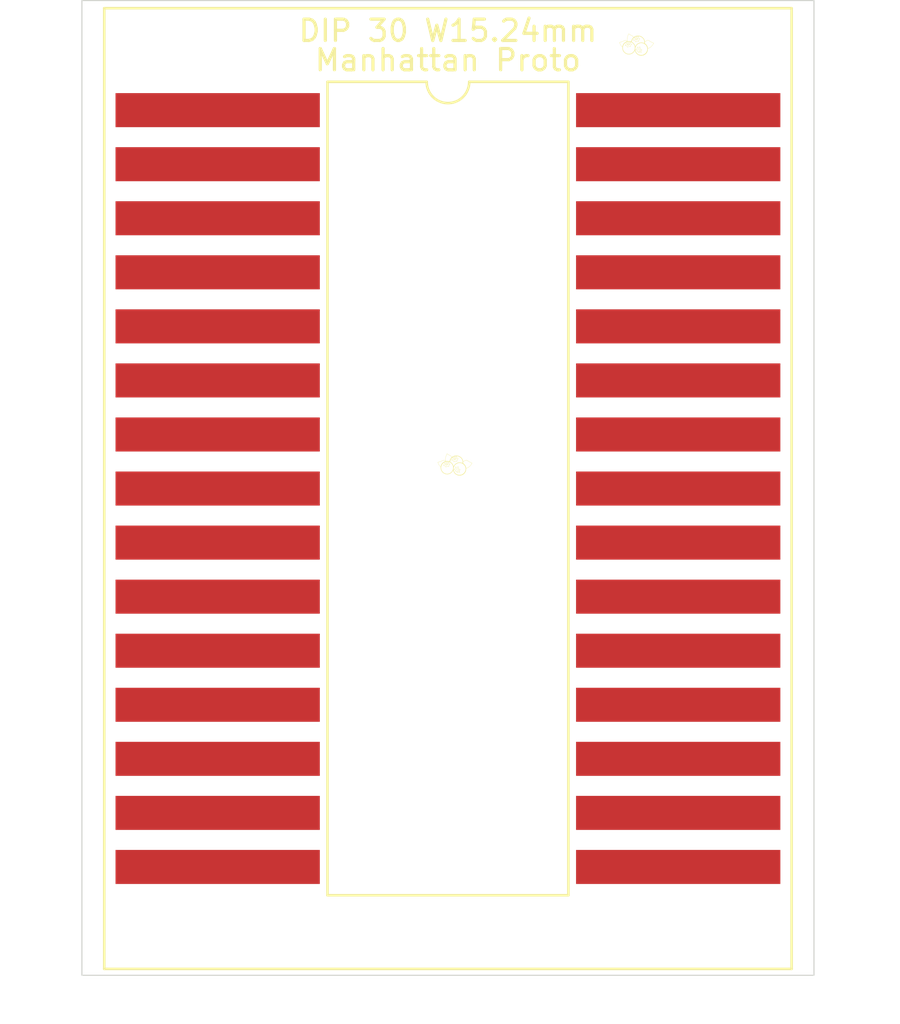
<source format=kicad_pcb>
(kicad_pcb (version 20240108) (generator "pcbnew") (generator_version "8.0")
  (title_block (title "Arduino Nano (DIP 30 W15.24mm) SMD Manhattan Adapter") (date "2024-10-11") (rev "v01") (comment 4 "DIP 30 W15.24mm is same form factor as Arduino Nano and STM Nucleo KB boards"))
  (layers (0 "F.Cu" signal) (31 "B.Cu" signal) (34 "B.Paste" user) (35 "F.Paste" user) (36 "B.SilkS" user "B.Silkscreen") (37 "F.SilkS" user "F.Silkscreen") (38 "B.Mask" user) (39 "F.Mask" user) (44 "Edge.Cuts" user))
  (net 0 "")
  (footprint "Manhattan_proto_footprints:DIP-30_W15.24mm_SMDSocket_LongPadsMountingHoles" (layer "F.Cu") (at 115.1 67.25)
    (property "Reference" "DIP 30 W15.24mm" (at 0 -22.78 0) (layer "F.SilkS"))
    (property "Value" "DIP-30_W15.24mm_SMDSocket_LongPadsMountingHoles")
    (pad "" np_thru_hole circle (at -14.4 -21.96) (size 2.54 2.54) (drill 2.54) (layers "F&B.Cu" "*.Mask"))
    (pad "" np_thru_hole circle (at -14.4 19.42) (size 2.54 2.54) (drill 2.54) (layers "F&B.Cu" "*.Mask"))
    (pad "" np_thru_hole circle (at 14.2 -21.96) (size 2.54 2.54) (drill 2.54) (layers "F&B.Cu" "*.Mask"))
    (pad "" np_thru_hole circle (at 14.4 19.42) (size 2.54 2.54) (drill 2.54) (layers "F&B.Cu" "*.Mask"))
    (pad "1" smd rect (at -10.82 -19.05) (size 9.6 1.6) (layers "F.Cu" "F.Paste" "F.Mask"))
    (pad "2" smd rect (at -10.82 -16.51) (size 9.6 1.6) (layers "F.Cu" "F.Paste" "F.Mask"))
    (pad "3" smd rect (at -10.82 -13.97) (size 9.6 1.6) (layers "F.Cu" "F.Paste" "F.Mask"))
    (pad "4" smd rect (at -10.82 -11.43) (size 9.6 1.6) (layers "F.Cu" "F.Paste" "F.Mask"))
    (pad "5" smd rect (at -10.82 -8.89) (size 9.6 1.6) (layers "F.Cu" "F.Paste" "F.Mask"))
    (pad "6" smd rect (at -10.82 -6.35) (size 9.6 1.6) (layers "F.Cu" "F.Paste" "F.Mask"))
    (pad "7" smd rect (at -10.82 -3.81) (size 9.6 1.6) (layers "F.Cu" "F.Paste" "F.Mask"))
    (pad "8" smd rect (at -10.82 -1.27) (size 9.6 1.6) (layers "F.Cu" "F.Paste" "F.Mask"))
    (pad "9" smd rect (at -10.82 1.27) (size 9.6 1.6) (layers "F.Cu" "F.Paste" "F.Mask"))
    (pad "10" smd rect (at -10.82 3.81) (size 9.6 1.6) (layers "F.Cu" "F.Paste" "F.Mask"))
    (pad "11" smd rect (at -10.82 6.35) (size 9.6 1.6) (layers "F.Cu" "F.Paste" "F.Mask"))
    (pad "12" smd rect (at -10.82 8.89) (size 9.6 1.6) (layers "F.Cu" "F.Paste" "F.Mask"))
    (pad "13" smd rect (at -10.82 11.43) (size 9.6 1.6) (layers "F.Cu" "F.Paste" "F.Mask"))
    (pad "14" smd rect (at -10.82 13.97) (size 9.6 1.6) (layers "F.Cu" "F.Paste" "F.Mask"))
    (pad "15" smd rect (at -10.82 16.51) (size 9.6 1.6) (layers "F.Cu" "F.Paste" "F.Mask"))
    (pad "16" smd rect (at 10.82 16.51) (size 9.6 1.6) (layers "F.Cu" "F.Paste" "F.Mask"))
    (pad "17" smd rect (at 10.82 13.97) (size 9.6 1.6) (layers "F.Cu" "F.Paste" "F.Mask"))
    (pad "18" smd rect (at 10.82 11.43) (size 9.6 1.6) (layers "F.Cu" "F.Paste" "F.Mask"))
    (pad "19" smd rect (at 10.82 8.89) (size 9.6 1.6) (layers "F.Cu" "F.Paste" "F.Mask"))
    (pad "20" smd rect (at 10.82 6.35) (size 9.6 1.6) (layers "F.Cu" "F.Paste" "F.Mask"))
    (pad "21" smd rect (at 10.82 3.81) (size 9.6 1.6) (layers "F.Cu" "F.Paste" "F.Mask"))
    (pad "22" smd rect (at 10.82 1.27) (size 9.6 1.6) (layers "F.Cu" "F.Paste" "F.Mask"))
    (pad "23" smd rect (at 10.82 -1.27) (size 9.6 1.6) (layers "F.Cu" "F.Paste" "F.Mask"))
    (pad "24" smd rect (at 10.82 -3.81) (size 9.6 1.6) (layers "F.Cu" "F.Paste" "F.Mask"))
    (pad "25" smd rect (at 10.82 -6.35) (size 9.6 1.6) (layers "F.Cu" "F.Paste" "F.Mask"))
    (pad "26" smd rect (at 10.82 -8.89) (size 9.6 1.6) (layers "F.Cu" "F.Paste" "F.Mask"))
    (pad "27" smd rect (at 10.82 -11.43) (size 9.6 1.6) (layers "F.Cu" "F.Paste" "F.Mask"))
    (pad "28" smd rect (at 10.82 -13.97) (size 9.6 1.6) (layers "F.Cu" "F.Paste" "F.Mask"))
    (pad "29" smd rect (at 10.82 -16.51) (size 9.6 1.6) (layers "F.Cu" "F.Paste" "F.Mask"))
    (pad "30" smd rect (at 10.82 -19.05) (size 9.6 1.6) (layers "F.Cu" "F.Paste" "F.Mask"))
  )
  (gr_poly (pts (xy 115.068813 64.798202) (xy 115.070867 64.798247) (xy 115.072596 64.798338) (xy 115.073371 64.798404) (xy 115.074103 64.798487) (xy 115.074806 64.798588) (xy 115.075492 64.798709) (xy 115.076175 64.798851) (xy 115.076867 64.799017) (xy 115.07833 64.799423) (xy 115.079984 64.799942) (xy 115.082329 64.800752) (xy 115.084631 64.801646) (xy 115.086882 64.802619) (xy 115.089072 64.803662) (xy 115.091194 64.804771) (xy 115.093237 64.805938) (xy 115.095194 64.807157) (xy 115.097055 64.808423) (xy 115.09881 64.809728) (xy 115.100453 64.811067) (xy 115.101972 64.812432) (xy 115.10336 64.813818) (xy 115.104608 64.815219) (xy 115.105706 64.816627) (xy 115.106645 64.818037) (xy 115.107418 64.819442) (xy 115.10794 64.820568) (xy 115.108408 64.821699) (xy 115.108821 64.822834) (xy 115.109179 64.823973) (xy 115.109483 64.825116) (xy 115.109732 64.826263) (xy 115.109926 64.827413) (xy 115.110065 64.828567) (xy 115.11015 64.829725) (xy 115.11018 64.830885) (xy 115.110156 64.832049) (xy 115.110078 64.833215) (xy 115.109945 64.834383) (xy 115.109758 64.835554) (xy 115.109517 64.836728) (xy 115.109221 64.837903) (xy 115.108871 64.83908) (xy 115.108468 64.840259) (xy 115.107498 64.842621) (xy 115.106312 64.844987) (xy 115.104911 64.847356) (xy 115.103295 64.849727) (xy 115.101464 64.852098) (xy 115.099419 64.854468) (xy 115.09716 64.856835) (xy 115.094852 64.859029) (xy 115.09238 64.861165) (xy 115.089754 64.863237) (xy 115.086983 64.865241) (xy 115.084077 64.867172) (xy 115.081045 64.869025) (xy 115.077898 64.870795) (xy 115.074645 64.872479) (xy 115.071294 64.87407) (xy 115.067856 64.875564) (xy 115.064341 64.876957) (xy 115.060758 64.878243) (xy 115.057116 64.879418) (xy 115.053425 64.880478) (xy 115.049695 64.881417) (xy 115.045935 64.882231) (xy 115.04436 64.882511) (xy 115.042579 64.88277) (xy 115.038523 64.883217) (xy 115.034019 64.883564) (xy 115.029321 64.883801) (xy 115.02468 64.883918) (xy 115.020349 64.883906) (xy 115.01658 64.883755) (xy 115.014986 64.883624) (xy 115.013627 64.883455) (xy 115.011293 64.883074) (xy 115.009079 64.88266) (xy 115.006974 64.882209) (xy 115.004968 64.881716) (xy 115.00305 64.881178) (xy 115.001211 64.880589) (xy 114.99944 64.879946) (xy 114.997726 64.879243) (xy 114.996061 64.878477) (xy 114.994433 64.877642) (xy 114.992833 64.876736) (xy 114.99125 64.875752) (xy 114.989673 64.874686) (xy 114.988094 64.873535) (xy 114.9865 64.872294) (xy 114.984883 64.870958) (xy 114.98442 64.870555) (xy 114.98398 64.870155) (xy 114.983563 64.869753) (xy 114.983164 64.869347) (xy 114.982783 64.868932) (xy 114.982416 64.868507) (xy 114.982061 64.868066) (xy 114.981715 64.867608) (xy 114.981377 64.867128) (xy 114.981044 64.866624) (xy 114.980714 64.866092) (xy 114.980383 64.865529) (xy 114.98005 64.864931) (xy 114.979712 64.864296) (xy 114.979367 64.863619) (xy 114.979012 64.862898) (xy 114.978376 64.861556) (xy 114.977808 64.860296) (xy 114.977308 64.859108) (xy 114.976872 64.85798) (xy 114.9765 64.856902) (xy 114.976189 64.855862) (xy 114.975937 64.85485) (xy 114.975743 64.853855) (xy 114.975605 64.852865) (xy 114.975596 64.85275) (xy 114.996815 64.85275) (xy 114.99691 64.853959) (xy 114.997157 64.855118) (xy 114.997561 64.856222) (xy 114.998122 64.857269) (xy 114.998844 64.858255) (xy 114.999729 64.859176) (xy 115.00078 64.86003) (xy 115.001998 64.860812) (xy 115.00265 64.861176) (xy 115.003292 64.861516) (xy 115.003927 64.861832) (xy 115.00456 64.862126) (xy 115.005195 64.862399) (xy 115.005835 64.862652) (xy 115.006485 64.862887) (xy 115.007149 64.863105) (xy 115.00783 64.863307) (xy 115.008532 64.863494) (xy 115.00926 64.863668) (xy 115.010018 64.86383) (xy 115.010808 64.86398) (xy 115.011636 64.864121) (xy 115.012505 64.864253) (xy 115.013419 64.864378) (xy 115.015401 64.864625) (xy 115.017087 64.864802) (xy 115.017859 64.864864) (xy 115.018607 64.864908) (xy 115.019345 64.864936) (xy 115.020089 64.864945) (xy 115.020857 64.864938) (xy 115.021664 64.864913) (xy 115.02346 64.86481) (xy 115.025606 64.864639) (xy 115.028232 64.864398) (xy 115.028232 64.864403) (xy 115.03432 64.863695) (xy 115.040272 64.862738) (xy 115.046054 64.861551) (xy 115.051629 64.86015) (xy 115.056963 64.858555) (xy 115.062019 64.856783) (xy 115.066762 64.854852) (xy 115.071157 64.852781) (xy 115.075168 64.850587) (xy 115.07876 64.848289) (xy 115.081896 64.845904) (xy 115.084542 64.84345) (xy 115.086662 64.840946) (xy 115.087514 64.83968) (xy 115.08822 64.838409) (xy 115.088778 64.837134) (xy 115.089181 64.835858) (xy 115.089427 64.834583) (xy 115.089509 64.833311) (xy 115.089496 64.832733) (xy 115.089457 64.832175) (xy 115.08939 64.831634) (xy 115.089295 64.831108) (xy 115.089171 64.830596) (xy 115.089017 64.830095) (xy 115.088831 64.829604) (xy 115.088613 64.82912) (xy 115.088362 64.828642) (xy 115.088076 64.828167) (xy 115.087756 64.827694) (xy 115.0874 64.82722) (xy 115.087006 64.826744) (xy 115.086575 64.826264) (xy 115.086105 64.825778) (xy 115.085595 64.825283) (xy 115.084856 64.824621) (xy 115.08408 64.823995) (xy 115.083259 64.823402) (xy 115.082382 64.822839) (xy 115.081441 64.822301) (xy 115.080427 64.821786) (xy 115.079331 64.82129) (xy 115.078145 64.82081) (xy 115.076859 64.820342) (xy 115.075465 64.819883) (xy 115.073953 64.819429) (xy 115.072315 64.818978) (xy 115.070541 64.818524) (xy 115.068624 64.818067) (xy 115.066553 64.8176) (xy 115.064321 64.817123) (xy 115.062707 64.816771) (xy 115.061082 64.816389) (xy 115.05949 64.815991) (xy 115.057975 64.815587) (xy 115.056581 64.815191) (xy 115.055352 64.814814) (xy 115.054332 64.814468) (xy 115.053566 64.814166) (xy 115.052688 64.813824) (xy 115.051763 64.813554) (xy 115.050792 64.813355) (xy 115.049775 64.813229) (xy 115.048711 64.813175) (xy 115.047601 64.813193) (xy 115.046444 64.813283) (xy 115.045241 64.813444) (xy 115.043992 64.813678) (xy 115.042696 64.813984) (xy 115.041354 64.814362) (xy 115.039965 64.814811) (xy 115.03853 64.815333) (xy 115.037049 64.815927) (xy 115.035521 64.816592) (xy 115.033947 64.81733) (xy 115.028384 64.820178) (xy 115.023202 64.823135) (xy 115.018424 64.826174) (xy 115.014067 64.829269) (xy 115.010153 64.832392) (xy 115.006701 64.835515) (xy 115.003731 64.838612) (xy 115.001264 64.841656) (xy 115.000224 64.843149) (xy 114.999318 64.844618) (xy 114.998548 64.846061) (xy 114.997915 64.847473) (xy 114.997423 64.848852) (xy 114.997074 64.850193) (xy 114.99687 64.851493) (xy 114.996815 64.85275) (xy 114.975596 64.85275) (xy 114.975521 64.851871) (xy 114.97549 64.85086) (xy 114.975509 64.849822) (xy 114.975576 64.848747) (xy 114.97569 64.847623) (xy 114.975849 64.846439) (xy 114.976051 64.845185) (xy 114.976337 64.843645) (xy 114.976649 64.842189) (xy 114.976994 64.840808) (xy 114.977374 64.839493) (xy 114.977796 64.838236) (xy 114.978264 64.837027) (xy 114.978782 64.835859) (xy 114.979356 64.834721) (xy 114.979989 64.833606) (xy 114.980687 64.832505) (xy 114.981454 64.831409) (xy 114.982295 64.830309) (xy 114.983215 64.829196) (xy 114.984218 64.828062) (xy 114.98531 64.826898) (xy 114.986493 64.825696) (xy 114.988887 64.823429) (xy 114.991441 64.821225) (xy 114.994145 64.819089) (xy 114.996986 64.817028) (xy 114.999953 64.815047) (xy 115.003032 64.813152) (xy 115.006213 64.811349) (xy 115.009484 64.809645) (xy 115.012832 64.808045) (xy 115.016246 64.806555) (xy 115.019714 64.805182) (xy 115.023223 64.80393) (xy 115.026762 64.802806) (xy 115.030319 64.801817) (xy 115.033882 64.800967) (xy 115.037439 64.800263) (xy 115.040108 64.799855) (xy 115.043311 64.799469) (xy 115.046916 64.799118) (xy 115.050791 64.798808) (xy 115.054802 64.798552) (xy 115.058818 64.798357) (xy 115.062705 64.798233) (xy 115.066332 64.79819)) (stroke (width -0.000001)) (fill solid) (layer "F.SilkS"))
  (gr_poly (pts (xy 123.437551 44.920511) (xy 123.438832 44.920559) (xy 123.441339 44.920734) (xy 123.443776 44.920992) (xy 123.446145 44.921306) (xy 123.448446 44.921648) (xy 123.450698 44.922005) (xy 123.452985 44.922432) (xy 123.454173 44.922692) (xy 123.455408 44.922996) (xy 123.456703 44.923351) (xy 123.458069 44.923767) (xy 123.459521 44.924252) (xy 123.46107 44.924814) (xy 123.462729 44.925463) (xy 123.46451 44.926207) (xy 123.466428 44.927054) (xy 123.468493 44.928013) (xy 123.470719 44.929094) (xy 123.473119 44.930303) (xy 123.478437 44.933111) (xy 123.484283 44.93633) (xy 123.496697 44.943438) (xy 123.508637 44.950501) (xy 123.518375 44.956392) (xy 123.521939 44.958582) (xy 123.524661 44.960278) (xy 123.526682 44.961562) (xy 123.528143 44.962516) (xy 123.529951 44.963757) (xy 123.531209 44.964653) (xy 123.531948 44.96516) (xy 123.532754 44.965728) (xy 123.533158 44.966029) (xy 123.533549 44.96634) (xy 123.533918 44.966657) (xy 123.534255 44.96698) (xy 123.534551 44.967306) (xy 123.534681 44.967469) (xy 123.534796 44.967632) (xy 123.534896 44.967795) (xy 123.534979 44.967958) (xy 123.535045 44.96812) (xy 123.535092 44.968281) (xy 123.535119 44.96844) (xy 123.535125 44.968598) (xy 123.535108 44.968754) (xy 123.535068 44.968908) (xy 123.535002 44.96906) (xy 123.53491 44.96921) (xy 123.534791 44.969356) (xy 123.534644 44.9695) (xy 123.534466 44.96964) (xy 123.53426 44.969777) (xy 123.533758 44.970045) (xy 123.533142 44.970307) (xy 123.532413 44.970566) (xy 123.531572 44.970825) (xy 123.530622 44.971089) (xy 123.528403 44.971641) (xy 123.522743 44.972946) (xy 123.519334 44.973753) (xy 123.515561 44.9747) (xy 123.511437 44.975816) (xy 123.506968 44.977134) (xy 123.502157 44.97869) (xy 123.497006 44.980519) (xy 123.491519 44.982656) (xy 123.488651 44.98385) (xy 123.485699 44.985135) (xy 123.482665 44.986515) (xy 123.479549 44.987993) (xy 123.47635 44.989574) (xy 123.473071 44.991264) (xy 123.466286 44.994961) (xy 123.459282 44.999012) (xy 123.452164 45.003324) (xy 123.445036 45.007803) (xy 123.438004 45.012355) (xy 123.431172 45.016885) (xy 123.41853 45.025509) (xy 123.412897 45.029449) (xy 123.407691 45.033205) (xy 123.402822 45.036895) (xy 123.400487 45.038752) (xy 123.398203 45.040636) (xy 123.395958 45.042564) (xy 123.393743 45.044548) (xy 123.391546 45.046605) (xy 123.389355 45.048748) (xy 123.387161 45.050993) (xy 123.38495 45.053354) (xy 123.382714 45.055846) (xy 123.380439 45.058484) (xy 123.375758 45.06422) (xy 123.37094 45.070497) (xy 123.366044 45.077212) (xy 123.361128 45.084265) (xy 123.35625 45.091554) (xy 123.351468 45.098976) (xy 123.34684 45.106431) (xy 123.342425 45.113817) (xy 123.338269 45.121058) (xy 123.334374 45.128184) (xy 123.330729 45.13525) (xy 123.327323 45.142313) (xy 123.324147 45.149428) (xy 123.321189 45.156652) (xy 123.31844 45.16404) (xy 123.315888 45.171648) (xy 123.313522 45.179517) (xy 123.311321 45.187628) (xy 123.309259 45.195945) (xy 123.307316 45.204434) (xy 123.305465 45.213062) (xy 123.303686 45.221793) (xy 123.300244 45.239427) (xy 123.300242 45.239427) (xy 123.30024 45.239425) (xy 123.300234 45.239421) (xy 123.300226 45.239414) (xy 123.300213 45.239405) (xy 123.300195 45.239392) (xy 123.300171 45.239374) (xy 123.30014 45.239352) (xy 123.300102 45.239324) (xy 123.300055 45.23929) (xy 123.299998 45.239249) (xy 123.299932 45.2392) (xy 123.299854 45.239144) (xy 123.299765 45.239078) (xy 123.299663 45.239004) (xy 123.299547 45.238919) (xy 123.299416 45.238824) (xy 123.299271 45.238718) (xy 123.299109 45.2386) (xy 123.29893 45.23847) (xy 123.298733 45.238326) (xy 123.298518 45.238169) (xy 123.298283 45.237998) (xy 123.298027 45.237812) (xy 123.297751 45.23761) (xy 123.297452 45.237392) (xy 123.29713 45.237158) (xy 123.296784 45.236906) (xy 123.296414 45.236636) (xy 123.296018 45.236347) (xy 123.295596 45.236039) (xy 123.293639 45.234603) (xy 123.291269 45.232808) (xy 123.28851 45.230613) (xy 123.286992 45.229352) (xy 123.285385 45.227975) (xy 123.283692 45.226478) (xy 123.281916 45.224855) (xy 123.28006 45.223101) (xy 123.278127 45.221211) (xy 123.27612 45.219179) (xy 123.274041 45.217) (xy 123.271894 45.21467) (xy 123.269681 45.212183) (xy 123.265074 45.206737) (xy 123.26026 45.200717) (xy 123.255282 45.1942) (xy 123.250184 45.187261) (xy 123.245009 45.179975) (xy 123.239802 45.172417) (xy 123.234605 45.164663) (xy 123.229463 45.156788) (xy 123.224412 45.148853) (xy 123.219461 45.140861) (xy 123.214613 45.1328) (xy 123.209871 45.124659) (xy 123.205236 45.116425) (xy 123.200711 45.108087) (xy 123.196299 45.099633) (xy 123.192002 45.091052) (xy 123.187828 45.082359) (xy 123.183815 45.073683) (xy 123.176442 45.057009) (xy 123.17023 45.04229) (xy 123.165526 45.030782) (xy 123.163856 45.026571) (xy 123.163224 45.024831) (xy 123.162742 45.023305) (xy 123.162561 45.022617) (xy 123.162422 45.021973) (xy 123.162327 45.021373) (xy 123.162276 45.020813) (xy 123.162272 45.020291) (xy 123.162315 45.019803) (xy 123.162408 45.019348) (xy 123.162552 45.018922) (xy 123.162747 45.018523) (xy 123.162996 45.018149) (xy 123.1633 45.017796) (xy 123.163661 45.017461) (xy 123.164079 45.017143) (xy 123.164557 45.016838) (xy 123.165095 45.016544) (xy 123.165696 45.016258) (xy 123.16709 45.0157) (xy 123.16875 45.015142) (xy 123.170688 45.014562) (xy 123.172916 45.01394) (xy 123.200164 45.006766) (xy 123.218402 45.001808) (xy 123.228218 44.999017) (xy 123.238325 44.996029) (xy 123.248609 44.992854) (xy 123.25902 44.989501) (xy 123.269525 44.985983) (xy 123.280093 44.982311) (xy 123.290691 44.978496) (xy 123.301285 44.974549) (xy 123.311844 44.970481) (xy 123.322335 44.966303) (xy 123.342898 44.957733) (xy 123.362295 44.949267) (xy 123.379766 44.941399) (xy 123.394548 44.934627) (xy 123.40614 44.929333) (xy 123.410887 44.927228) (xy 123.415068 44.925456) (xy 123.418778 44.923994) (xy 123.422118 44.922821) (xy 123.425185 44.921915) (xy 123.428077 44.921253) (xy 123.429486 44.921008) (xy 123.430877 44.920815) (xy 123.432249 44.92067) (xy 123.433602 44.920571) (xy 123.434937 44.920514) (xy 123.436253 44.920495)) (stroke (width 0.013229)) (fill none) (layer "F.SilkS"))
  (gr_poly (pts (xy 115.966516 64.647576) (xy 115.969794 64.647782) (xy 115.973003 64.648113) (xy 115.976126 64.648563) (xy 115.979146 64.649125) (xy 115.982044 64.649794) (xy 115.984804 64.650562) (xy 115.987407 64.651422) (xy 115.988645 64.651885) (xy 115.989841 64.652367) (xy 115.990996 64.652865) (xy 115.99211 64.653378) (xy 115.993186 64.653902) (xy 115.994225 64.654436) (xy 115.996193 64.655524) (xy 115.998026 64.656621) (xy 115.999733 64.657708) (xy 116.002806 64.659778) (xy 116.008079 64.663391) (xy 116.013728 64.66729) (xy 116.017336 64.669782) (xy 116.02198 64.672932) (xy 116.024833 64.674831) (xy 116.028116 64.676987) (xy 116.031886 64.679431) (xy 116.0362 64.682194) (xy 116.046603 64.688731) (xy 116.05934 64.696505) (xy 116.066562 64.700805) (xy 116.074342 64.705354) (xy 116.08267 64.710131) (xy 116.091538 64.715116) (xy 116.11065 64.72555) (xy 116.130566 64.736095) (xy 116.149964 64.746115) (xy 116.167524 64.754971) (xy 116.182224 64.762175) (xy 116.194228 64.767847) (xy 116.204 64.772256) (xy 116.212004 64.775673) (xy 116.215486 64.777092) (xy 116.218685 64.778354) (xy 116.22164 64.779481) (xy 116.224393 64.780496) (xy 116.229452 64.782278) (xy 116.234184 64.783878) (xy 116.224604 64.799892) (xy 116.218481 64.809688) (xy 116.212073 64.819775) (xy 116.205096 64.830446) (xy 116.201304 64.836092) (xy 116.197264 64.841993) (xy 116.188439 64.854532) (xy 116.179058 64.867472) (xy 116.169702 64.880048) (xy 116.160955 64.891495) (xy 116.156966 64.896585) (xy 116.153202 64.901285) (xy 116.149589 64.905676) (xy 116.146053 64.909842) (xy 116.142521 64.913866) (xy 116.138919 64.91783) (xy 116.135175 64.921818) (xy 116.131214 64.925913) (xy 116.126988 64.930171) (xy 116.122546 64.934551) (xy 116.117962 64.938983) (xy 116.113309 64.943401) (xy 116.108661 64.947737) (xy 116.104093 64.951921) (xy 116.099677 64.955887) (xy 116.095487 64.959566) (xy 116.091569 64.962914) (xy 116.087858 64.965978) (xy 116.084259 64.968829) (xy 116.080678 64.971538) (xy 116.077022 64.974177) (xy 116.073197 64.976815) (xy 116.069108 64.979524) (xy 116.064662 64.982375) (xy 116.059787 64.985419) (xy 116.054501 64.988626) (xy 116.048843 64.991947) (xy 116.042852 64.995331) (xy 116.03657 64.99873) (xy 116.030034 65.002094) (xy 116.023284 65.005372) (xy 116.016361 65.008517) (xy 116.009318 65.011485) (xy 116.002262 65.014268) (xy 115.995317 65.016865) (xy 115.988605 65.019276) (xy 115.976367 65.023534) (xy 115.966525 65.027035) (xy 115.962761 65.028468) (xy 115.961144 65.029052) (xy 115.959677 65.029516) (xy 115.958993 65.029696) (xy 115.958339 65.029836) (xy 115.957712 65.029935) (xy 115.95711 65.029988) (xy 115.95653 65.029993) (xy 115.95597 65.029946) (xy 115.955426 65.029846) (xy 115.954897 65.029688) (xy 115.95438 65.029471) (xy 115.953872 65.029189) (xy 115.953371 65.028842) (xy 115.952874 65.028425) (xy 115.952379 65.027936) (xy 115.951883 65.027372) (xy 115.951383 65.026729) (xy 115.950878 65.026005) (xy 115.950364 65.025197) (xy 115.949838 65.024301) (xy 115.9493 65.023314) (xy 115.948745 65.022235) (xy 115.947576 65.019783) (xy 115.946312 65.016921) (xy 115.943456 65.009956) (xy 115.940216 65.00158) (xy 115.932899 64.981887) (xy 115.924992 64.960439) (xy 115.921015 64.949868) (xy 115.917128 64.939831) (xy 115.913375 64.930574) (xy 115.909666 64.922028) (xy 115.907789 64.917976) (xy 115.905877 64.914046) (xy 115.903913 64.91022) (xy 115.901882 64.90648) (xy 115.899768 64.902806) (xy 115.897557 64.899181) (xy 115.895232 64.895586) (xy 115.892777 64.892003) (xy 115.890178 64.888413) (xy 115.887418 64.884798) (xy 115.884482 64.881139) (xy 115.881354 64.877417) (xy 115.878027 64.873622) (xy 115.87452 64.869765) (xy 115.867075 64.86195) (xy 115.85924 64.854131) (xy 115.851234 64.846467) (xy 115.843275 64.839118) (xy 115.835582 64.832243) (xy 115.828376 64.826002) (xy 115.821873 64.820554) (xy 115.811485 64.812187) (xy 115.807522 64.808918) (xy 115.805822 64.807422) (xy 115.804298 64.805985) (xy 115.802943 64.804579) (xy 115.80175 64.80318) (xy 115.800711 64.801763) (xy 115.799818 64.8003) (xy 115.799063 64.798767) (xy 115.798439 64.797138) (xy 115.797937 64.795387) (xy 115.797551 64.793489) (xy 115.797272 64.791424) (xy 115.797093 64.789205) (xy 115.797005 64.786849) (xy 115.797001 64.784375) (xy 115.797074 64.781801) (xy 115.797214 64.779147) (xy 115.797667 64.773668) (xy 115.798299 64.768085) (xy 115.799045 64.762547) (xy 115.80063 64.75219) (xy 115.802045 64.743542) (xy 115.802721 64.73987) (xy 115.80342 64.736591) (xy 115.804172 64.733677) (xy 115.804579 64.732346) (xy 115.805011 64.731094) (xy 115.805473 64.729918) (xy 115.805968 64.728813) (xy 115.8065 64.727777) (xy 115.807075 64.726804) (xy 115.807379 64.72634) (xy 115.807694 64.72589) (xy 115.808356 64.725032) (xy 115.809059 64.724222) (xy 115.809802 64.723455) (xy 115.810582 64.722726) (xy 115.811397 64.722029) (xy 115.812246 64.721359) (xy 115.813125 64.72071) (xy 115.814032 64.720075) (xy 115.814967 64.719451) (xy 115.816908 64.718209) (xy 115.818931 64.716939) (xy 115.821019 64.715596) (xy 115.823162 64.714144) (xy 115.825376 64.712575) (xy 115.830108 64.709097) (xy 115.835398 64.705177) (xy 115.838309 64.703055) (xy 115.841427 64.700827) (xy 115.844767 64.698499) (xy 115.848301 64.696092) (xy 115.851997 64.693629) (xy 115.855818 64.691134) (xy 115.859729 64.688632) (xy 115.863697 64.686147) (xy 115.867686 64.683703) (xy 115.871661 64.681324) (xy 115.875588 64.679032) (xy 115.879432 64.676841) (xy 115.886737 64.672806) (xy 115.893304 64.66931) (xy 115.898863 64.666444) (xy 115.903278 64.66424) (xy 115.905175 64.663325) (xy 115.906955 64.662492) (xy 115.908686 64.661705) (xy 115.910436 64.660933) (xy 115.914262 64.6593) (xy 115.918857 64.657397) (xy 115.921438 64.65637) (xy 115.924181 64.655322) (xy 115.927066 64.654272) (xy 115.930073 64.653243) (xy 115.933184 64.652255) (xy 115.936377 64.65133) (xy 115.939634 64.650486) (xy 115.942942 64.649733) (xy 115.946289 64.649077) (xy 115.949663 64.648526) (xy 115.953051 64.648086) (xy 115.956443 64.647764) (xy 115.959826 64.647568) (xy 115.963188 64.647504)) (stroke (width 0.013229)) (fill none) (layer "F.SilkS"))
  (gr_poly (pts (xy 123.610001 44.625208) (xy 123.63409 44.64006) (xy 123.656966 44.654077) (xy 123.66761 44.660534) (xy 123.677726 44.666604) (xy 123.687394 44.672315) (xy 123.696691 44.677699) (xy 123.705653 44.682764) (xy 123.714147 44.687431) (xy 123.721996 44.691601) (xy 123.729023 44.695176) (xy 123.732182 44.696715) (xy 123.735123 44.698108) (xy 123.740483 44.700556) (xy 123.745359 44.702734) (xy 123.750009 44.704851) (xy 123.752322 44.705949) (xy 123.754629 44.70708) (xy 123.756913 44.708241) (xy 123.75916 44.709429) (xy 123.761355 44.710638) (xy 123.763483 44.711866) (xy 123.765529 44.713107) (xy 123.767479 44.714359) (xy 123.769322 44.715619) (xy 123.771076 44.716896) (xy 123.772763 44.718201) (xy 123.774405 44.719544) (xy 123.776025 44.720937) (xy 123.777645 44.722389) (xy 123.779288 44.723913) (xy 123.780975 44.725518) (xy 123.782722 44.727212) (xy 123.784514 44.728991) (xy 123.786329 44.730847) (xy 123.788144 44.732772) (xy 123.789936 44.734759) (xy 123.791683 44.736799) (xy 123.792533 44.737837) (xy 123.793364 44.738885) (xy 123.794172 44.739943) (xy 123.794955 44.74101) (xy 123.79571 44.742085) (xy 123.796439 44.743166) (xy 123.797142 44.744255) (xy 123.79782 44.745351) (xy 123.799107 44.747562) (xy 123.80031 44.749797) (xy 123.801436 44.752055) (xy 123.802495 44.754332) (xy 123.803497 44.756628) (xy 123.804449 44.75894) (xy 123.80536 44.761264) (xy 123.806228 44.763595) (xy 123.807051 44.765926) (xy 123.807826 44.768249) (xy 123.80855 44.770557) (xy 123.80922 44.772843) (xy 123.809835 44.7751) (xy 123.810391 44.77732) (xy 123.81088 44.779505) (xy 123.811091 44.780593) (xy 123.811274 44.781685) (xy 123.811424 44.782786) (xy 123.811537 44.7839) (xy 123.81161 44.785033) (xy 123.811637 44.786189) (xy 123.811615 44.787374) (xy 123.811538 44.788592) (xy 123.811404 44.789848) (xy 123.811207 44.791147) (xy 123.810943 44.792495) (xy 123.810608 44.793895) (xy 123.810199 44.795353) (xy 123.809709 44.796874) (xy 123.809137 44.798461) (xy 123.808483 44.800118) (xy 123.80775 44.801843) (xy 123.80694 44.803638) (xy 123.805098 44.807441) (xy 123.802976 44.811532) (xy 123.800591 44.815918) (xy 123.797962 44.820605) (xy 123.792045 44.830904) (xy 123.785394 44.842427) (xy 123.778266 44.854967) (xy 123.770943 44.868266) (xy 123.767296 44.875119) (xy 123.763705 44.882066) (xy 123.760204 44.889076) (xy 123.756818 44.896124) (xy 123.753572 44.903189) (xy 123.750488 44.910249) (xy 123.747592 44.917282) (xy 123.744906 44.924265) (xy 123.742455 44.931177) (xy 123.740261 44.937996) (xy 123.738327 44.944686) (xy 123.736558 44.951164) (xy 123.734839 44.957333) (xy 123.733053 44.963096) (xy 123.732099 44.965795) (xy 123.731085 44.968356) (xy 123.729995 44.970767) (xy 123.728816 44.973017) (xy 123.727534 44.975092) (xy 123.726133 44.976982) (xy 123.724599 44.978673) (xy 123.722917 44.980154) (xy 123.722017 44.980812) (xy 123.721078 44.981416) (xy 123.7201 44.981968) (xy 123.719086 44.982468) (xy 123.718036 44.982919) (xy 123.716952 44.983322) (xy 123.715835 44.983679) (xy 123.714685 44.983991) (xy 123.712296 44.984486) (xy 123.709794 44.98482) (xy 123.707189 44.985004) (xy 123.70449 44.985052) (xy 123.701709 44.984975) (xy 123.698853 44.984786) (xy 123.695934 44.984496) (xy 123.692961 44.984119) (xy 123.689944 44.983666) (xy 123.686893 44.98315) (xy 123.680727 44.981975) (xy 123.668209 44.979333) (xy 123.661727 44.977965) (xy 123.654992 44.976626) (xy 123.647927 44.975362) (xy 123.640454 44.974219) (xy 123.632495 44.973242) (xy 123.628309 44.97283) (xy 123.623972 44.972476) (xy 123.614859 44.971951) (xy 123.605344 44.971624) (xy 123.586061 44.971339) (xy 123.568034 44.971158) (xy 123.560088 44.970962) (xy 123.553173 44.970619) (xy 123.550169 44.970377) (xy 123.547464 44.970089) (xy 123.545042 44.969761) (xy 123.542886 44.969399) (xy 123.540977 44.969008) (xy 123.539298 44.968595) (xy 123.537832 44.968164) (xy 123.536562 44.967721) (xy 123.53547 44.967273) (xy 123.534538 44.966824) (xy 123.53375 44.96638) (xy 123.533088 44.965948) (xy 123.532071 44.965138) (xy 123.531349 44.96444) (xy 123.531057 44.964144) (xy 123.530801 44.963876) (xy 123.530685 44.963749) (xy 123.530577 44.963624) (xy 123.530476 44.963501) (xy 123.530382 44.963378) (xy 123.530295 44.963253) (xy 123.530213 44.963125) (xy 123.530137 44.962993) (xy 123.530067 44.962855) (xy 123.530001 44.962709) (xy 123.52994 44.962555) (xy 123.529882 44.962391) (xy 123.529829 44.962216) (xy 123.529778 44.962027) (xy 123.52973 44.961824) (xy 123.529685 44.961606) (xy 123.529641 44.96137) (xy 123.529599 44.961116) (xy 123.529559 44.960841) (xy 123.529479 44.960227) (xy 123.529399 44.959515) (xy 123.529316 44.958695) (xy 123.529126 44.956684) (xy 123.527889 44.943885) (xy 123.527022 44.935729) (xy 123.526026 44.927291) (xy 123.523865 44.911005) (xy 123.523361 44.906934) (xy 123.522899 44.902801) (xy 123.522492 44.898572) (xy 123.522152 44.894216) (xy 123.521891 44.889704) (xy 123.521714 44.885014) (xy 123.52162 44.880126) (xy 123.521612 44.87502) (xy 123.521692 44.869678) (xy 123.521859 44.864079) (xy 123.522117 44.858204) (xy 123.522466 44.852033) (xy 123.523439 44.838857) (xy 123.524058 44.831991) (xy 123.524761 44.825044) (xy 123.525546 44.818092) (xy 123.526409 44.811215) (xy 123.527349 44.804489) (xy 123.528361 44.797992) (xy 123.529447 44.791772) (xy 123.530627 44.785747) (xy 123.531922 44.779807) (xy 123.533355 44.773841) (xy 123.534949 44.767737) (xy 123.536728 44.761383) (xy 123.538713 44.754669) (xy 123.540928 44.747483) (xy 123.546068 44.731535) (xy 123.551984 44.714068) (xy 123.558444 44.695897) (xy 123.565214 44.677834) (xy 123.572044 44.660642) (xy 123.578855 44.644316) (xy 123.585674 44.628522) (xy 123.592527 44.612923)) (stroke (width 0.013229)) (fill none) (layer "F.SilkS"))
  (gr_poly (pts (xy 124.063305 45.306567) (xy 124.066333 45.306784) (xy 124.06935 45.307175) (xy 124.072358 45.307741) (xy 124.075356 45.308481) (xy 124.078347 45.309396) (xy 124.08133 45.310487) (xy 124.084307 45.311753) (xy 124.087278 45.313196) (xy 124.090244 45.314816) (xy 124.093205 45.316613) (xy 124.096164 45.318587) (xy 124.09912 45.32074) (xy 124.102074 45.32307) (xy 124.105027 45.32558) (xy 124.107979 45.328268) (xy 124.110933 45.331137) (xy 124.112647 45.332878) (xy 124.11428 45.334589) (xy 124.115837 45.336275) (xy 124.117322 45.337942) (xy 124.118739 45.339598) (xy 124.120094 45.341247) (xy 124.12139 45.342897) (xy 124.122632 45.344553) (xy 124.123825 45.346222) (xy 124.124974 45.347909) (xy 124.126082 45.349622) (xy 124.127154 45.351365) (xy 124.128196 45.353146) (xy 124.12921 45.35497) (xy 124.130203 45.356844) (xy 124.131178 45.358773) (xy 124.132394 45.361296) (xy 124.133513 45.363745) (xy 124.134537 45.366132) (xy 124.135468 45.368467) (xy 124.136311 45.37076) (xy 124.137066 45.373023) (xy 124.137737 45.375264) (xy 124.138326 45.377496) (xy 124.138835 45.379728) (xy 124.139269 45.381971) (xy 124.139628 45.384235) (xy 124.139915 45.38653) (xy 124.140134 45.388868) (xy 124.140286 45.391258) (xy 124.140374 45.393712) (xy 124.140401 45.396238) (xy 124.140348 45.399879) (xy 124.140281 45.401533) (xy 124.140184 45.403093) (xy 124.140053 45.404571) (xy 124.139886 45.40598) (xy 124.139681 45.407333) (xy 124.139434 45.408643) (xy 124.139144 45.409923) (xy 124.138807 45.411185) (xy 124.138422 45.412442) (xy 124.137984 45.413707) (xy 124.137492 45.414992) (xy 124.136944 45.416311) (xy 124.136335 45.417675) (xy 124.135665 45.419098) (xy 124.134557 45.42124) (xy 124.13336 45.423255) (xy 124.132075 45.425142) (xy 124.131399 45.426038) (xy 124.130701 45.426902) (xy 124.129981 45.427734) (xy 124.129239 45.428535) (xy 124.128475 45.429303) (xy 124.127689 45.43004) (xy 124.126881 45.430744) (xy 124.126051 45.431417) (xy 124.125199 45.432058) (xy 124.124325 45.432667) (xy 124.123429 45.433243) (xy 124.122512 45.433788) (xy 124.121572 45.434301) (xy 124.120611 45.434782) (xy 124.119628 45.435231) (xy 124.118623 45.435648) (xy 124.117597 45.436032) (xy 124.116548 45.436385) (xy 124.115478 45.436705) (xy 124.114387 45.436994) (xy 124.112138 45.437474) (xy 124.109804 45.437826) (xy 124.107383 45.438049) (xy 124.106295 45.438103) (xy 124.10513 45.438132) (xy 124.103922 45.438137) (xy 124.102709 45.438119) (xy 124.101528 45.43808) (xy 124.100413 45.438019) (xy 124.099402 45.437938) (xy 124.09853 45.437838) (xy 124.09853 45.437839) (xy 124.096651 45.437544) (xy 124.094784 45.437184) (xy 124.092926 45.43676) (xy 124.091076 45.436268) (xy 124.08923 45.43571) (xy 124.087386 45.435084) (xy 124.085543 45.434388) (xy 124.083699 45.433622) (xy 124.08185 45.432785) (xy 124.079994 45.431875) (xy 124.07813 45.430893) (xy 124.076255 45.429836) (xy 124.074367 45.428705) (xy 124.072464 45.427497) (xy 124.070543 45.426213) (xy 124.068602 45.42485) (xy 124.066691 45.423457) (xy 124.064949 45.422144) (xy 124.063371 45.420905) (xy 124.061954 45.419735) (xy 124.060691 45.418628) (xy 124.059579 45.417577) (xy 124.058613 45.416577) (xy 124.057788 45.415623) (xy 124.057099 45.414707) (xy 124.056541 45.413826) (xy 124.05611 45.412971) (xy 124.055802 45.412139) (xy 124.05561 45.411322) (xy 124.055531 45.410516) (xy 124.05556 45.409713) (xy 124.055692 45.408909) (xy 124.055827 45.40836) (xy 124.055975 45.407849) (xy 124.056137 45.407377) (xy 124.056315 45.406945) (xy 124.05651 45.406552) (xy 124.056722 45.406199) (xy 124.056954 45.405885) (xy 124.057205 45.405612) (xy 124.057478 45.405379) (xy 124.057773 45.405186) (xy 124.058092 45.405033) (xy 124.058436 45.404921) (xy 124.058805 45.40485) (xy 124.059201 45.40482) (xy 124.059625 45.404831) (xy 124.060079 45.404884) (xy 124.060562 45.404978) (xy 124.061077 45.405114) (xy 124.061625 45.405292) (xy 124.062206 45.405512) (xy 124.062823 45.405774) (xy 124.063475 45.406079) (xy 124.064164 45.406426) (xy 124.064892 45.406816) (xy 124.065659 45.407249) (xy 124.066466 45.407726) (xy 124.067315 45.408245) (xy 124.068207 45.408808) (xy 124.070124 45.410066) (xy 124.072225 45.411499) (xy 124.075341 45.413588) (xy 124.078379 45.415482) (xy 124.081342 45.417181) (xy 124.084229 45.418686) (xy 124.087042 45.419997) (xy 124.089781 45.421114) (xy 124.092447 45.422038) (xy 124.095042 45.422768) (xy 124.097565 45.423305) (xy 124.100018 45.423648) (xy 124.102401 45.423799) (xy 124.104715 45.423757) (xy 124.106962 45.423523) (xy 124.109141 45.423096) (xy 124.111254 45.422478) (xy 124.113302 45.421667) (xy 124.114752 45.420951) (xy 124.116127 45.420145) (xy 124.117424 45.41925) (xy 124.118643 45.418269) (xy 124.119785 45.417206) (xy 124.120849 45.416063) (xy 124.121835 45.414843) (xy 124.122742 45.413548) (xy 124.12357 45.412181) (xy 124.124318 45.410745) (xy 124.124987 45.409242) (xy 124.125576 45.407676) (xy 124.126084 45.406048) (xy 124.126512 45.404361) (xy 124.126858 45.402619) (xy 124.127123 45.400823) (xy 124.127307 45.398977) (xy 124.127409 45.397083) (xy 124.127428 45.395144) (xy 124.127364 45.393163) (xy 124.127218 45.391142) (xy 124.126988 45.389084) (xy 124.126675 45.386991) (xy 124.126277 45.384867) (xy 124.125795 45.382714) (xy 124.125229 45.380534) (xy 124.124577 45.378331) (xy 124.12384 45.376106) (xy 124.123018 45.373864) (xy 124.122109 45.371606) (xy 124.121115 45.369335) (xy 124.120033 45.367053) (xy 124.117424 45.362102) (xy 124.114559 45.357313) (xy 124.111465 45.352707) (xy 124.108168 45.348307) (xy 124.104695 45.344134) (xy 124.101072 45.34021) (xy 124.097324 45.336556) (xy 124.093479 45.333194) (xy 124.089563 45.330147) (xy 124.085601 45.327434) (xy 124.081621 45.325079) (xy 124.077647 45.323103) (xy 124.073708 45.321527) (xy 124.071759 45.320896) (xy 124.069828 45.320373) (xy 124.067919 45.319962) (xy 124.066034 45.319664) (xy 124.064178 45.319482) (xy 124.062353 45.31942) (xy 124.060567 45.319467) (xy 124.058844 45.319612) (xy 124.057186 45.319853) (xy 124.055593 45.320189) (xy 124.054066 45.320618) (xy 124.052606 45.32114) (xy 124.051212 45.321752) (xy 124.049886 45.322455) (xy 124.048629 45.323246) (xy 124.047441 45.324124) (xy 124.046322 45.325088) (xy 124.045274 45.326137) (xy 124.044297 45.327269) (xy 124.043392 45.328483) (xy 124.042559 45.329777) (xy 124.041799 45.331152) (xy 124.041112 45.332604) (xy 124.0405 45.334133) (xy 124.039963 45.335738) (xy 124.039502 45.337418) (xy 124.039117 45.33917) (xy 124.038809 45.340994) (xy 124.038578 45.342889) (xy 124.038426 45.344853) (xy 124.038353 45.346885) (xy 124.038359 45.348983) (xy 124.038446 45.351147) (xy 124.038613 45.353375) (xy 124.038862 45.355665) (xy 124.039193 45.358018) (xy 124.039607 45.36043) (xy 124.040105 45.362901) (xy 124.040753 45.366136) (xy 124.041257 45.369149) (xy 124.041615 45.371899) (xy 124.041824 45.374347) (xy 124.041873 45.375445) (xy 124.041883 45.376452) (xy 124.041855 45.377363) (xy 124.041788 45.378173) (xy 124.041682 45.378878) (xy 124.041537 45.379471) (xy 124.041353 45.379949) (xy 124.041129 45.380305) (xy 124.040994 45.380453) (xy 124.040845 45.380588) (xy 124.040682 45.380713) (xy 124.040506 45.380826) (xy 124.040318 45.380927) (xy 124.040118 45.381018) (xy 124.039908 45.381097) (xy 124.039688 45.381165) (xy 124.039458 45.381222) (xy 124.039221 45.381269) (xy 124.038976 45.381304) (xy 124.038724 45.381328) (xy 124.038466 45.381342) (xy 124.038203 45.381345) (xy 124.037665 45.381319) (xy 124.037115 45.381252) (xy 124.036561 45.381142) (xy 124.036007 45.380993) (xy 124.035462 45.380802) (xy 124.035194 45.380692) (xy 124.03493 45.380572) (xy 124.034671 45.380442) (xy 124.034419 45.380303) (xy 124.034172 45.380154) (xy 124.033933 45.379995) (xy 124.033703 45.379826) (xy 124.033481 45.379648) (xy 124.03302 45.379239) (xy 124.032579 45.378805) (xy 124.032158 45.378342) (xy 124.031754 45.377845) (xy 124.031365 45.377311) (xy 124.030989 45.376737) (xy 124.030624 45.376117) (xy 124.030268 45.375449) (xy 124.02992 45.374728) (xy 124.029576 45.37395) (xy 124.029236 45.373111) (xy 124.028897 45.372207) (xy 124.028556 45.371235) (xy 124.028213 45.370191) (xy 124.027865 45.36907) (xy 124.027511 45.367868) (xy 124.026486 45.363932) (xy 124.025685 45.360009) (xy 124.025104 45.356114) (xy 124.02474 45.352264) (xy 124.024591 45.348475) (xy 124.024655 45.344762) (xy 124.024928 45.341141) (xy 124.025407 45.337629) (xy 124.026091 45.33424) (xy 124.026977 45.330993) (xy 124.02806 45.327901) (xy 124.02934 45.324982) (xy 124.030814 45.32225) (xy 124.032478 45.319723) (xy 124.03433 45.317416) (xy 124.036367 45.315345) (xy 124.037744 45.314141) (xy 124.039141 45.313031) (xy 124.040563 45.312013) (xy 124.042015 45.311087) (xy 124.0435 45.310251) (xy 124.045023 45.309502) (xy 124.046589 45.308841) (xy 124.048201 45.308265) (xy 124.049865 45.307774) (xy 124.051584 45.307365) (xy 124.053363 45.307037) (xy 124.055206 45.306789) (xy 124.057117 45.30662) (xy 124.059101 45.306527) (xy 124.061162 45.30651)) (stroke (width -0.000001)) (fill solid) (layer "F.SilkS"))
  (gr_poly (pts (xy 115.498654 64.428256) (xy 115.510795 64.428674) (xy 115.522822 64.429509) (xy 115.534644 64.430763) (xy 115.545456 64.432294) (xy 115.556196 64.43417) (xy 115.566854 64.436386) (xy 115.577418 64.438938) (xy 115.587879 64.441822) (xy 115.598226 64.445033) (xy 115.608448 64.448568) (xy 115.618534 64.452421) (xy 115.628475 64.45659) (xy 115.638258 64.461068) (xy 115.647875 64.465854) (xy 115.657313 64.470941) (xy 115.666563 64.476326) (xy 115.675615 64.482004) (xy 115.684456 64.487972) (xy 115.693077 64.494225) (xy 115.697456 64.497584) (xy 115.701833 64.501077) (xy 115.706199 64.504693) (xy 115.710543 64.508423) (xy 115.714855 64.512257) (xy 115.719125 64.516183) (xy 115.723343 64.520193) (xy 115.727498 64.524275) (xy 115.731582 64.528421) (xy 115.735583 64.53262) (xy 115.739492 64.536861) (xy 115.743297 64.541135) (xy 115.746991 64.545432) (xy 115.750561 64.549741) (xy 115.753998 64.554052) (xy 115.757292 64.558355) (xy 115.762133 64.565012) (xy 115.766799 64.571822) (xy 115.771285 64.578775) (xy 115.775587 64.585863) (xy 115.7797 64.593074) (xy 115.78362 64.600399) (xy 115.787341 64.607828) (xy 115.790861 64.615352) (xy 115.794174 64.622959) (xy 115.797276 64.630641) (xy 115.800162 64.638387) (xy 115.802827 64.646188) (xy 115.805269 64.654033) (xy 115.807481 64.661912) (xy 115.809459 64.669817) (xy 115.811199 64.677736) (xy 115.812696 64.685416) (xy 115.813928 64.692592) (xy 115.814916 64.699468) (xy 115.815678 64.706248) (xy 115.816235 64.713135) (xy 115.816605 64.720332) (xy 115.81681 64.728044) (xy 115.816868 64.736473) (xy 115.816826 64.743562) (xy 115.816706 64.749823) (xy 115.816492 64.755467) (xy 115.816166 64.760707) (xy 115.815715 64.765756) (xy 115.81512 64.770825) (xy 115.814367 64.776127) (xy 115.813439 64.781876) (xy 115.812665 64.786593) (xy 115.812446 64.788035) (xy 115.812393 64.788431) (xy 115.812385 64.788573) (xy 115.812704 64.788745) (xy 115.813263 64.789089) (xy 115.814994 64.790221) (xy 115.82015 64.79374) (xy 115.826133 64.797937) (xy 115.828898 64.799918) (xy 115.831225 64.801622) (xy 115.836626 64.805739) (xy 115.841949 64.809987) (xy 115.84719 64.814362) (xy 115.852343 64.818859) (xy 115.857405 64.823473) (xy 115.862371 64.8282) (xy 115.867236 64.833034) (xy 115.871996 64.837972) (xy 115.876648 64.843008) (xy 115.881185 64.848137) (xy 115.885604 64.853356) (xy 115.8899 64.858659) (xy 115.894069 64.864041) (xy 115.898106 64.869498) (xy 115.902008 64.875025) (xy 115.905768 64.880618) (xy 115.911026 64.888895) (xy 115.915998 64.897265) (xy 115.920688 64.90573) (xy 115.925095 64.914296) (xy 115.929222 64.922964) (xy 115.933068 64.931738) (xy 115.936636 64.940621) (xy 115.939927 64.949617) (xy 115.942941 64.958729) (xy 115.94568 64.96796) (xy 115.948145 64.977313) (xy 115.950336 64.986792) (xy 115.952257 64.996401) (xy 115.953906 65.006141) (xy 115.955286 65.016018) (xy 115.956398 65.026033) (xy 115.956754 65.031504) (xy 115.957008 65.039058) (xy 115.957162 65.047996) (xy 115.957213 65.057615) (xy 115.957164 65.067215) (xy 115.957012 65.076097) (xy 115.956759 65.083558) (xy 115.956404 65.088898) (xy 115.955564 65.096505) (xy 115.954582 65.103993) (xy 115.953455 65.111371) (xy 115.952182 65.118645) (xy 115.950761 65.125821) (xy 115.949189 65.132908) (xy 115.947466 65.139911) (xy 115.945588 65.146838) (xy 115.943554 65.153695) (xy 115.941361 65.16049) (xy 115.939009 65.16723) (xy 115.936494 65.173921) (xy 115.933815 65.180571) (xy 115.930971 65.187186) (xy 115.927958 65.193774) (xy 115.924775 65.20034) (xy 115.920392 65.208881) (xy 115.915974 65.216964) (xy 115.911458 65.224686) (xy 115.90678 65.232144) (xy 115.901877 65.239438) (xy 115.896685 65.246663) (xy 115.891142 65.253918) (xy 115.885183 65.2613) (xy 115.881456 65.26561) (xy 115.876851 65.27063) (xy 115.871634 65.276094) (xy 115.866073 65.281734) (xy 115.860433 65.287285) (xy 115.854982 65.292479) (xy 115.849987 65.297051) (xy 115.845715 65.300733) (xy 115.836486 65.308063) (xy 115.82707 65.315004) (xy 115.81747 65.321554) (xy 115.807689 65.327713) (xy 115.797731 65.333478) (xy 115.787599 65.338848) (xy 115.777298 65.343823) (xy 115.76683 65.348399) (xy 115.756199 65.352576) (xy 115.745409 65.356353) (xy 115.734463 65.359727) (xy 115.723364 65.362698) (xy 115.712117 65.365264) (xy 115.700725 65.367423) (xy 115.689191 65.369174) (xy 115.67752 65.370515) (xy 115.673179 65.37083) (xy 115.66747 65.371089) (xy 115.660849 65.371288) (xy 115.653772 65.37142) (xy 115.646695 65.371478) (xy 115.640074 65.371458) (xy 115.634365 65.371352) (xy 115.630025 65.371155) (xy 115.630025 65.371156) (xy 115.622212 65.370515) (xy 115.614457 65.369691) (xy 115.606758 65.368682) (xy 115.599117 65.367487) (xy 115.591532 65.366109) (xy 115.584003 65.364545) (xy 115.57653 65.362795) (xy 115.569111 65.360861) (xy 115.561747 65.358741) (xy 115.554438 65.356436) (xy 115.547182 65.353945) (xy 115.539979 65.351269) (xy 115.53283 65.348407) (xy 115.525732 65.345358) (xy 115.518687 65.342124) (xy 115.511694 65.338703) (xy 115.50656 65.336037) (xy 115.500992 65.333007) (xy 115.495164 65.329715) (xy 115.48925 65.326266) (xy 115.483424 65.322762) (xy 115.477857 65.319305) (xy 115.472726 65.315998) (xy 115.468202 65.312944) (xy 115.458595 65.305972) (xy 115.44932 65.298641) (xy 115.440382 65.290959) (xy 115.431787 65.282934) (xy 115.423541 65.274573) (xy 115.415648 65.265885) (xy 115.408116 65.256876) (xy 115.400948 65.247556) (xy 115.394153 65.23793) (xy 115.387734 65.228007) (xy 115.381697 65.217795) (xy 115.376049 65.207302) (xy 115.370795 65.196535) (xy 115.36594 65.185501) (xy 115.36149 65.174209) (xy 115.357452 65.162666) (xy 115.356283 65.158943) (xy 115.354989 65.154533) (xy 115.352259 65.144561) (xy 115.350943 65.139453) (xy 115.349739 65.134566) (xy 115.348708 65.130127) (xy 115.347908 65.126363) (xy 115.347151 65.122553) (xy 115.346165 65.124776) (xy 115.342934 65.131856) (xy 115.339611 65.138763) (xy 115.336189 65.145504) (xy 115.332663 65.152089) (xy 115.329028 65.158523) (xy 115.325278 65.164816) (xy 115.321409 65.170974) (xy 115.317415 65.177005) (xy 115.313291 65.182918) (xy 115.309032 65.188719) (xy 115.304632 65.194417) (xy 115.300086 65.20002) (xy 115.295389 65.205534) (xy 115.290536 65.210968) (xy 115.285521 65.216329) (xy 115.28034 65.221626) (xy 115.270323 65.231218) (xy 115.259976 65.240297) (xy 115.249308 65.248857) (xy 115.238329 65.256893) (xy 115.22705 65.264402) (xy 115.21548 65.271379) (xy 115.203631 65.277818) (xy 115.191512 65.283716) (xy 115.179134 65.289067) (xy 115.166506 65.293866) (xy 115.15364 65.298109) (xy 115.140545 65.301792) (xy 115.127232 65.304909) (xy 115.11371 65.307456) (xy 115.099991 65.309429) (xy 115.086083 65.310821) (xy 115.08157 65.311094) (xy 115.076152 65.311288) (xy 115.070124 65.311404) (xy 115.063784 65.311442) (xy 115.057428 65.311402) (xy 115.05135 65.311283) (xy 115.045848 65.311087) (xy 115.041217 65.310812) (xy 115.027238 65.309428) (xy 115.01341 65.307432) (xy 114.99975 65.30483) (xy 114.986273 65.30163) (xy 114.972996 65.29784) (xy 114.959934 65.293467) (xy 114.947103 65.288519) (xy 114.934521 65.283002) (xy 114.922201 65.276925) (xy 114.910161 65.270294) (xy 114.898417 65.263118) (xy 114.886983 65.255403) (xy 114.875878 65.247157) (xy 114.865115 65.238388) (xy 114.854712 65.229103) (xy 114.844685 65.21931) (xy 114.835315 65.20932) (xy 114.826442 65.199) (xy 114.81807 65.188361) (xy 114.810202 65.177411) (xy 114.802843 65.16616) (xy 114.795998 65.154619) (xy 114.789672 65.142797) (xy 114.783868 65.130705) (xy 114.778591 65.118351) (xy 114.773846 65.105747) (xy 114.769637 65.092901) (xy 114.765968 65.079824) (xy 114.762845 65.066525) (xy 114.760271 65.053014) (xy 114.758252 65.039302) (xy 114.75679 65.025398) (xy 114.756518 65.020877) (xy 114.756324 65.014991) (xy 114.756207 65.008195) (xy 114.756169 65.000945) (xy 114.756203 64.994573) (xy 114.782437 64.994573) (xy 114.782676 65.014227) (xy 114.784275 65.033911) (xy 114.787249 65.053556) (xy 114.791613 65.073095) (xy 114.797385 65.092457) (xy 114.801387 65.103587) (xy 114.805824 65.114498) (xy 114.810687 65.125178) (xy 114.815967 65.135616) (xy 114.821656 65.145803) (xy 114.827746 65.155726) (xy 114.834229 65.165374) (xy 114.841095 65.174738) (xy 114.848338 65.183805) (xy 114.855948 65.192566) (xy 114.863916 65.201008) (xy 114.872236 65.209122) (xy 114.880897 65.216896) (xy 114.889893 65.224319) (xy 114.899214 65.23138) (xy 114.908852 65.238069) (xy 114.913271 65.240979) (xy 114.917159 65.243481) (xy 114.920707 65.245685) (xy 114.924108 65.247703) (xy 114.927552 65.249645) (xy 114.931231 65.251622) (xy 114.935336 65.253746) (xy 114.94006 65.256126) (xy 114.948123 65.259984) (xy 114.956329 65.263579) (xy 114.964666 65.266908) (xy 114.973121 65.269969) (xy 114.981681 65.272759) (xy 114.990332 65.275274) (xy 114.999063 65.277513) (xy 115.007859 65.279473) (xy 115.016707 65.281151) (xy 115.025596 65.282545) (xy 115.034511 65.283651) (xy 115.04344 65.284468) (xy 115.052369 65.284991) (xy 115.061286 65.28522) (xy 115.070178 65.28515) (xy 115.079032 65.28478) (xy 115.079032 65.284781) (xy 115.091212 65.283805) (xy 115.103259 65.282328) (xy 115.115164 65.280352) (xy 115.126918 65.277882) (xy 115.138514 65.274921) (xy 115.149943 65.271472) (xy 115.161195 65.267539) (xy 115.172264 65.263125) (xy 115.18314 65.258235) (xy 115.193814 65.252872) (xy 115.204279 65.247039) (xy 115.214525 65.240741) (xy 115.224545 65.23398) (xy 115.23433 65.22676) (xy 115.24387 65.219085) (xy 115.253159 65.210959) (xy 115.259003 65.205464) (xy 115.264699 65.199771) (xy 115.270242 65.193888) (xy 115.275627 65.187823) (xy 115.280849 65.181584) (xy 115.285902 65.175177) (xy 115.290781 65.168612) (xy 115.295481 65.161895) (xy 115.299996 65.155034) (xy 115.304322 65.148038) (xy 115.308453 65.140913) (xy 115.312384 65.133668) (xy 115.31611 65.12631) (xy 115.319625 65.118847) (xy 115.322924 65.111287) (xy 115.326002 65.103637) (xy 115.329122 65.095068) (xy 115.332036 65.08613) (xy 115.334696 65.077016) (xy 115.337055 65.067919) (xy 115.3382 65.06286) (xy 115.36921 65.06286) (xy 115.369323 65.072211) (xy 115.36956 65.080909) (xy 115.369918 65.088362) (xy 115.370394 65.093978) (xy 115.37142 65.101899) (xy 115.372587 65.109506) (xy 115.373911 65.116874) (xy 115.37541 65.124079) (xy 115.377101 65.131197) (xy 115.379 65.138303) (xy 115.381124 65.145473) (xy 115.38349 65.152783) (xy 115.386933 65.162432) (xy 115.39071 65.171926) (xy 115.394818 65.181259) (xy 115.39925 65.190422) (xy 115.404002 65.199409) (xy 115.409067 65.20821) (xy 115.414441 65.21682) (xy 115.420117 65.225229) (xy 115.426092 65.233431) (xy 115.432359 65.241417) (xy 115.438913 65.24918) (xy 115.445749 65.256713) (xy 115.452861 65.264008) (xy 115.460243 65.271057) (xy 115.467892 65.277853) (xy 115.475801 65.284387) (xy 115.481716 65.288916) (xy 115.487891 65.293289) (xy 115.494309 65.297499) (xy 115.500955 65.301541) (xy 115.507816 65.305408) (xy 115.514875 65.309094) (xy 115.522119 65.312592) (xy 115.529531 65.315895) (xy 115.537098 65.318999) (xy 115.544804 65.321895) (xy 115.552635 65.324578) (xy 115.560575 65.327041) (xy 115.56861 65.329278) (xy 115.576724 65.331283) (xy 115.584904 65.333049) (xy 115.593133 65.33457) (xy 115.601383 65.335833) (xy 115.609837 65.33687) (xy 115.61842 65.337677) (xy 115.627059 65.338249) (xy 115.63568 65.338583) (xy 115.644208 65.338675) (xy 115.65257 65.338522) (xy 115.660692 65.338118) (xy 115.660692 65.338119) (xy 115.672316 65.337122) (xy 115.683822 65.335684) (xy 115.695203 65.333807) (xy 115.706451 65.331496) (xy 115.717558 65.328752) (xy 115.728517 65.325579) (xy 115.739321 65.32198) (xy 115.749962 65.317958) (xy 115.760432 65.313515) (xy 115.770725 65.308655) (xy 115.780833 65.303381) (xy 115.790748 65.297696) (xy 115.800463 65.291602) (xy 115.80997 65.285103) (xy 115.819262 65.278202) (xy 115.828332 65.270902) (xy 115.831563 65.268086) (xy 115.835444 65.264528) (xy 115.839744 65.260454) (xy 115.844231 65.256094) (xy 115.848673 65.251675) (xy 115.852839 65.247425) (xy 115.856495 65.243573) (xy 115.85941 65.240345) (xy 115.865531 65.233081) (xy 115.871384 65.225679) (xy 115.876968 65.218142) (xy 115.88228 65.210471) (xy 115.887322 65.20267) (xy 115.89209 65.194741) (xy 115.896585 65.186686) (xy 115.900804 65.178507) (xy 115.904748 65.170207) (xy 115.908414 65.161788) (xy 115.911801 65.153252) (xy 115.914909 65.144601) (xy 115.917736 65.135839) (xy 115.920281 65.126967) (xy 115.922543 65.117987) (xy 115.92452 65.108902) (xy 115.926786 65.096347) (xy 115.927709 65.090152) (xy 115.928492 65.084011) (xy 115.929135 65.077919) (xy 115.929639 65.071875) (xy 115.930004 65.065876) (xy 115.930229 65.059919) (xy 115.930314 65.054003) (xy 115.930261 65.048124) (xy 115.930067 65.04228) (xy 115.929735 65.036469) (xy 115.929264 65.030688) (xy 115.928653 65.024935) (xy 115.927904 65.019207) (xy 115.927015 65.013502) (xy 115.925689 65.006199) (xy 115.924178 64.998946) (xy 115.922482 64.991748) (xy 115.920602 64.984605) (xy 115.918539 64.977521) (xy 115.916295 64.970497) (xy 115.91387 64.963537) (xy 115.911264 64.956641) (xy 115.90848 64.949814) (xy 115.905517 64.943056) (xy 115.902378 64.936371) (xy 115.899062 64.929761) (xy 115.89557 64.923227) (xy 115.891904 64.916773) (xy 115.888065 64.910401) (xy 115.884052 64.904113) (xy 115.877344 64.894345) (xy 115.870248 64.884892) (xy 115.862779 64.875763) (xy 115.85495 64.866969) (xy 115.846774 64.858521) (xy 115.838266 64.850429) (xy 115.829438 64.842703) (xy 115.820304 64.835354) (xy 115.810878 64.828392) (xy 115.801173 64.821828) (xy 115.791203 64.815672) (xy 115.78098 64.809934) (xy 115.77052 64.804626) (xy 115.759835 64.799757) (xy 115.748939 64.795337) (xy 115.737845 64.791378) (xy 115.730536 64.789052) (xy 115.723191 64.786931) (xy 115.715792 64.785011) (xy 115.708323 64.783288) (xy 115.700766 64.781758) (xy 115.693103 64.780418) (xy 115.685318 64.779264) (xy 115.677392 64.778293) (xy 115.672189 64.777854) (xy 115.665781 64.777525) (xy 115.658581 64.777306) (xy 115.651001 64.777202) (xy 115.643454 64.777214) (xy 115.636351 64.777345) (xy 115.630107 64.777597) (xy 115.625132 64.777973) (xy 115.614046 64.779316) (xy 115.603171 64.781008) (xy 115.592502 64.783053) (xy 115.582033 64.785453) (xy 115.571755 64.78821) (xy 115.561664 64.791328) (xy 115.551752 64.794809) (xy 115.542014 64.798655) (xy 115.532442 64.80287) (xy 115.52303 64.807457) (xy 115.513771 64.812417) (xy 115.50466 64.817754) (xy 115.49569 64.82347) (xy 115.486853 64.829568) (xy 115.478145 64.836051) (xy 115.469557 64.842921) (xy 115.466848 64.845219) (xy 115.464028 64.847713) (xy 115.458137 64.853207) (xy 115.452047 64.859226) (xy 115.445922 64.865596) (xy 115.439926 64.872143) (xy 115.434224 64.878692) (xy 115.428978 64.885067) (xy 115.426578 64.888136) (xy 115.424354 64.891095) (xy 115.418791 64.898936) (xy 115.413495 64.906951) (xy 115.408473 64.915127) (xy 115.403727 64.923454) (xy 115.399263 64.931919) (xy 115.395085 64.94051) (xy 115.391199 64.949217) (xy 115.387607 64.958026) (xy 115.384316 64.966926) (xy 115.381329 64.975906) (xy 115.378652 64.984954) (xy 115.376288 64.994058) (xy 115.374242 65.003205) (xy 115.372519 65.012385) (xy 115.371124 65.021586) (xy 115.370061 65.030795) (xy 115.369647 65.036826) (xy 115.369369 65.044575) (xy 115.369224 65.053451) (xy 115.36921 65.06286) (xy 115.3382 65.06286) (xy 115.339067 65.059032) (xy 115.340684 65.050548) (xy 115.34186 65.042659) (xy 115.342269 65.038998) (xy 115.342549 65.035558) (xy 115.342783 65.032416) (xy 115.343116 65.028555) (xy 115.343506 65.024465) (xy 115.343906 65.020635) (xy 115.344274 65.016372) (xy 115.344548 65.011263) (xy 115.344727 65.005575) (xy 115.344809 64.999573) (xy 115.344793 64.993522) (xy 115.344676 64.987688) (xy 115.344459 64.982335) (xy 115.344139 64.977729) (xy 115.342917 64.966427) (xy 115.341293 64.955266) (xy 115.33927 64.944249) (xy 115.336849 64.933382) (xy 115.334032 64.922669) (xy 115.330822 64.912117) (xy 115.327221 64.90173) (xy 115.32323 64.891512) (xy 115.318852 64.881469) (xy 115.314088 64.871606) (xy 115.308941 64.861928) (xy 115.303413 64.85244) (xy 115.297506 64.843146) (xy 115.291222 64.834052) (xy 115.284563 64.825163) (xy 115.277531 64.816483) (xy 115.274749 64.813288) (xy 115.271373 64.80959) (xy 115.267584 64.805572) (xy 115.263561 64.801417) (xy 115.259486 64.79731) (xy 115.255536 64.793433) (xy 115.251892 64.789969) (xy 115.248734 64.787103) (xy 115.24497 64.783862) (xy 115.241111 64.780663) (xy 115.237165 64.777511) (xy 115.233139 64.774412) (xy 115.229041 64.771369) (xy 115.224878 64.768388) (xy 115.216385 64.762629) (xy 115.207719 64.757174) (xy 115.203339 64.754572) (xy 115.198938 64.75206) (xy 115.194523 64.749644) (xy 115.190102 64.747327) (xy 115.18568 64.745114) (xy 115.181267 64.743011) (xy 115.175118 64.740255) (xy 115.168734 64.737568) (xy 115.162423 64.735062) (xy 115.156491 64.732846) (xy 115.151243 64.731032) (xy 115.146986 64.729728) (xy 115.145325 64.729303) (xy 115.144026 64.729047) (xy 115.143128 64.728973) (xy 115.142841 64.72901) (xy 115.142669 64.729097) (xy 115.142598 64.729187) (xy 115.142513 64.729329) (xy 115.142416 64.729519) (xy 115.142307 64.729754) (xy 115.142188 64.730032) (xy 115.14206 64.730348) (xy 115.14178 64.731086) (xy 115.141476 64.731945) (xy 115.141158 64.732899) (xy 115.140833 64.733926) (xy 115.140512 64.735) (xy 115.139089 64.740611) (xy 115.13809 64.7462) (xy 115.137511 64.751752) (xy 115.137346 64.757254) (xy 115.137591 64.762692) (xy 115.138242 64.768051) (xy 115.139294 64.773318) (xy 115.140744 64.778479) (xy 115.142585 64.783521) (xy 115.144815 64.788429) (xy 115.147428 64.79319) (xy 115.15042 64.79779) (xy 115.153786 64.802215) (xy 115.157522 64.806451) (xy 115.161625 64.810484) (xy 115.166088 64.814301) (xy 115.167807 64.815612) (xy 115.169819 64.817051) (xy 115.171978 64.818526) (xy 115.174138 64.819942) (xy 115.176155 64.821205) (xy 115.177881 64.822224) (xy 115.178591 64.822612) (xy 115.179173 64.822903) (xy 115.17961 64.823087) (xy 115.179883 64.823151) (xy 115.179913 64.823148) (xy 115.179941 64.823142) (xy 115.179968 64.823132) (xy 115.179993 64.823118) (xy 115.180018 64.823099) (xy 115.180041 64.823077) (xy 115.180063 64.823052) (xy 115.180084 64.823023) (xy 115.180103 64.82299) (xy 115.180121 64.822954) (xy 115.180138 64.822915) (xy 115.180154 64.822873) (xy 115.180168 64.822827) (xy 115.18018 64.822779) (xy 115.180192 64.822728) (xy 115.180201 64.822674) (xy 115.18021 64.822618) (xy 115.180217 64.822559) (xy 115.180222 64.822498) (xy 115.180226 64.822434) (xy 115.180229 64.822368) (xy 115.18023 64.8223) (xy 115.180229 64.82223) (xy 115.180227 64.822159) (xy 115.180223 64.822085) (xy 115.180218 64.82201) (xy 115.180211 64.821933) (xy 115.180203 64.821855) (xy 115.180193 64.821775) (xy 115.180181 64.821694) (xy 115.180167 64.821612) (xy 115.180152 64.821529) (xy 115.179842 64.819907) (xy 115.181416 64.82137) (xy 115.181578 64.821526) (xy 115.181742 64.821691) (xy 115.181905 64.821863) (xy 115.182066 64.822042) (xy 115.182225 64.822225) (xy 115.18238 64.822411) (xy 115.182531 64.8226) (xy 115.182676 64.822789) (xy 115.182813 64.822976) (xy 115.182943 64.823162) (xy 115.183064 64.823343) (xy 115.183175 64.82352) (xy 115.183275 64.823689) (xy 115.183362 64.823851) (xy 115.183436 64.824003) (xy 115.183496 64.824144) (xy 115.183537 64.824235) (xy 115.183591 64.824328) (xy 115.183658 64.824423) (xy 115.183739 64.82452) (xy 115.183833 64.824619) (xy 115.183942 64.824721) (xy 115.184065 64.824826) (xy 115.184203 64.824934) (xy 115.184356 64.825045) (xy 115.184524 64.825159) (xy 115.184908 64.825398) (xy 115.185358 64.825652) (xy 115.185877 64.825922) (xy 115.186466 64.82621) (xy 115.187129 64.826517) (xy 115.187868 64.826844) (xy 115.188685 64.827192) (xy 115.189584 64.827564) (xy 115.190567 64.82796) (xy 115.191637 64.828381) (xy 115.192795 64.828829) (xy 115.196253 64.830179) (xy 115.199168 64.831361) (xy 115.201234 64.832247) (xy 115.201853 64.83254) (xy 115.202145 64.832711) (xy 115.20221 64.832779) (xy 115.202261 64.832853) (xy 115.202282 64.832894) (xy 115.202298 64.832936) (xy 115.20231 64.832981) (xy 115.202318 64.83303) (xy 115.202321 64.833081) (xy 115.202319 64.833135) (xy 115.202313 64.833193) (xy 115.202301 64.833255) (xy 115.202262 64.833391) (xy 115.2022 64.833545) (xy 115.202113 64.833719) (xy 115.202 64.833915) (xy 115.20186 64.834134) (xy 115.20169 64.834378) (xy 115.20149 64.83465) (xy 115.201257 64.834951) (xy 115.20099 64.835283) (xy 115.200688 64.835649) (xy 115.200349 64.836049) (xy 115.199971 64.836485) (xy 115.199553 64.836961) (xy 115.199093 64.837476) (xy 115.198041 64.838637) (xy 115.196804 64.839982) (xy 115.195368 64.841526) (xy 115.193721 64.843285) (xy 115.189742 64.847505) (xy 115.183565 64.85414) (xy 115.178231 64.860097) (xy 115.173625 64.865531) (xy 115.171558 64.868099) (xy 115.16963 64.870594) (xy 115.167826 64.873034) (xy 115.166132 64.875438) (xy 115.164532 64.877826) (xy 115.163013 64.880217) (xy 115.161561 64.88263) (xy 115.16016 64.885084) (xy 115.158797 64.887599) (xy 115.157456 64.890192) (xy 115.155589 64.89407) (xy 115.153909 64.897943) (xy 115.152417 64.901804) (xy 115.151114 64.905649) (xy 115.15 64.909473) (xy 115.149075 64.913268) (xy 115.148342 64.917031) (xy 115.1478 64.920755) (xy 115.14745 64.924435) (xy 115.147292 64.928066) (xy 115.147328 64.931642) (xy 115.147557 64.935157) (xy 115.147981 64.938606) (xy 115.148601 64.941984) (xy 115.149416 64.945285) (xy 115.150428 64.948504) (xy 115.150691 64.949294) (xy 115.150937 64.950102) (xy 115.15116 64.950906) (xy 115.151354 64.951683) (xy 115.151514 64.952409) (xy 115.151636 64.953063) (xy 115.151712 64.953621) (xy 115.151732 64.953857) (xy 115.151739 64.95406) (xy 115.151736 64.954274) (xy 115.151726 64.954474) (xy 115.151708 64.95466) (xy 115.15168 64.954833) (xy 115.151641 64.954991) (xy 115.15159 64.955135) (xy 115.15156 64.955202) (xy 115.151526 64.955266) (xy 115.151488 64.955326) (xy 115.151446 64.955382) (xy 115.1514 64.955436) (xy 115.151349 64.955485) (xy 115.151295 64.955531) (xy 115.151236 64.955574) (xy 115.151172 64.955613) (xy 115.151103 64.955648) (xy 115.151028 64.95568) (xy 115.150949 64.955709) (xy 115.150864 64.955734) (xy 115.150774 64.955756) (xy 115.150575 64.955788) (xy 115.150353 64.955807) (xy 115.150104 64.955811) (xy 115.149828 64.955802) (xy 115.149523 64.955778) (xy 115.149189 64.95574) (xy 115.148823 64.955688) (xy 115.148425 64.955622) (xy 115.147993 64.955542) (xy 115.147525 64.955448) (xy 115.147021 64.955339) (xy 115.146479 64.955217) (xy 115.145897 64.95508) (xy 115.144611 64.954763) (xy 115.143151 64.95439) (xy 115.141506 64.95396) (xy 115.133064 64.951885) (xy 115.124746 64.950139) (xy 115.116559 64.948723) (xy 115.108512 64.947635) (xy 115.100611 64.946876) (xy 115.092862 64.946445) (xy 115.085275 64.946342) (xy 115.077855 64.946566) (xy 115.070611 64.947117) (xy 115.063549 64.947994) (xy 115.056677 64.949198) (xy 115.050001 64.950728) (xy 115.04353 64.952583) (xy 115.03727 64.954763) (xy 115.031228 64.957267) (xy 115.025413 64.960096) (xy 115.022188 64.96184) (xy 115.019213 64.963562) (xy 115.017797 64.964431) (xy 115.016416 64.965315) (xy 115.015061 64.96622) (xy 115.013722 64.967152) (xy 115.01239 64.968119) (xy 115.011057 64.969126) (xy 115.009712 64.970181) (xy 115.008347 64.97129) (xy 115.005519 64.973695) (xy 115.002499 64.976394) (xy 114.999612 64.979014) (xy 114.996987 64.981372) (xy 114.994915 64.983211) (xy 114.993684 64.984272) (xy 114.991954 64.985692) (xy 114.99057 64.976297) (xy 114.990034 64.972978) (xy 114.989426 64.969811) (xy 114.988738 64.966784) (xy 114.987964 64.963884) (xy 114.987099 64.961099) (xy 114.986136 64.958418) (xy 114.985069 64.955828) (xy 114.983893 64.953316) (xy 114.982601 64.950871) (xy 114.981186 64.94848) (xy 114.979644 64.946131) (xy 114.977968 64.943812) (xy 114.976151 64.941511) (xy 114.974189 64.939216) (xy 114.972074 64.936913) (xy 114.9698 64.934592) (xy 114.967796 64.932658) (xy 114.96574 64.930776) (xy 114.963628 64.928944) (xy 114.961458 64.927162) (xy 114.959228 64.925427) (xy 114.956934 64.923738) (xy 114.954573 64.922093) (xy 114.952144 64.920489) (xy 114.949642 64.918926) (xy 114.947067 64.917401) (xy 114.944414 64.915913) (xy 114.941681 64.91446) (xy 114.938865 64.913041) (xy 114.935964 64.911653) (xy 114.932975 64.910294) (xy 114.929895 64.908964) (xy 114.924085 64.906599) (xy 114.918345 64.904441) (xy 114.912546 64.902451) (xy 114.906559 64.900591) (xy 114.900253 64.898822) (xy 114.893498 64.897106) (xy 114.886165 64.895406) (xy 114.878125 64.893682) (xy 114.873326 64.892673) (xy 114.869361 64.891811) (xy 114.866641 64.891188) (xy 114.865877 64.890995) (xy 114.865578 64.890895) (xy 114.865576 64.890879) (xy 114.865593 64.890853) (xy 114.865684 64.890774) (xy 114.865846 64.890661) (xy 114.866076 64.890517) (xy 114.866727 64.89014) (xy 114.867606 64.88966) (xy 114.868683 64.889093) (xy 114.869929 64.888453) (xy 114.871315 64.887758) (xy 114.87281 64.887022) (xy 114.876164 64.885326) (xy 114.905451 64.885326) (xy 114.905483 64.885587) (xy 114.905576 64.885808) (xy 114.905725 64.885995) (xy 114.905816 64.886061) (xy 114.905966 64.886138) (xy 114.906171 64.886226) (xy 114.906429 64.886324) (xy 114.906735 64.88643) (xy 114.907086 64.886543) (xy 114.907911 64.88679) (xy 114.908876 64.887055) (xy 114.909955 64.887332) (xy 114.91112 64.887611) (xy 114.912344 64.887886) (xy 114.915391 64.8886) (xy 114.918454 64.889422) (xy 114.921534 64.890351) (xy 114.924629 64.891386) (xy 114.927739 64.892529) (xy 114.930864 64.893779) (xy 114.934004 64.895135) (xy 114.937159 64.896597) (xy 114.940327 64.898166) (xy 114.94351 64.899841) (xy 114.946705 64.901622) (xy 114.949914 64.903509) (xy 114.953136 64.905501) (xy 114.95637 64.9076) (xy 114.959616 64.909803) (xy 114.962875 64.912112) (xy 114.966244 64.914602) (xy 114.969467 64.917092) (xy 114.972541 64.919577) (xy 114.975463 64.922056) (xy 114.978231 64.924526) (xy 114.980843 64.926983) (xy 114.983294 64.929424) (xy 114.985584 64.931848) (xy 114.987708 64.93425) (xy 114.989666 64.936629) (xy 114.991453 64.938981) (xy 114.993068 64.941303) (xy 114.994507 64.943593) (xy 114.995768 64.945848) (xy 114.99685 64.948064) (xy 114.997747 64.950239) (xy 114.998467 64.95211) (xy 114.999118 64.95369) (xy 114.999708 64.95499) (xy 114.999982 64.95554) (xy 115.000244 64.956026) (xy 115.000494 64.956448) (xy 115.000734 64.956808) (xy 115.000964 64.957109) (xy 115.001185 64.957351) (xy 115.001398 64.957537) (xy 115.001604 64.957667) (xy 115.001804 64.957744) (xy 115.001999 64.95777) (xy 115.002045 64.957764) (xy 115.002109 64.957746) (xy 115.002286 64.957678) (xy 115.002526 64.957567) (xy 115.002825 64.957415) (xy 115.003586 64.956999) (xy 115.004537 64.956449) (xy 115.005647 64.955783) (xy 115.006885 64.95502) (xy 115.00822 64.954178) (xy 115.009619 64.953275) (xy 115.00962 64.953275) (xy 115.012382 64.951528) (xy 115.015163 64.94988) (xy 115.017975 64.948326) (xy 115.02083 64.946863) (xy 115.023741 64.945485) (xy 115.026718 64.94419) (xy 115.029775 64.942972) (xy 115.032923 64.941828) (xy 115.036174 64.940753) (xy 115.039541 64.939743) (xy 115.043035 64.938794) (xy 115.046668 64.937902) (xy 115.050454 64.937062) (xy 115.054402 64.936271) (xy 115.058527 64.935524) (xy 115.062839 64.934818) (xy 115.065687 64.934395) (xy 115.06833 64.934062) (xy 115.070981 64.933809) (xy 115.073849 64.933623) (xy 115.077148 64.933496) (xy 115.081087 64.933415) (xy 115.085878 64.933371) (xy 115.091732 64.933352) (xy 115.098504 64.933358) (xy 115.104014 64.933417) (xy 115.108603 64.933556) (xy 115.112612 64.933804) (xy 115.116382 64.934187) (xy 115.120255 64.934734) (xy 115.124572 64.935472) (xy 115.129673 64.936429) (xy 115.133959 64.937251) (xy 115.133959 64.928573) (xy 115.133998 64.925663) (xy 115.134118 64.922814) (xy 115.13432 64.920013) (xy 115.134609 64.917248) (xy 115.134988 64.914508) (xy 115.135459 64.91178) (xy 115.136027 64.909052) (xy 115.136693 64.906313) (xy 115.137462 64.903549) (xy 115.138335 64.90075) (xy 115.139318 64.897902) (xy 115.140412 64.894995) (xy 115.141621 64.892015) (xy 115.142947 64.888951) (xy 115.144395 64.885791) (xy 115.145967 64.882523) (xy 115.14879 64.876969) (xy 115.151593 64.871859) (xy 115.153003 64.869447) (xy 115.154427 64.867117) (xy 115.155873 64.86486) (xy 115.157346 64.862665) (xy 115.158853 64.860525) (xy 115.160402 64.858428) (xy 115.161998 64.856365) (xy 115.163648 64.854327) (xy 115.165359 64.852305) (xy 115.167137 64.850288) (xy 115.170921 64.846231) (xy 115.172411 64.844668) (xy 115.173676 64.843296) (xy 115.174719 64.84211) (xy 115.175545 64.841104) (xy 115.175878 64.840668) (xy 115.176159 64.840275) (xy 115.176387 64.839924) (xy 115.176563 64.839615) (xy 115.176689 64.839347) (xy 115.176763 64.83912) (xy 115.176788 64.838932) (xy 115.176782 64.838853) (xy 115.176763 64.838784) (xy 115.17673 64.838723) (xy 115.176669 64.838645) (xy 115.17647 64.838438) (xy 115.176172 64.838165) (xy 115.17578 64.837833) (xy 115.1753 64.837444) (xy 115.174737 64.837004) (xy 115.173386 64.835983) (xy 115.171773 64.834804) (xy 115.169941 64.833501) (xy 115.167938 64.832106) (xy 115.165806 64.830654) (xy 115.163456 64.829039) (xy 115.16118 64.827412) (xy 115.158979 64.825774) (xy 115.156852 64.824124) (xy 115.1548 64.822463) (xy 115.152822 64.820791) (xy 115.15092 64.819108) (xy 115.149093 64.817415) (xy 115.147341 64.815711) (xy 115.145664 64.813997) (xy 115.144064 64.812272) (xy 115.142539 64.810538) (xy 115.14109 64.808794) (xy 115.139718 64.80704) (xy 115.138422 64.805277) (xy 115.137203 64.803504) (xy 115.135529 64.800923) (xy 115.133984 64.798407) (xy 115.132563 64.795943) (xy 115.131263 64.79352) (xy 115.130079 64.791122) (xy 115.129007 64.788739) (xy 115.128041 64.786356) (xy 115.127179 64.783962) (xy 115.126415 64.781542) (xy 115.125745 64.779085) (xy 115.125165 64.776577) (xy 115.12467 64.774005) (xy 115.124256 64.771357) (xy 115.123919 64.76862) (xy 115.123655 64.76578) (xy 115.123458 64.762825) (xy 115.123294 64.759982) (xy 115.123138 64.75776) (xy 115.122973 64.756086) (xy 115.122883 64.75543) (xy 115.122785 64.754883) (xy 115.122678 64.754436) (xy 115.122559 64.754079) (xy 115.122426 64.753802) (xy 115.122278 64.753596) (xy 115.122112 64.753453) (xy 115.121927 64.753362) (xy 115.121721 64.753314) (xy 115.121492 64.7533) (xy 115.121364 64.753315) (xy 115.12118 64.753358) (xy 115.120944 64.753428) (xy 115.120658 64.753524) (xy 115.119954 64.753787) (xy 115.119094 64.754134) (xy 115.118108 64.754554) (xy 115.117022 64.755036) (xy 115.115866 64.755568) (xy 115.114667 64.756138) (xy 115.113144 64.756861) (xy 115.111708 64.757511) (xy 115.110339 64.758093) (xy 115.109017 64.758612) (xy 115.107721 64.75907) (xy 115.106431 64.759473) (xy 115.105127 64.759824) (xy 115.103788 64.760129) (xy 115.102394 64.76039) (xy 115.100925 64.760613) (xy 115.09936 64.760801) (xy 115.097678 64.760959) (xy 115.095861 64.761091) (xy 115.093886 64.761202) (xy 115.089384 64.761373) (xy 115.083625 64.761468) (xy 115.081005 64.761445) (xy 115.078534 64.76137) (xy 115.076197 64.761241) (xy 115.073976 64.761054) (xy 115.071855 64.760808) (xy 115.069817 64.760499) (xy 115.067845 64.760125) (xy 115.065923 64.759682) (xy 115.064033 64.759167) (xy 115.062158 64.758578) (xy 115.060283 64.757912) (xy 115.058389 64.757166) (xy 115.056461 64.756338) (xy 115.054482 64.755423) (xy 115.052824 64.754647) (xy 115.05142 64.754025) (xy 115.050239 64.753545) (xy 115.049722 64.753356) (xy 115.049248 64.753198) (xy 115.048815 64.753072) (xy 115.048417 64.752975) (xy 115.048052 64.752907) (xy 115.047714 64.752866) (xy 115.0474 64.75285) (xy 115.047106 64.75286) (xy 115.046829 64.752892) (xy 115.046563 64.752947) (xy 115.046455 64.75298) (xy 115.046335 64.753028) (xy 115.046055 64.753168) (xy 115.045727 64.753364) (xy 115.045352 64.753616) (xy 115.044933 64.753921) (xy 115.044472 64.754277) (xy 115.043972 64.754681) (xy 115.043434 64.755133) (xy 115.042862 64.755629) (xy 115.042257 64.756169) (xy 115.041622 64.756749) (xy 115.04096 64.757369) (xy 115.040272 64.758025) (xy 115.039561 64.758716) (xy 115.038829 64.75944) (xy 115.038079 64.760195) (xy 115.035714 64.762518) (xy 115.033305 64.764728) (xy 115.030846 64.76683) (xy 115.028332 64.768826) (xy 115.025758 64.770718) (xy 115.023118 64.772511) (xy 115.020407 64.774207) (xy 115.017619 64.775808) (xy 115.01475 64.777319) (xy 115.011794 64.77874) (xy 115.008745 64.780077) (xy 115.005599 64.781331) (xy 115.00235 64.782505) (xy 114.998992 64.783603) (xy 114.995521 64.784627) (xy 114.991931 64.785581) (xy 114.989452 64.786181) (xy 114.987035 64.786714) (xy 114.984658 64.787182) (xy 114.982299 64.787586) (xy 114.979933 64.787926) (xy 114.977539 64.788204) (xy 114.975094 64.788421) (xy 114.972575 64.788579) (xy 114.969959 64.788677) (xy 114.967223 64.788718) (xy 114.964345 64.788703) (xy 114.961301 64.788632) (xy 114.954627 64.788329) (xy 114.947018 64.787819) (xy 114.942003 64.787442) (xy 114.942572 64.790215) (xy 114.94263 64.790535) (xy 114.942686 64.790921) (xy 114.94279 64.791867) (xy 114.942882 64.793014) (xy 114.942961 64.794318) (xy 114.943024 64.795739) (xy 114.94307 64.797236) (xy 114.943095 64.798766) (xy 114.943097 64.80029) (xy 114.943071 64.801851) (xy 114.943009 64.803409) (xy 114.942911 64.804968) (xy 114.942777 64.806533) (xy 114.942605 64.808108) (xy 114.942394 64.809698) (xy 114.942144 64.811308) (xy 114.941853 64.812942) (xy 114.941521 64.814604) (xy 114.941147 64.8163) (xy 114.94027 64.819811) (xy 114.939214 64.823511) (xy 114.937973 64.827437) (xy 114.935578 64.834303) (xy 114.934337 64.837565) (xy 114.93306 64.840726) (xy 114.931743 64.843795) (xy 114.93038 64.846781) (xy 114.928967 64.849695) (xy 114.927497 64.852544) (xy 114.925967 64.85534) (xy 114.924372 64.858091) (xy 114.922705 64.860806) (xy 114.920963 64.863496) (xy 114.919141 64.866169) (xy 114.917232 64.868835) (xy 114.915233 64.871503) (xy 114.913138 64.874183) (xy 114.910736 64.877217) (xy 114.908843 64.879667) (xy 114.907415 64.881601) (xy 114.906862 64.882397) (xy 114.906409 64.883091) (xy 114.906051 64.883691) (xy 114.905781 64.884205) (xy 114.905595 64.884644) (xy 114.905487 64.885014) (xy 114.905451 64.885326) (xy 114.876164 64.885326) (xy 114.877334 64.884735) (xy 114.879442 64.8836) (xy 114.881459 64.882464) (xy 114.883393 64.88132) (xy 114.885252 64.880162) (xy 114.887045 64.878986) (xy 114.888779 64.877784) (xy 114.890463 64.87655) (xy 114.892106 64.87528) (xy 114.893715 64.873967) (xy 114.895299 64.872605) (xy 114.896866 64.871188) (xy 114.898425 64.869711) (xy 114.899983 64.868167) (xy 114.901549 64.866551) (xy 114.904066 64.863791) (xy 114.906464 64.860933) (xy 114.908742 64.857978) (xy 114.9109 64.854926) (xy 114.912938 64.851778) (xy 114.914855 64.848535) (xy 114.916651 64.845199) (xy 114.918325 64.841768) (xy 114.919877 64.838245) (xy 114.921307 64.83463) (xy 114.922615 64.830924) (xy 114.9238 64.827128) (xy 114.924861 64.823241) (xy 114.925799 64.819266) (xy 114.926613 64.815203) (xy 114.927302 64.811053) (xy 114.92751 64.809395) (xy 114.927725 64.807201) (xy 114.927939 64.804565) (xy 114.928148 64.801581) (xy 114.928523 64.794946) (xy 114.928677 64.791485) (xy 114.9288 64.788052) (xy 114.929044 64.781635) (xy 114.929329 64.776296) (xy 114.929475 64.774205) (xy 114.929618 64.772593) (xy 114.929754 64.771529) (xy 114.929818 64.771224) (xy 114.929878 64.771083) (xy 114.929922 64.771056) (xy 114.929992 64.771034) (xy 114.930212 64.771005) (xy 114.930532 64.770995) (xy 114.930947 64.771004) (xy 114.931453 64.771031) (xy 114.932044 64.771075) (xy 114.933462 64.771215) (xy 114.935162 64.77142) (xy 114.937104 64.771683) (xy 114.939248 64.772002) (xy 114.941554 64.772372) (xy 114.950725 64.773753) (xy 114.954934 64.774269) (xy 114.958921 64.774666) (xy 114.962712 64.774945) (xy 114.966327 64.775104) (xy 114.969792 64.775142) (xy 114.973129 64.775058) (xy 114.976361 64.774852) (xy 114.979512 64.774521) (xy 114.982604 64.774065) (xy 114.98566 64.773483) (xy 114.988705 64.772773) (xy 114.991761 64.771936) (xy 114.994851 64.77097) (xy 114.997999 64.769873) (xy 115.000706 64.768816) (xy 115.003395 64.767629) (xy 115.006063 64.766314) (xy 115.008708 64.764873) (xy 115.011326 64.763308) (xy 115.013914 64.761622) (xy 115.016471 64.759816) (xy 115.018992 64.757894) (xy 115.021476 64.755858) (xy 115.023918 64.753709) (xy 115.026317 64.75145) (xy 115.028669 64.749084) (xy 115.030972 64.746612) (xy 115.033223 64.744037) (xy 115.035418 64.741361) (xy 115.037555 64.738586) (xy 115.038589 64.737218) (xy 115.03959 64.735927) (xy 115.040533 64.734744) (xy 115.041393 64.733698) (xy 115.042146 64.732817) (xy 115.042768 64.732132) (xy 115.043233 64.73167) (xy 115.0434 64.731533) (xy 115.043518 64.731462) (xy 115.043653 64.731413) (xy 115.043786 64.731372) (xy 115.043917 64.731339) (xy 115.044046 64.731314) (xy 115.044175 64.731297) (xy 115.044303 64.731288) (xy 115.044432 64.731289) (xy 115.044561 64.731299) (xy 115.044691 64.731319) (xy 115.044823 64.731348) (xy 115.044957 64.731388) (xy 115.045093 64.731438) (xy 115.045232 64.7315) (xy 115.045374 64.731572) (xy 115.04552 64.731656) (xy 115.045671 64.731752) (xy 115.045827 64.73186) (xy 115.045987 64.73198) (xy 115.046154 64.732113) (xy 115.046326 64.73226) (xy 115.046506 64.732419) (xy 115.046692 64.732592) (xy 115.047089 64.732981) (xy 115.047519 64.733428) (xy 115.047988 64.733937) (xy 115.048498 64.734509) (xy 115.049054 64.735147) (xy 115.050245 64.73645) (xy 115.051506 64.737686) (xy 115.052835 64.738853) (xy 115.054229 64.739953) (xy 115.055688 64.740983) (xy 115.057207 64.741945) (xy 115.058786 64.742838) (xy 115.060421 64.743661) (xy 115.062111 64.744415) (xy 115.063853 64.745099) (xy 115.065644 64.745713) (xy 115.067484 64.746256) (xy 115.069369 64.746729) (xy 115.071297 64.747131) (xy 115.073265 64.747462) (xy 115.075273 64.747721) (xy 115.077316 64.747909) (xy 115.079394 64.748025) (xy 115.083642 64.748041) (xy 115.087999 64.747766) (xy 115.092447 64.747198) (xy 115.096967 64.746337) (xy 115.101542 64.745178) (xy 115.106153 64.743722) (xy 115.110782 64.741964) (xy 115.112799 64.7411) (xy 115.114868 64.740151) (xy 115.119063 64.738063) (xy 115.123164 64.735824) (xy 115.126971 64.73356) (xy 115.130282 64.731396) (xy 115.131689 64.73039) (xy 115.132896 64.729457) (xy 115.133879 64.728611) (xy 115.134613 64.727869) (xy 115.135071 64.727245) (xy 115.135189 64.726983) (xy 115.135229 64.726756) (xy 115.13516 64.726625) (xy 115.134956 64.726474) (xy 115.134168 64.726117) (xy 115.132913 64.725695) (xy 115.131238 64.725217) (xy 115.126815 64.724132) (xy 115.121278 64.722939) (xy 115.115005 64.721717) (xy 115.114149 64.721565) (xy 115.200635 64.721565) (xy 115.200638 64.721647) (xy 115.200648 64.72173) (xy 115.200665 64.721813) (xy 115.200688 64.721896) (xy 115.200718 64.72198) (xy 115.200756 64.722065) (xy 115.2008 64.72215) (xy 115.200851 64.722236) (xy 115.20091 64.722323) (xy 115.200976 64.722411) (xy 115.201049 64.7225) (xy 115.20113 64.72259) (xy 115.201218 64.722681) (xy 115.201314 64.722774) (xy 115.201417 64.722867) (xy 115.201529 64.722962) (xy 115.201648 64.723059) (xy 115.201775 64.723157) (xy 115.202054 64.723357) (xy 115.202365 64.723564) (xy 115.20271 64.723779) (xy 115.203089 64.724002) (xy 115.203503 64.724233) (xy 115.203953 64.724473) (xy 115.204439 64.724722) (xy 115.207427 64.726284) (xy 115.210857 64.728168) (xy 115.214602 64.730299) (xy 115.218536 64.732602) (xy 115.222531 64.735001) (xy 115.22646 64.737421) (xy 115.230196 64.739787) (xy 115.233612 64.742023) (xy 115.245479 64.750359) (xy 115.256901 64.759211) (xy 115.267864 64.768559) (xy 115.278355 64.778383) (xy 115.28836 64.788664) (xy 115.297863 64.799381) (xy 115.306853 64.810515) (xy 115.315314 64.822045) (xy 115.323233 64.833953) (xy 115.330595 64.846217) (xy 115.337388 64.858818) (xy 115.343597 64.871736) (xy 115.349207 64.884952) (xy 115.354207 64.898444) (xy 115.35858 64.912194) (xy 115.362314 64.926182) (xy 115.364488 64.935093) (xy 115.365567 64.939355) (xy 115.365586 64.939411) (xy 115.365607 64.939461) (xy 115.365629 64.939505) (xy 115.365652 64.939542) (xy 115.365677 64.939573) (xy 115.36569 64.939586) (xy 115.365703 64.939598) (xy 115.365717 64.939608) (xy 115.365731 64.939617) (xy 115.365745 64.939624) (xy 115.36576 64.939629) (xy 115.365775 64.939633) (xy 115.365791 64.939636) (xy 115.365807 64.939636) (xy 115.365823 64.939636) (xy 115.365839 64.939634) (xy 115.365856 64.93963) (xy 115.365873 64.939624) (xy 115.365891 64.939618) (xy 115.365927 64.939599) (xy 115.365964 64.939575) (xy 115.366003 64.939544) (xy 115.366043 64.939507) (xy 115.366085 64.939464) (xy 115.366128 64.939415) (xy 115.366172 64.93936) (xy 115.366218 64.939299) (xy 115.366265 64.939231) (xy 115.366313 64.939158) (xy 115.366363 64.939078) (xy 115.366414 64.938992) (xy 115.366467 64.9389) (xy 115.366521 64.938802) (xy 115.366576 64.938698) (xy 115.366632 64.938587) (xy 115.36669 64.938471) (xy 115.366749 64.938349) (xy 115.366809 64.93822) (xy 115.366871 64.938085) (xy 115.369024 64.933488) (xy 115.372788 64.925556) (xy 115.372787 64.925556) (xy 115.377269 64.916541) (xy 115.382046 64.907685) (xy 115.387113 64.898994) (xy 115.392464 64.890475) (xy 115.398094 64.882134) (xy 115.403998 64.873977) (xy 115.410169 64.866012) (xy 115.416603 64.858244) (xy 115.423294 64.85068) (xy 115.430236 64.843326) (xy 115.437424 64.836189) (xy 115.444852 64.829275) (xy 115.452515 64.822591) (xy 115.460408 64.816143) (xy 115.468524 64.809937) (xy 115.476859 64.80398) (xy 115.482616 64.800151) (xy 115.488946 64.796205) (xy 115.495692 64.792228) (xy 115.502697 64.788305) (xy 115.509802 64.784523) (xy 115.516851 64.780968) (xy 115.523685 64.777726) (xy 115.530148 64.774883) (xy 115.541031 64.770527) (xy 115.551873 64.766633) (xy 115.562745 64.76318) (xy 115.573718 64.760151) (xy 115.584863 64.757528) (xy 115.596253 64.755293) (xy 115.607959 64.753427) (xy 115.620052 64.751911) (xy 115.625144 64.751546) (xy 115.632328 64.751285) (xy 115.640896 64.751128) (xy 115.650141 64.751075) (xy 115.659355 64.751127) (xy 115.667832 64.751282) (xy 115.674863 64.751541) (xy 115.679742 64.751905) (xy 115.693301 64.753704) (xy 115.706263 64.755882) (xy 115.718735 64.758466) (xy 115.730829 64.761489) (xy 115.742653 64.764978) (xy 115.754316 64.768965) (xy 115.765929 64.773478) (xy 115.777601 64.778548) (xy 115.785925 64.782348) (xy 115.78727 64.773063) (xy 115.788067 64.767301) (xy 115.7887 64.762084) (xy 115.789181 64.757203) (xy 115.789522 64.75245) (xy 115.789735 64.747619) (xy 115.789832 64.7425) (xy 115.789825 64.736885) (xy 115.789726 64.730567) (xy 115.789475 64.72248) (xy 115.789059 64.714925) (xy 115.788456 64.707743) (xy 115.787645 64.700768) (xy 115.786605 64.69384) (xy 115.785312 64.686795) (xy 115.783747 64.67947) (xy 115.781886 64.671703) (xy 115.780458 64.666271) (xy 115.778896 64.660832) (xy 115.777203 64.655393) (xy 115.775381 64.649961) (xy 115.773434 64.644543) (xy 115.771366 64.639147) (xy 115.769178 64.633778) (xy 115.766875 64.628445) (xy 115.764459 64.623153) (xy 115.761934 64.617911) (xy 115.759302 64.612725) (xy 115.756567 64.607602) (xy 115.753732 64.602549) (xy 115.7508 64.597574) (xy 115.747774 64.592683) (xy 115.744657 64.587883) (xy 115.736098 64.575714) (xy 115.726941 64.564032) (xy 115.717211 64.552852) (xy 115.706933 64.54219) (xy 115.696132 64.532063) (xy 115.684833 64.522487) (xy 115.67306 64.513478) (xy 115.660838 64.505052) (xy 115.648192 64.497226) (xy 115.635147 64.490015) (xy 115.621728 64.483435) (xy 115.607959 64.477504) (xy 115.593865 64.472237) (xy 115.57947 64.467651) (xy 115.564801 64.463761) (xy 115.549881 64.460584) (xy 115.543103 64.45934) (xy 115.54095 64.458983) (xy 115.539476 64.458788) (xy 115.538959 64.458747) (xy 115.538572 64.458743) (xy 115.538301 64.458773) (xy 115.538132 64.458838) (xy 115.538051 64.458934) (xy 115.538045 64.459062) (xy 115.5381 64.459218) (xy 115.538204 64.459403) (xy 115.538232 64.459451) (xy 115.538257 64.459495) (xy 115.538279 64.459538) (xy 115.538298 64.459578) (xy 115.538313 64.459615) (xy 115.538326 64.459649) (xy 115.538334 64.459682) (xy 115.53834 64.459711) (xy 115.538342 64.459738) (xy 115.538341 64.459763) (xy 115.538336 64.459785) (xy 115.538329 64.459805) (xy 115.538317 64.459822) (xy 115.538303 64.459836) (xy 115.538285 64.459848) (xy 115.538263 64.459858) (xy 115.538238 64.459865) (xy 115.53821 64.459869) (xy 115.538178 64.459872) (xy 115.538143 64.459871) (xy 115.538105 64.459868) (xy 115.538062 64.459863) (xy 115.538017 64.459855) (xy 115.537968 64.459845) (xy 115.537915 64.459833) (xy 115.537859 64.459818) (xy 115.537799 64.4598) (xy 115.537736 64.45978) (xy 115.537599 64.459733) (xy 115.537448 64.459676) (xy 115.536332 64.459276) (xy 115.53581 64.459114) (xy 115.535312 64.45898) (xy 115.534835 64.458874) (xy 115.534379 64.458797) (xy 115.533944 64.458751) (xy 115.533527 64.458735) (xy 115.533129 64.458751) (xy 115.532747 64.4588) (xy 115.532382 64.458883) (xy 115.532032 64.459) (xy 115.531696 64.459153) (xy 115.531373 64.459343) (xy 115.531063 64.459571) (xy 115.530764 64.459836) (xy 115.530476 64.460142) (xy 115.530197 64.460487) (xy 115.529926 64.460874) (xy 115.529663 64.461303) (xy 115.529406 64.461775) (xy 115.529155 64.462292) (xy 115.528909 64.462853) (xy 115.528666 64.463461) (xy 115.528426 64.464115) (xy 115.528187 64.464817) (xy 115.527711 64.466369) (xy 115.527231 64.468123) (xy 115.526738 64.470088) (xy 115.525384 64.476733) (xy 115.524538 64.483345) (xy 115.524193 64.489902) (xy 115.524341 64.496384) (xy 115.524974 64.50277) (xy 115.526083 64.509039) (xy 115.527662 64.51517) (xy 115.5297 64.521142) (xy 115.532192 64.526935) (xy 115.535128 64.532527) (xy 115.538501 64.537898) (xy 115.542302 64.543027) (xy 115.546524 64.547893) (xy 115.551158 64.552475) (xy 115.556197 64.556753) (xy 115.561632 64.560705) (xy 115.563521 64.561918) (xy 115.565629 64.563168) (xy 115.567953 64.564453) (xy 115.570491 64.565771) (xy 115.573241 64.567122) (xy 115.576199 64.568505) (xy 115.579365 64.569917) (xy 115.582736 64.571359) (xy 115.58478 64.572227) (xy 115.586389 64.572939) (xy 115.587605 64.573521) (xy 115.588079 64.573772) (xy 115.588471 64.574) (xy 115.588785 64.574208) (xy 115.589028 64.574401) (xy 115.589204 64.574581) (xy 115.589319 64.574751) (xy 115.589379 64.574915) (xy 115.589387 64.575076) (xy 115.58935 64.575237) (xy 115.589273 64.575402) (xy 115.589153 64.575578) (xy 115.588919 64.575885) (xy 115.588133 64.576862) (xy 115.585471 64.580061) (xy 115.581682 64.584527) (xy 115.577166 64.589788) (xy 115.570925 64.597096) (xy 115.565658 64.603462) (xy 115.561209 64.609106) (xy 115.559241 64.611727) (xy 115.55742 64.61425) (xy 115.555725 64.616704) (xy 115.554136 64.619115) (xy 115.552635 64.621511) (xy 115.551201 64.62392) (xy 115.54846 64.628888) (xy 115.545755 64.634238) (xy 115.544466 64.636952) (xy 115.543253 64.639649) (xy 115.542117 64.642331) (xy 115.541057 64.644999) (xy 115.540073 64.647653) (xy 115.539164 64.650294) (xy 115.538331 64.652924) (xy 115.537573 64.655542) (xy 115.53689 64.65815) (xy 115.536282 64.660749) (xy 115.535748 64.66334) (xy 115.535288 64.665923) (xy 115.534902 64.668499) (xy 115.53459 64.67107) (xy 115.534351 64.673636) (xy 115.534186 64.676197) (xy 115.534088 64.679264) (xy 115.534086 64.680757) (xy 115.534116 64.682231) (xy 115.534179 64.683692) (xy 115.534276 64.685149) (xy 115.534407 64.686606) (xy 115.534573 64.68807) (xy 115.534776 64.689548) (xy 115.535016 64.691046) (xy 115.535293 64.692571) (xy 115.535609 64.69413) (xy 115.53636 64.697372) (xy 115.537275 64.700824) (xy 115.537747 64.702556) (xy 115.538124 64.704035) (xy 115.538408 64.705276) (xy 115.538601 64.706294) (xy 115.538664 64.706723) (xy 115.538706 64.707102) (xy 115.538726 64.707432) (xy 115.538724 64.707714) (xy 115.538702 64.707952) (xy 115.538659 64.708146) (xy 115.538596 64.708299) (xy 115.538513 64.708411) (xy 115.538436 64.708484) (xy 115.538356 64.70855) (xy 115.53827 64.708609) (xy 115.538175 64.708661) (xy 115.538068 64.708704) (xy 115.537946 64.70874) (xy 115.537807 64.708766) (xy 115.537649 64.708782) (xy 115.537467 64.708788) (xy 115.53726 64.708783) (xy 115.537024 64.708768) (xy 115.536757 64.70874) (xy 115.536457 64.7087) (xy 115.53612 64.708646) (xy 115.535744 64.70858) (xy 115.535326 64.708499) (xy 115.534863 64.708404) (xy 115.534352 64.708293) (xy 115.533791 64.708167) (xy 115.533177 64.708025) (xy 115.53178 64.707689) (xy 115.530137 64.707282) (xy 115.528227 64.706799) (xy 115.526028 64.706235) (xy 115.520675 64.704849) (xy 115.514234 64.703278) (xy 115.507858 64.701928) (xy 115.501552 64.700798) (xy 115.495321 64.699888) (xy 115.489168 64.699198) (xy 115.483099 64.698729) (xy 115.477117 64.698479) (xy 115.471228 64.698449) (xy 115.465435 64.69864) (xy 115.459744 64.69905) (xy 115.454157 64.69968) (xy 115.448681 64.700529) (xy 115.443319 64.701598) (xy 115.438076 64.702887) (xy 115.432957 64.704396) (xy 115.427965 64.706124) (xy 115.425037 64.707257) (xy 115.422204 64.70844) (xy 115.419453 64.70968) (xy 115.416773 64.710986) (xy 115.414154 64.712364) (xy 115.411583 64.713823) (xy 115.409049 64.71537) (xy 115.406542 64.717013) (xy 115.404049 64.718759) (xy 115.40156 64.720616) (xy 115.399064 64.722592) (xy 115.396548 64.724694) (xy 115.394001 64.72693) (xy 115.391413 64.729308) (xy 115.388772 64.731836) (xy 115.386066 64.73452) (xy 115.383452 64.737128) (xy 115.381254 64.739263) (xy 115.380384 64.740084) (xy 115.379704 64.740705) (xy 115.379244 64.741098) (xy 115.379105 64.7412) (xy 115.379032 64.741235) (xy 115.379012 64.741226) (xy 115.378989 64.741198) (xy 115.37894 64.741089) (xy 115.378884 64.740913) (xy 115.378822 64.740672) (xy 115.378755 64.74037) (xy 115.378684 64.740011) (xy 115.378529 64.739137) (xy 115.378364 64.738078) (xy 115.378193 64.736865) (xy 115.378021 64.735527) (xy 115.377852 64.734092) (xy 115.377349 64.730082) (xy 115.376756 64.72626) (xy 115.376066 64.72261) (xy 115.375273 64.71912) (xy 115.374371 64.715772) (xy 115.373353 64.712554) (xy 115.372212 64.70945) (xy 115.370941 64.706446) (xy 115.369534 64.703528) (xy 115.367985 64.700679) (xy 115.366287 64.697887) (xy 115.364432 64.695136) (xy 115.362416 64.692412) (xy 115.36023 64.6897) (xy 115.357868 64.686985) (xy 115.355324 64.684253) (xy 115.351465 64.680424) (xy 115.347406 64.676767) (xy 115.343132 64.673278) (xy 115.338632 64.669948) (xy 115.333891 64.666772) (xy 115.328896 64.663745) (xy 115.323634 64.660858) (xy 115.318092 64.658107) (xy 115.312257 64.655484) (xy 115.306114 64.652985) (xy 115.299652 64.650601) (xy 115.292856 64.648327) (xy 115.285713 64.646158) (xy 115.27821 64.644085) (xy 115.270334 64.642104) (xy 115.262071 64.640208) (xy 115.258434 64.639381) (xy 115.255456 64.638646) (xy 115.25431 64.638338) (xy 115.253444 64.638084) (xy 115.252896 64.637893) (xy 115.252753 64.637824) (xy 115.252705 64.637775) (xy 115.252712 64.637751) (xy 115.252735 64.63772) (xy 115.252825 64.637636) (xy 115.25297 64.637523) (xy 115.253168 64.637383) (xy 115.253416 64.63722) (xy 115.253711 64.637033) (xy 115.25443 64.636598) (xy 115.2553 64.636093) (xy 115.256298 64.635532) (xy 115.257399 64.63493) (xy 115.258578 64.6343) (xy 115.262454 64.632181) (xy 115.264101 64.63121) (xy 115.29246 64.63121) (xy 115.292464 64.631367) (xy 115.292482 64.631521) (xy 115.292515 64.631671) (xy 115.292564 64.631816) (xy 115.292628 64.631959) (xy 115.292709 64.632097) (xy 115.292805 64.632233) (xy 115.292918 64.632366) (xy 115.293048 64.632495) (xy 115.293196 64.632622) (xy 115.29336 64.632747) (xy 115.293543 64.632869) (xy 115.293744 64.632989) (xy 115.293964 64.633107) (xy 115.294202 64.633224) (xy 115.294459 64.633339) (xy 115.294736 64.633452) (xy 115.295033 64.633564) (xy 115.29535 64.633675) (xy 115.295687 64.633785) (xy 115.296045 64.633895) (xy 115.296424 64.634004) (xy 115.296825 64.634113) (xy 115.297691 64.63433) (xy 115.298647 64.634547) (xy 115.299694 64.634768) (xy 115.303232 64.635601) (xy 115.306909 64.636691) (xy 115.310705 64.638026) (xy 115.314606 64.639597) (xy 115.318592 64.641392) (xy 115.322646 64.643401) (xy 115.326751 64.645614) (xy 115.33089 64.64802) (xy 115.335045 64.650609) (xy 115.339198 64.65337) (xy 115.343332 64.656292) (xy 115.34743 64.659365) (xy 115.351474 64.662579) (xy 115.355447 64.665923) (xy 115.35933 64.669387) (xy 115.363108 64.672959) (xy 115.365392 64.675214) (xy 115.367521 64.67738) (xy 115.369502 64.679467) (xy 115.371344 64.681486) (xy 115.373053 64.683447) (xy 115.374636 64.685359) (xy 115.3761 64.687234) (xy 115.377453 64.689081) (xy 115.378703 64.690911) (xy 115.379855 64.692733) (xy 115.380918 64.694559) (xy 115.381899 64.696397) (xy 115.382805 64.698259) (xy 115.383643 64.700155) (xy 115.38442 64.702094) (xy 115.385143 64.704088) (xy 115.385818 64.706001) (xy 115.386389 64.70752) (xy 115.386643 64.708145) (xy 115.386882 64.708688) (xy 115.387107 64.709153) (xy 115.387322 64.709547) (xy 115.38753 64.709874) (xy 115.387734 64.71014) (xy 115.387938 64.71035) (xy 115.388144 64.71051) (xy 115.388356 64.710626) (xy 115.388576 64.710701) (xy 115.388809 64.710743) (xy 115.389057 64.710755) (xy 115.389114 64.710749) (xy 115.389188 64.71073) (xy 115.389384 64.710657) (xy 115.389641 64.710537) (xy 115.389956 64.710374) (xy 115.390324 64.71017) (xy 115.390741 64.709928) (xy 115.391708 64.709337) (xy 115.392824 64.708621) (xy 115.394059 64.707801) (xy 115.395381 64.706896) (xy 115.396758 64.705926) (xy 115.398226 64.704901) (xy 115.399808 64.703837) (xy 115.401455 64.702767) (xy 115.403117 64.70172) (xy 115.404744 64.700727) (xy 115.406285 64.69982) (xy 115.407692 64.69903) (xy 115.408914 64.698386) (xy 115.413471 64.696241) (xy 115.418274 64.694252) (xy 115.423301 64.692424) (xy 115.42853 64.690759) (xy 115.433939 64.689261) (xy 115.439503 64.687933) (xy 115.445201 64.68678) (xy 115.45101 64.685804) (xy 115.456908 64.685008) (xy 115.462871 64.684397) (xy 115.468878 64.683973) (xy 115.474905 64.68374) (xy 115.48093 64.683702) (xy 115.486931 64.683861) (xy 115.492884 64.684222) (xy 115.498767 64.684787) (xy 115.50109 64.685084) (xy 115.503917 64.685494) (xy 115.510229 64.686505) (xy 115.51601 64.687536) (xy 115.518171 64.687969) (xy 115.519563 64.688299) (xy 115.519656 64.688324) (xy 115.519743 64.688342) (xy 115.519825 64.688352) (xy 115.519902 64.688355) (xy 115.519938 64.688353) (xy 115.519974 64.688349) (xy 115.520008 64.688342) (xy 115.520042 64.688332) (xy 115.520074 64.68832) (xy 115.520105 64.688305) (xy 115.520135 64.688287) (xy 115.520164 64.688266) (xy 115.520192 64.688241) (xy 115.520219 64.688214) (xy 115.520245 64.688182) (xy 115.520269 64.688148) (xy 115.520293 64.688109) (xy 115.520316 64.688067) (xy 115.520338 64.688021) (xy 115.52036 64.687971) (xy 115.52038 64.687917) (xy 115.520399 64.687859) (xy 115.520436 64.687729) (xy 115.520469 64.68758) (xy 115.520498 64.687413) (xy 115.520525 64.687225) (xy 115.520549 64.687015) (xy 115.520571 64.686784) (xy 115.52059 64.68653) (xy 115.520606 64.686251) (xy 115.520621 64.685948) (xy 115.520633 64.685619) (xy 115.520643 64.685263) (xy 115.520659 64.684467) (xy 115.520668 64.683552) (xy 115.520673 64.682512) (xy 115.520674 64.681338) (xy 115.520724 64.677605) (xy 115.520875 64.673945) (xy 115.521131 64.670345) (xy 115.521496 64.666791) (xy 115.521972 64.66327) (xy 115.522564 64.659768) (xy 115.523275 64.656272) (xy 115.524108 64.652767) (xy 115.525066 64.649241) (xy 115.526154 64.64568) (xy 115.527375 64.642069) (xy 115.528732 64.638396) (xy 115.530228 64.634647) (xy 115.531868 64.630809) (xy 115.533654 64.626867) (xy 115.53559 64.622808) (xy 115.538287 64.617469) (xy 115.541002 64.612475) (xy 115.543762 64.607788) (xy 115.545167 64.605546) (xy 115.546594 64.603365) (xy 115.548045 64.60124) (xy 115.549525 64.599166) (xy 115.551036 64.597138) (xy 115.552582 64.59515) (xy 115.554167 64.593199) (xy 115.555793 64.591278) (xy 115.559185 64.587507) (xy 115.560123 64.586487) (xy 115.560998 64.585502) (xy 115.561791 64.584576) (xy 115.562483 64.583733) (xy 115.563054 64.582998) (xy 115.563486 64.582393) (xy 115.563644 64.582147) (xy 115.563759 64.581943) (xy 115.56383 64.581784) (xy 115.563854 64.581672) (xy 115.563845 64.581547) (xy 115.563815 64.581412) (xy 115.563765 64.581267) (xy 115.563694 64.581111) (xy 115.563601 64.580945) (xy 115.563488 64.580767) (xy 115.563352 64.580579) (xy 115.563193 64.580378) (xy 115.563012 64.580165) (xy 115.562807 64.579939) (xy 115.562326 64.579448) (xy 115.561746 64.578902) (xy 115.561064 64.578298) (xy 115.560276 64.577633) (xy 115.55938 64.576905) (xy 115.558372 64.576109) (xy 115.557247 64.575244) (xy 115.556004 64.574306) (xy 115.554638 64.573293) (xy 115.553146 64.5722) (xy 115.551524 64.571027) (xy 115.548332 64.568648) (xy 115.545267 64.566205) (xy 115.542329 64.563696) (xy 115.539518 64.561121) (xy 115.536833 64.558478) (xy 115.534273 64.555767) (xy 115.531837 64.552986) (xy 115.529524 64.550136) (xy 115.527335 64.547214) (xy 115.525268 64.544221) (xy 115.523323 64.541155) (xy 115.521498 64.538015) (xy 115.519794 64.5348) (xy 115.518209 64.53151) (xy 115.516743 64.528144) (xy 115.515395 64.524701) (xy 115.514306 64.521605) (xy 115.513827 64.520111) (xy 115.513388 64.518637) (xy 115.512988 64.517173) (xy 115.512625 64.515707) (xy 115.512296 64.514227) (xy 115.511999 64.512724) (xy 115.511733 64.511184) (xy 115.511495 64.509598) (xy 115.511283 64.507954) (xy 115.511096 64.506241) (xy 115.510784 64.502561) (xy 115.510544 64.498469) (xy 115.510427 64.496311) (xy 115.510294 64.49433) (xy 115.510149 64.492555) (xy 115.509994 64.491013) (xy 115.509833 64.48973) (xy 115.509668 64.488734) (xy 115.509503 64.488053) (xy 115.509421 64.487838) (xy 115.509341 64.487713) (xy 115.509286 64.487667) (xy 115.509222 64.487628) (xy 115.509148 64.487597) (xy 115.509064 64.487574) (xy 115.508969 64.487559) (xy 115.508863 64.487552) (xy 115.508746 64.487553) (xy 115.508617 64.487563) (xy 115.508477 64.487581) (xy 115.508324 64.487608) (xy 115.508159 64.487643) (xy 115.50798 64.487687) (xy 115.507583 64.487803) (xy 115.50713 64.487955) (xy 115.506617 64.488145) (xy 115.506044 64.488374) (xy 115.505406 64.488642) (xy 115.504701 64.488951) (xy 115.503926 64.489302) (xy 115.503079 64.489695) (xy 115.502156 64.490132) (xy 115.501155 64.490614) (xy 115.499571 64.491368) (xy 115.498065 64.492054) (xy 115.496621 64.492676) (xy 115.495226 64.493238) (xy 115.493867 64.493743) (xy 115.492527 64.494195) (xy 115.491195 64.494597) (xy 115.489855 64.494952) (xy 115.488494 64.495265) (xy 115.487097 64.495538) (xy 115.48565 64.495775) (xy 115.484139 64.49598) (xy 115.482551 64.496155) (xy 115.48087 64.496305) (xy 115.477177 64.496543) (xy 115.474538 64.496647) (xy 115.47197 64.496684) (xy 115.46947 64.496652) (xy 115.467034 64.496551) (xy 115.464658 64.49638) (xy 115.462338 64.496139) (xy 115.46007 64.495826) (xy 115.457849 64.495441) (xy 115.455673 64.494983) (xy 115.453537 64.494451) (xy 115.451437 64.493845) (xy 115.449369 64.493164) (xy 115.44733 64.492407) (xy 115.445315 64.491574) (xy 115.443321 64.490663) (xy 115.441343 64.489674) (xy 115.439706 64.488834) (xy 115.438304 64.488151) (xy 115.437114 64.487615) (xy 115.436591 64.487399) (xy 115.436112 64.487216) (xy 115.435673 64.487066) (xy 115.435272 64.486948) (xy 115.434905 64.486859) (xy 115.43457 64.486799) (xy 115.434264 64.486768) (xy 115.433984 64.486763) (xy 115.433725 64.486784) (xy 115.433487 64.48683) (xy 115.433395 64.486858) (xy 115.433295 64.486897) (xy 115.433067 64.487011) (xy 115.432806 64.487168) (xy 115.432514 64.487367) (xy 115.432194 64.487605) (xy 115.431849 64.48788) (xy 115.43148 64.488189) (xy 115.431091 64.488532) (xy 115.430685 64.488904) (xy 115.430262 64.489304) (xy 115.429827 64.489729) (xy 115.429382 64.490177) (xy 115.428929 64.490647) (xy 115.428471 64.491135) (xy 115.428011 64.491639) (xy 115.42755 64.492158) (xy 115.425775 64.494149) (xy 115.424022 64.496046) (xy 115.422285 64.497853) (xy 115.420558 64.499575) (xy 115.418835 64.501217) (xy 115.417111 64.502783) (xy 115.41538 64.504278) (xy 115.413634 64.505707) (xy 115.41187 64.507074) (xy 115.41008 64.508384) (xy 115.40826 64.509642) (xy 115.406402 64.510852) (xy 115.404502 64.512019) (xy 115.402553 64.513148) (xy 115.400549 64.514244) (xy 115.398485 64.515311) (xy 115.395302 64.516838) (xy 115.392041 64.518261) (xy 115.388714 64.519576) (xy 115.385331 64.520781) (xy 115.381903 64.521875) (xy 115.378441 64.522856) (xy 115.374955 64.523721) (xy 115.371456 64.524468) (xy 115.367956 64.525095) (xy 115.364465 64.5256) (xy 115.360993 64.52598) (xy 115.357551 64.526235) (xy 115.35415 64.526361) (xy 115.350802 64.526356) (xy 115.347516 64.526219) (xy 115.344303 64.525947) (xy 115.340884 64.525608) (xy 115.337559 64.525325) (xy 115.334709 64.525129) (xy 115.333581 64.525073) (xy 115.332714 64.525049) (xy 115.329222 64.525018) (xy 115.3294 64.526923) (xy 115.329683 64.53033) (xy 115.329881 64.533566) (xy 115.329992 64.536634) (xy 115.330017 64.539539) (xy 115.329955 64.542287) (xy 115.329808 64.544882) (xy 115.329574 64.547329) (xy 115.329254 64.549632) (xy 115.328661 64.552971) (xy 115.32796 64.556399) (xy 115.327154 64.5599) (xy 115.32625 64.563457) (xy 115.32417 64.570675) (xy 115.321765 64.577925) (xy 115.319082 64.585077) (xy 115.316166 64.592003) (xy 115.314634 64.59534) (xy 115.313062 64.598572) (xy 115.311453 64.601683) (xy 115.309816 64.604656) (xy 115.308913 64.60619) (xy 115.307813 64.607976) (xy 115.306557 64.609949) (xy 115.305188 64.612045) (xy 115.30375 64.6142) (xy 115.302283 64.616349) (xy 115.300832 64.618427) (xy 115.299438 64.620371) (xy 115.298114 64.622205) (xy 115.296866 64.623969) (xy 115.295721 64.625621) (xy 115.294708 64.627118) (xy 115.293854 64.628418) (xy 115.293188 64.629478) (xy 115.292739 64.630256) (xy 115.292604 64.630526) (xy 115.292535 64.63071) (xy 115.292496 64.630881) (xy 115.292471 64.631048) (xy 115.29246 64.63121) (xy 115.264101 64.63121) (xy 115.266148 64.630003) (xy 115.269668 64.627758) (xy 115.27302 64.62544) (xy 115.276213 64.62304) (xy 115.279254 64.620551) (xy 115.282149 64.617966) (xy 115.284906 64.615278) (xy 115.287532 64.612478) (xy 115.290035 64.609561) (xy 115.292422 64.606517) (xy 115.2947 64.60334) (xy 115.296876 64.600023) (xy 115.298958 64.596557) (xy 115.300952 64.592936) (xy 115.302867 64.589153) (xy 115.304456 64.58575) (xy 115.305928 64.582327) (xy 115.307286 64.578869) (xy 115.308531 64.575364) (xy 115.309667 64.571798) (xy 115.310696 64.568156) (xy 115.311622 64.564425) (xy 115.312447 64.560592) (xy 115.313173 64.556642) (xy 115.313804 64.552563) (xy 115.314342 64.54834) (xy 115.31479 64.54396) (xy 115.315151 64.539409) (xy 115.315426 64.534674) (xy 115.31562 64.52974) (xy 115.315735 64.524594) (xy 115.315888 64.51401) (xy 115.31303 64.516298) (xy 115.309001 64.519558) (xy 115.30524 64.522674) (xy 115.301689 64.525697) (xy 115.298292 64.528677) (xy 115.29499 64.531666) (xy 115.291728 64.534715) (xy 115.288447 64.537874) (xy 115.28509 64.541194) (xy 115.276663 64.549984) (xy 115.268641 64.559062) (xy 115.261029 64.568417) (xy 115.253834 64.578039) (xy 115.24706 64.587917) (xy 115.240713 64.59804) (xy 115.234799 64.608396) (xy 115.229322 64.618975) (xy 115.224289 64.629766) (xy 115.219704 64.640757) (xy 115.215573 64.651938) (xy 115.211901 64.663298) (xy 115.208694 64.674825) (xy 115.205958 64.686509) (xy 115.203697 64.698339) (xy 115.201917 64.710303) (xy 115.201419 64.714294) (xy 115.201011 64.717747) (xy 115.200736 64.720294) (xy 115.200635 64.721565) (xy 115.114149 64.721565) (xy 115.108372 64.720542) (xy 115.101759 64.719491) (xy 115.095542 64.718642) (xy 115.090542 64.718167) (xy 115.084247 64.717778) (xy 115.077075 64.717484) (xy 115.069446 64.717292) (xy 115.061779 64.71721) (xy 115.054495 64.717244) (xy 115.048011 64.717404) (xy 115.042749 64.717695) (xy 115.030102 64.718982) (xy 115.017602 64.720811) (xy 115.005261 64.723177) (xy 114.993092 64.726073) (xy 114.981106 64.729495) (xy 114.969317 64.733435) (xy 114.957736 64.737889) (xy 114.946377 64.742851) (xy 114.93525 64.748314) (xy 114.92437 64.754274) (xy 114.913748 64.760725) (xy 114.903396 64.76766) (xy 114.893327 64.775074) (xy 114.883554 64.782961) (xy 114.874088 64.791316) (xy 114.864942 64.800133) (xy 114.851284 64.814898) (xy 114.838809 64.830451) (xy 114.827534 64.846726) (xy 114.817475 64.863651) (xy 114.808647 64.881159) (xy 114.801067 64.89918) (xy 114.79475 64.917646) (xy 114.789713 64.936487) (xy 114.785971 64.955634) (xy 114.78354 64.97502) (xy 114.782437 64.994573) (xy 114.756203 64.994573) (xy 114.756208 64.993695) (xy 114.756324 64.986902) (xy 114.756519 64.981019) (xy 114.756792 64.976503) (xy 114.758479 64.960929) (xy 114.760883 64.945572) (xy 114.763996 64.930452) (xy 114.767806 64.915588) (xy 114.772304 64.901) (xy 114.77748 64.886706) (xy 114.783325 64.872726) (xy 114.789829 64.85908) (xy 114.796981 64.845786) (xy 114.804773 64.832864) (xy 114.813195 64.820333) (xy 114.822236 64.808212) (xy 114.831887 64.79652) (xy 114.842138 64.785278) (xy 114.85298 64.774504) (xy 114.864402 64.764217) (xy 114.878318 64.752982) (xy 114.892798 64.742636) (xy 114.907794 64.733189) (xy 114.923262 64.724652) (xy 114.939155 64.717039) (xy 114.955427 64.710359) (xy 114.972032 64.704626) (xy 114.988924 64.69985) (xy 115.006057 64.696042) (xy 115.023385 64.693216) (xy 115.040863 64.691381) (xy 115.058444 64.69055) (xy 115.076082 64.690735) (xy 115.093731 64.691947) (xy 115.111346 64.694197) (xy 115.128879 64.697497) (xy 115.134174 64.698712) (xy 115.139601 64.700059) (xy 115.14507 64.701514) (xy 115.150491 64.703049) (xy 115.155775 64.70464) (xy 115.160833 64.706258) (xy 115.165574 64.707879) (xy 115.169908 64.709476) (xy 115.174425 64.711212) (xy 115.175193 64.704792) (xy 115.176103 64.698177) (xy 115.177294 64.691103) (xy 115.178733 64.683707) (xy 115.18039 64.676122) (xy 115.182235 64.668486) (xy 115.184234 64.660933) (xy 115.186358 64.6536) (xy 115.188576 64.64662) (xy 115.191641 64.63786) (xy 115.194958 64.629202) (xy 115.198523 64.620651) (xy 115.202333 64.612211) (xy 115.206385 64.603889) (xy 115.210676 64.595689) (xy 115.215204 64.587616) (xy 115.219963 64.579676) (xy 115.224953 64.571873) (xy 115.230168 64.564212) (xy 115.235607 64.5567) (xy 115.241266 64.549339) (xy 115.247142 64.542137) (xy 115.253232 64.535097) (xy 115.259533 64.528225) (xy 115.26604 64.521526) (xy 115.275075 64.512832) (xy 115.281047 64.507513) (xy 115.325838 64.507513) (xy 115.325846 64.507572) (xy 115.325869 64.507625) (xy 115.325907 64.507671) (xy 115.325959 64.507712) (xy 115.326107 64.507776) (xy 115.326943 64.507966) (xy 115.328555 64.508278) (xy 115.333389 64.509144) (xy 115.339171 64.510125) (xy 115.344462 64.510969) (xy 115.345059 64.511023) (xy 115.346029 64.511065) (xy 115.347321 64.511094) (xy 115.348885 64.511111) (xy 115.352626 64.511105) (xy 115.356845 64.511044) (xy 115.359822 64.51097) (xy 115.362367 64.510871) (xy 115.364573 64.510739) (xy 115.366528 64.510564) (xy 115.368325 64.510335) (xy 115.370054 64.510044) (xy 115.371806 64.509679) (xy 115.373672 64.509232) (xy 115.377506 64.508174) (xy 115.381234 64.506953) (xy 115.384862 64.505569) (xy 115.388392 64.504016) (xy 115.391829 64.502294) (xy 115.395175 64.500399) (xy 115.398434 64.498329) (xy 115.40161 64.49608) (xy 115.404706 64.493651) (xy 115.407726 64.491039) (xy 115.410675 64.48824) (xy 115.413554 64.485252) (xy 115.416368 64.482073) (xy 115.41912 64.4787) (xy 115.421815 64.47513) (xy 115.424455 64.47136) (xy 115.425921 64.469218) (xy 115.427177 64.467443) (xy 115.428245 64.466011) (xy 115.428715 64.465416) (xy 115.429147 64.464897) (xy 115.429542 64.464451) (xy 115.429905 64.464075) (xy 115.430236 64.463766) (xy 115.43054 64.463519) (xy 115.430819 64.463334) (xy 115.431076 64.463205) (xy 115.431313 64.46313) (xy 115.431533 64.463105) (xy 115.431578 64.46311) (xy 115.43163 64.463124) (xy 115.43169 64.463148) (xy 115.431755 64.46318) (xy 115.431906 64.46327) (xy 115.43208 64.463394) (xy 115.432275 64.463548) (xy 115.43249 64.463731) (xy 115.432723 64.463942) (xy 115.432972 64.464178) (xy 115.433235 64.464438) (xy 115.433509 64.464719) (xy 115.433794 64.46502) (xy 115.434086 64.465339) (xy 115.434385 64.465674) (xy 115.434688 64.466023) (xy 115.434993 64.466385) (xy 115.435299 64.466757) (xy 115.436072 64.46769) (xy 115.436843 64.468579) (xy 115.437614 64.469427) (xy 115.438389 64.470235) (xy 115.43917 64.471005) (xy 115.439958 64.471739) (xy 115.440757 64.47244) (xy 115.441569 64.473108) (xy 115.442396 64.473746) (xy 115.443241 64.474357) (xy 115.444106 64.474941) (xy 115.444993 64.475501) (xy 115.445905 64.476038) (xy 115.446845 64.476555) (xy 115.447814 64.477053) (xy 115.448816 64.477535) (xy 115.4511 64.47851) (xy 115.453475 64.479352) (xy 115.455933 64.48006) (xy 115.458469 64.480635) (xy 115.461076 64.481077) (xy 115.463748 64.481385) (xy 115.466479 64.48156) (xy 115.469262 64.481602) (xy 115.47209 64.481511) (xy 115.474958 64.481287) (xy 115.477859 64.480931) (xy 115.480787 64.480441) (xy 115.483735 64.479818) (xy 115.486697 64.479063) (xy 115.489667 64.478175) (xy 115.492638 64.477154) (xy 115.494447 64.476448) (xy 115.496401 64.475605) (xy 115.498469 64.474646) (xy 115.500616 64.473588) (xy 115.505024 64.471257) (xy 115.509366 64.468767) (xy 115.513384 64.466271) (xy 115.51519 64.46507) (xy 115.516818 64.463925) (xy 115.518236 64.462855) (xy 115.519411 64.461881) (xy 115.52031 64.461022) (xy 115.520903 64.460296) (xy 115.52134 64.459609) (xy 115.521525 64.459296) (xy 115.521684 64.459003) (xy 115.521814 64.458729) (xy 115.521913 64.458473) (xy 115.521978 64.458234) (xy 115.521996 64.45812) (xy 115.522005 64.458011) (xy 115.522005 64.457905) (xy 115.521994 64.457804) (xy 115.521973 64.457706) (xy 115.52194 64.457611) (xy 115.521897 64.45752) (xy 115.521842 64.457433) (xy 115.521776 64.457349) (xy 115.521697 64.457268) (xy 115.521606 64.45719) (xy 115.521502 64.457116) (xy 115.521385 64.457044) (xy 115.521254 64.456975) (xy 115.520951 64.456845) (xy 115.52059 64.456726) (xy 115.520169 64.456615) (xy 115.519685 64.456514) (xy 115.519135 64.45642) (xy 115.518516 64.456334) (xy 115.517827 64.456253) (xy 115.517063 64.456179) (xy 115.516224 64.456109) (xy 115.515306 64.456043) (xy 115.513221 64.455919) (xy 115.51079 64.455803) (xy 115.50799 64.455687) (xy 115.5048 64.455565) (xy 115.493068 64.455337) (xy 115.481448 64.455537) (xy 115.469942 64.456163) (xy 115.458553 64.457214) (xy 115.447284 64.458689) (xy 115.436138 64.460589) (xy 115.425119 64.46291) (xy 115.414229 64.465654) (xy 115.403471 64.468819) (xy 115.39285 64.472403) (xy 115.382367 64.476408) (xy 115.372025 64.48083) (xy 115.361829 64.485671) (xy 115.35178 64.490928) (xy 115.341883 64.496601) (xy 115.33214 64.502689) (xy 115.330237 64.503942) (xy 115.328708 64.50498) (xy 115.327529 64.505824) (xy 115.327063 64.506178) (xy 115.326677 64.506491) (xy 115.326368 64.506765) (xy 115.326132 64.507001) (xy 115.325967 64.507203) (xy 115.32587 64.507373) (xy 115.325846 64.507446) (xy 115.325838 64.507513) (xy 115.281047 64.507513) (xy 115.284393 64.504532) (xy 115.293985 64.49663) (xy 115.303842 64.489132) (xy 115.313954 64.482042) (xy 115.324312 64.475365) (xy 115.334908 64.469107) (xy 115.345731 64.46327) (xy 115.356772 64.457861) (xy 115.368023 64.452885) (xy 115.379473 64.448345) (xy 115.391113 64.444247) (xy 115.402935 64.440596) (xy 115.414929 64.437396) (xy 115.427085 64.434652) (xy 115.439395 64.432368) (xy 115.450754 64.430724) (xy 115.462449 64.429489) (xy 115.474391 64.428665) (xy 115.48649 64.428254)) (stroke (width -0.000001)) (fill solid) (layer "F.SilkS"))
  (gr_poly (pts (xy 124.036205 44.698767) (xy 124.048346 44.699185) (xy 124.060373 44.70002) (xy 124.072195 44.701274) (xy 124.083007 44.702805) (xy 124.093747 44.704681) (xy 124.104405 44.706897) (xy 124.114969 44.709449) (xy 124.12543 44.712333) (xy 124.135777 44.715544) (xy 124.145999 44.719079) (xy 124.156085 44.722932) (xy 124.166026 44.727101) (xy 124.175809 44.731579) (xy 124.185426 44.736365) (xy 124.194864 44.741452) (xy 124.204114 44.746837) (xy 124.213166 44.752515) (xy 124.222007 44.758483) (xy 124.230628 44.764736) (xy 124.235007 44.768095) (xy 124.239384 44.771588) (xy 124.24375 44.775204) (xy 124.248094 44.778934) (xy 124.252406 44.782768) (xy 124.256676 44.786694) (xy 124.260894 44.790704) (xy 124.265049 44.794786) (xy 124.269133 44.798932) (xy 124.273134 44.803131) (xy 124.277043 44.807372) (xy 124.280848 44.811646) (xy 124.284542 44.815943) (xy 124.288112 44.820252) (xy 124.291549 44.824563) (xy 124.294843 44.828866) (xy 124.299684 44.835523) (xy 124.30435 44.842333) (xy 124.308836 44.849286) (xy 124.313138 44.856374) (xy 124.317251 44.863585) (xy 124.321171 44.87091) (xy 124.324892 44.878339) (xy 124.328412 44.885863) (xy 124.331725 44.89347) (xy 124.334827 44.901152) (xy 124.337713 44.908898) (xy 124.340378 44.916699) (xy 124.34282 44.924544) (xy 124.345032 44.932423) (xy 124.34701 44.940328) (xy 124.34875 44.948247) (xy 124.350247 44.955927) (xy 124.351479 44.963103) (xy 124.352467 44.969979) (xy 124.353229 44.976759) (xy 124.353786 44.983646) (xy 124.354156 44.990843) (xy 124.354361 44.998555) (xy 124.354419 45.006984) (xy 124.354377 45.014073) (xy 124.354257 45.020334) (xy 124.354043 45.025978) (xy 124.353717 45.031218) (xy 124.353266 45.036267) (xy 124.352671 45.041336) (xy 124.351918 45.046638) (xy 124.35099 45.052387) (xy 124.350216 45.057104) (xy 124.349997 45.058546) (xy 124.349944 45.058942) (xy 124.349936 45.059084) (xy 124.350255 45.059256) (xy 124.350814 45.0596) (xy 124.352545 45.060732) (xy 124.357701 45.064251) (xy 124.363684 45.068448) (xy 124.366449 45.070429) (xy 124.368776 45.072133) (xy 124.374177 45.07625) (xy 124.3795 45.080498) (xy 124.384741 45.084873) (xy 124.389894 45.08937) (xy 124.394956 45.093984) (xy 124.399922 45.098711) (xy 124.404787 45.103545) (xy 124.409547 45.108483) (xy 124.414199 45.113519) (xy 124.418736 45.118648) (xy 124.423155 45.123867) (xy 124.427451 45.12917) (xy 124.43162 45.134552) (xy 124.435657 45.140009) (xy 124.439559 45.145536) (xy 124.443319 45.151129) (xy 124.448577 45.159406) (xy 124.453549 45.167776) (xy 124.458239 45.176241) (xy 124.462646 45.184807) (xy 124.466773 45.193475) (xy 124.470619 45.202249) (xy 124.474187 45.211132) (xy 124.477478 45.220128) (xy 124.480492 45.22924) (xy 124.483231 45.238471) (xy 124.485696 45.247824) (xy 124.487887 45.257303) (xy 124.489808 45.266912) (xy 124.491457 45.276652) (xy 124.492837 45.286529) (xy 124.493949 45.296544) (xy 124.494305 45.302015) (xy 124.494559 45.309569) (xy 124.494713 45.318507) (xy 124.494764 45.328126) (xy 124.494715 45.337726) (xy 124.494563 45.346608) (xy 124.49431 45.354069) (xy 124.493955 45.359409) (xy 124.493115 45.367016) (xy 124.492133 45.374504) (xy 124.491006 45.381882) (xy 124.489733 45.389156) (xy 124.488312 45.396332) (xy 124.48674 45.403419) (xy 124.485017 45.410422) (xy 124.483139 45.417349) (xy 124.481105 45.424206) (xy 124.478912 45.431001) (xy 124.47656 45.437741) (xy 124.474045 45.444432) (xy 124.471366 45.451082) (xy 124.468522 45.457697) (xy 124.465509 45.464285) (xy 124.462326 45.470851) (xy 124.457943 45.479392) (xy 124.453525 45.487475) (xy 124.449009 45.495197) (xy 124.444331 45.502655) (xy 124.439428 45.509949) (xy 124.434236 45.517174) (xy 124.428693 45.524429) (xy 124.422734 45.531811) (xy 124.419007 45.536121) (xy 124.414402 45.541141) (xy 124.409185 45.546605) (xy 124.403624 45.552245) (xy 124.397984 45.557796) (xy 124.392533 45.56299) (xy 124.387538 45.567562) (xy 124.383266 45.571244) (xy 124.374037 45.578574) (xy 124.364621 45.585515) (xy 124.355021 45.592065) (xy 124.34524 45.598224) (xy 124.335282 45.603989) (xy 124.32515 45.609359) (xy 124.314849 45.614334) (xy 124.304381 45.61891) (xy 124.29375 45.623087) (xy 124.28296 45.626864) (xy 124.272014 45.630238) (xy 124.260915 45.633209) (xy 124.249668 45.635775) (xy 124.238276 45.637934) (xy 124.226742 45.639685) (xy 124.215071 45.641026) (xy 124.21073 45.641341) (xy 124.205021 45.6416) (xy 124.1984 45.641799) (xy 124.191323 45.641931) (xy 124.184246 45.641989) (xy 124.177625 45.641969) (xy 124.171916 45.641863) (xy 124.167576 45.641666) (xy 124.167576 45.641667) (xy 124.159763 45.641026) (xy 124.152008 45.640202) (xy 124.144309 45.639193) (xy 124.136668 45.637998) (xy 124.129083 45.63662) (xy 124.121554 45.635056) (xy 124.114081 45.633306) (xy 124.106662 45.631372) (xy 124.099298 45.629252) (xy 124.091989 45.626947) (xy 124.084733 45.624456) (xy 124.07753 45.62178) (xy 124.070381 45.618918) (xy 124.063283 45.615869) (xy 124.056238 45.612635) (xy 124.049245 45.609214) (xy 124.044111 45.606548) (xy 124.038543 45.603518) (xy 124.032715 45.600226) (xy 124.026801 45.596777) (xy 124.020975 45.593273) (xy 124.015408 45.589816) (xy 124.010277 45.586509) (xy 124.005753 45.583455) (xy 123.996146 45.576483) (xy 123.986871 45.569152) (xy 123.977933 45.56147) (xy 123.969338 45.553445) (xy 123.961092 45.545084) (xy 123.953199 45.536396) (xy 123.945667 45.527387) (xy 123.938499 45.518067) (xy 123.931704 45.508441) (xy 123.925285 45.498518) (xy 123.919248 45.488306) (xy 123.9136 45.477813) (xy 123.908346 45.467046) (xy 123.903491 45.456012) (xy 123.899041 45.44472) (xy 123.895003 45.433177) (xy 123.893834 45.429454) (xy 123.89254 45.425044) (xy 123.88981 45.415072) (xy 123.888494 45.409964) (xy 123.88729 45.405077) (xy 123.886259 45.400638) (xy 123.885459 45.396874) (xy 123.884702 45.393064) (xy 123.883716 45.395287) (xy 123.880485 45.402367) (xy 123.877162 45.409274) (xy 123.87374 45.416015) (xy 123.870214 45.4226) (xy 123.866579 45.429034) (xy 123.862829 45.435327) (xy 123.85896 45.441485) (xy 123.854966 45.447516) (xy 123.850842 45.453429) (xy 123.846583 45.45923) (xy 123.842183 45.464928) (xy 123.837637 45.470531) (xy 123.83294 45.476045) (xy 123.828087 45.481479) (xy 123.823072 45.48684) (xy 123.817891 45.492137) (xy 123.807874 45.501729) (xy 123.797527 45.510808) (xy 123.786859 45.519368) (xy 123.77588 45.527404) (xy 123.764601 45.534913) (xy 123.753031 45.54189) (xy 123.741182 45.548329) (xy 123.729063 45.554227) (xy 123.716685 45.559578) (xy 123.704057 45.564377) (xy 123.691191 45.56862) (xy 123.678096 45.572303) (xy 123.664783 45.57542) (xy 123.651261 45.577967) (xy 123.637542 45.57994) (xy 123.623634 45.581332) (xy 123.619121 45.581605) (xy 123.613703 45.581799) (xy 123.607675 45.581915) (xy 123.601335 45.581953) (xy 123.594979 45.581913) (xy 123.588901 45.581794) (xy 123.583399 45.581598) (xy 123.578768 45.581323) (xy 123.564789 45.579939) (xy 123.550961 45.577943) (xy 123.537301 45.575341) (xy 123.523824 45.572141) (xy 123.510547 45.568351) (xy 123.497485 45.563978) (xy 123.484654 45.55903) (xy 123.472072 45.553513) (xy 123.459752 45.547436) (xy 123.447712 45.540805) (xy 123.435968 45.533629) (xy 123.424534 45.525914) (xy 123.413429 45.517668) (xy 123.402666 45.508899) (xy 123.392263 45.499614) (xy 123.382236 45.489821) (xy 123.372866 45.479831) (xy 123.363993 45.469511) (xy 123.355621 45.458872) (xy 123.347753 45.447922) (xy 123.340394 45.436671) (xy 123.333549 45.42513) (xy 123.327223 45.413308) (xy 123.321419 45.401216) (xy 123.316142 45.388862) (xy 123.311397 45.376258) (xy 123.307188 45.363412) (xy 123.303519 45.350335) (xy 123.300396 45.337036) (xy 123.297822 45.323525) (xy 123.295803 45.309813) (xy 123.294341 45.295909) (xy 123.294069 45.291388) (xy 123.293875 45.285502) (xy 123.293758 45.278706) (xy 123.29372 45.271456) (xy 123.293754 45.265084) (xy 123.319988 45.265084) (xy 123.320227 45.284738) (xy 123.321826 45.304422) (xy 123.3248 45.324067) (xy 123.329164 45.343606) (xy 123.334936 45.362968) (xy 123.338938 45.374098) (xy 123.343375 45.385009) (xy 123.348238 45.395689) (xy 123.353518 45.406127) (xy 123.359207 45.416314) (xy 123.365297 45.426237) (xy 123.37178 45.435885) (xy 123.378646 45.445249) (xy 123.385889 45.454316) (xy 123.393499 45.463077) (xy 123.401467 45.471519) (xy 123.409787 45.479633) (xy 123.418448 45.487407) (xy 123.427444 45.49483) (xy 123.436765 45.501891) (xy 123.446403 45.50858) (xy 123.450822 45.51149) (xy 123.45471 45.513992) (xy 123.458258 45.516196) (xy 123.461659 45.518214) (xy 123.465103 45.520156) (xy 123.468782 45.522133) (xy 123.472887 45.524257) (xy 123.477611 45.526637) (xy 123.485674 45.530495) (xy 123.49388 45.53409) (xy 123.502217 45.537419) (xy 123.510672 45.54048) (xy 123.519232 45.54327) (xy 123.527883 45.545785) (xy 123.536614 45.548024) (xy 123.54541 45.549984) (xy 123.554258 45.551662) (xy 123.563147 45.553056) (xy 123.572062 45.554162) (xy 123.580991 45.554979) (xy 123.58992 45.555502) (xy 123.598837 45.555731) (xy 123.607729 45.555661) (xy 123.616583 45.555291) (xy 123.616583 45.555292) (xy 123.628763 45.554316) (xy 123.64081 45.552839) (xy 123.652715 45.550863) (xy 123.664469 45.548393) (xy 123.676065 45.545432) (xy 123.687494 45.541983) (xy 123.698746 45.53805) (xy 123.709815 45.533636) (xy 123.720691 45.528746) (xy 123.731365 45.523383) (xy 123.74183 45.51755) (xy 123.752076 45.511252) (xy 123.762096 45.504491) (xy 123.771881 45.497271) (xy 123.781421 45.489596) (xy 123.79071 45.48147) (xy 123.796554 45.475975) (xy 123.80225 45.470282) (xy 123.807793 45.464399) (xy 123.813178 45.458334) (xy 123.8184 45.452095) (xy 123.823453 45.445688) (xy 123.828332 45.439123) (xy 123.833032 45.432406) (xy 123.837547 45.425545) (xy 123.841873 45.418549) (xy 123.846004 45.411424) (xy 123.849935 45.404179) (xy 123.853661 45.396821) (xy 123.857176 45.389358) (xy 123.860475 45.381798) (xy 123.863553 45.374148) (xy 123.866673 45.365579) (xy 123.869587 45.356641) (xy 123.872247 45.347527) (xy 123.874606 45.33843) (xy 123.875751 45.333371) (xy 123.906761 45.333371) (xy 123.906874 45.342722) (xy 123.907111 45.35142) (xy 123.907469 45.358873) (xy 123.907945 45.364489) (xy 123.908971 45.37241) (xy 123.910138 45.380017) (xy 123.911462 45.387385) (xy 123.912961 45.39459) (xy 123.914652 45.401708) (xy 123.916551 45.408814) (xy 123.918675 45.415984) (xy 123.921041 45.423294) (xy 123.924484 45.432943) (xy 123.928261 45.442437) (xy 123.932369 45.45177) (xy 123.936801 45.460933) (xy 123.941553 45.46992) (xy 123.946618 45.478721) (xy 123.951992 45.487331) (xy 123.957668 45.49574) (xy 123.963643 45.503942) (xy 123.96991 45.511928) (xy 123.976464 45.519691) (xy 123.9833 45.527224) (xy 123.990412 45.534519) (xy 123.997794 45.541568) (xy 124.005443 45.548364) (xy 124.013352 45.554898) (xy 124.019267 45.559427) (xy 124.025442 45.5638) (xy 124.03186 45.56801) (xy 124.038506 45.572052) (xy 124.045367 45.575919) (xy 124.052426 45.579605) (xy 124.05967 45.583103) (xy 124.067082 45.586406) (xy 124.074649 45.58951) (xy 124.082355 45.592406) (xy 124.090186 45.595089) (xy 124.098126 45.597552) (xy 124.106161 45.599789) (xy 124.114275 45.601794) (xy 124.122455 45.60356) (xy 124.130684 45.605081) (xy 124.138934 45.606344) (xy 124.147388 45.607381) (xy 124.155971 45.608188) (xy 124.16461 45.60876) (xy 124.173231 45.609094) (xy 124.181759 45.609186) (xy 124.190121 45.609033) (xy 124.198243 45.608629) (xy 124.198243 45.60863) (xy 124.209867 45.607633) (xy 124.221373 45.606195) (xy 124.232754 45.604318) (xy 124.244002 45.602007) (xy 124.255109 45.599263) (xy 124.266068 45.59609) (xy 124.276872 45.592491) (xy 124.287513 45.588469) (xy 124.297983 45.584026) (xy 124.308276 45.579166) (xy 124.318384 45.573892) (xy 124.328299 45.568207) (xy 124.338014 45.562113) (xy 124.347521 45.555614) (xy 124.356813 45.548713) (xy 124.365883 45.541413) (xy 124.369114 45.538597) (xy 124.372995 45.535039) (xy 124.377295 45.530965) (xy 124.381782 45.526605) (xy 124.386224 45.522186) (xy 124.39039 45.517936) (xy 124.394046 45.514084) (xy 124.396961 45.510856) (xy 124.403082 45.503592) (xy 124.408935 45.49619) (xy 124.414519 45.488653) (xy 124.419831 45.480982) (xy 124.424873 45.473181) (xy 124.429641 45.465252) (xy 124.434136 45.457197) (xy 124.438355 45.449018) (xy 124.442299 45.440718) (xy 124.445965 45.432299) (xy 124.449352 45.423763) (xy 124.45246 45.415112) (xy 124.455287 45.40635) (xy 124.457832 45.397478) (xy 124.460094 45.388498) (xy 124.462071 45.379413) (xy 124.464337 45.366858) (xy 124.46526 45.360663) (xy 124.466043 45.354522) (xy 124.466686 45.34843) (xy 124.46719 45.342386) (xy 124.467555 45.336387) (xy 124.46778 45.33043) (xy 124.467865 45.324514) (xy 124.467812 45.318635) (xy 124.467618 45.312791) (xy 124.467286 45.30698) (xy 124.466815 45.301199) (xy 124.466204 45.295446) (xy 124.465455 45.289718) (xy 124.464566 45.284013) (xy 124.46324 45.27671) (xy 124.461729 45.269457) (xy 124.460033 45.262259) (xy 124.458153 45.255116) (xy 124.45609 45.248032) (xy 124.453846 45.241008) (xy 124.451421 45.234048) (xy 124.448815 45.227152) (xy 124.446031 45.220325) (xy 124.443068 45.213567) (xy 124.439929 45.206882) (xy 124.436613 45.200272) (xy 124.433121 45.193738) (xy 124.429455 45.187284) (xy 124.425616 45.180912) (xy 124.421603 45.174624) (xy 124.414895 45.164856) (xy 124.407799 45.155403) (xy 124.40033 45.146274) (xy 124.392501 45.13748) (xy 124.384325 45.129032) (xy 124.375817 45.12094) (xy 124.366989 45.113214) (xy 124.357855 45.105865) (xy 124.348429 45.098903) (xy 124.338724 45.092339) (xy 124.328754 45.086183) (xy 124.318531 45.080445) (xy 124.308071 45.075137) (xy 124.297386 45.070268) (xy 124.28649 45.065848) (xy 124.275396 45.061889) (xy 124.268087 45.059563) (xy 124.260742 45.057442) (xy 124.253343 45.055522) (xy 124.245874 45.053799) (xy 124.238317 45.052269) (xy 124.230654 45.050929) (xy 124.222869 45.049775) (xy 124.214943 45.048804) (xy 124.20974 45.048365) (xy 124.203332 45.048036) (xy 124.196132 45.047817) (xy 124.188552 45.047713) (xy 124.181005 45.047725) (xy 124.173902 45.047856) (xy 124.167658 45.048108) (xy 124.162683 45.048484) (xy 124.151597 45.049827) (xy 124.140722 45.051519) (xy 124.130053 45.053564) (xy 124.119584 45.055964) (xy 124.109306 45.058721) (xy 124.099215 45.061839) (xy 124.089303 45.06532) (xy 124.079565 45.069166) (xy 124.069993 45.073381) (xy 124.060581 45.077968) (xy 124.051322 45.082928) (xy 124.042211 45.088265) (xy 124.033241 45.093981) (xy 124.024404 45.100079) (xy 124.015696 45.106562) (xy 124.007108 45.113432) (xy 124.004399 45.11573) (xy 124.001579 45.118224) (xy 123.995688 45.123718) (xy 123.989598 45.129737) (xy 123.983473 45.136107) (xy 123.977477 45.142654) (xy 123.971775 45.149203) (xy 123.966529 45.155578) (xy 123.964129 45.158647) (xy 123.961905 45.161606) (xy 123.956342 45.169447) (xy 123.951046 45.177462) (xy 123.946024 45.185638) (xy 123.941278 45.193965) (xy 123.936814 45.20243) (xy 123.932636 45.211021) (xy 123.92875 45.219728) (xy 123.925158 45.228537) (xy 123.921867 45.237437) (xy 123.91888 45.246417) (xy 123.916203 45.255465) (xy 123.913839 45.264569) (xy 123.911793 45.273716) (xy 123.91007 45.282896) (xy 123.908675 45.292097) (xy 123.907612 45.301306) (xy 123.907198 45.307337) (xy 123.90692 45.315086) (xy 123.906775 45.323962) (xy 123.906761 45.333371) (xy 123.875751 45.333371) (xy 123.876618 45.329543) (xy 123.878235 45.321059) (xy 123.879411 45.31317) (xy 123.87982 45.309509) (xy 123.8801 45.306069) (xy 123.880334 45.302927) (xy 123.880667 45.299066) (xy 123.881057 45.294976) (xy 123.881457 45.291146) (xy 123.881825 45.286883) (xy 123.882099 45.281774) (xy 123.882278 45.276086) (xy 123.88236 45.270084) (xy 123.882344 45.264033) (xy 123.882227 45.258199) (xy 123.88201 45.252846) (xy 123.88169 45.24824) (xy 123.880468 45.236938) (xy 123.878844 45.225777) (xy 123.876821 45.21476) (xy 123.8744 45.203893) (xy 123.871583 45.19318) (xy 123.868373 45.182628) (xy 123.864772 45.172241) (xy 123.860781 45.162023) (xy 123.856403 45.15198) (xy 123.851639 45.142117) (xy 123.846492 45.132439) (xy 123.840964 45.122951) (xy 123.835057 45.113657) (xy 123.828773 45.104563) (xy 123.822114 45.095674) (xy 123.815082 45.086994) (xy 123.8123 45.083799) (xy 123.808924 45.080101) (xy 123.805135 45.076083) (xy 123.801112 45.071928) (xy 123.797037 45.067821) (xy 123.793087 45.063944) (xy 123.789443 45.06048) (xy 123.786285 45.057614) (xy 123.782521 45.054373) (xy 123.778662 45.051174) (xy 123.774716 45.048022) (xy 123.77069 45.044923) (xy 123.766592 45.04188) (xy 123.762429 45.038899) (xy 123.753936 45.03314) (xy 123.74527 45.027685) (xy 123.74089 45.025083) (xy 123.736489 45.022571) (xy 123.732074 45.020155) (xy 123.727653 45.017838) (xy 123.723231 45.015625) (xy 123.718818 45.013522) (xy 123.712669 45.010766) (xy 123.706285 45.008079) (xy 123.699974 45.005573) (xy 123.694042 45.003357) (xy 123.688794 45.001543) (xy 123.684537 45.000239) (xy 123.682876 44.999814) (xy 123.681577 44.999558) (xy 123.680679 44.999484) (xy 123.680392 44.999521) (xy 123.68022 44.999608) (xy 123.680149 44.999698) (xy 123.680064 44.99984) (xy 123.679967 45.00003) (xy 123.679858 45.000265) (xy 123.679739 45.000543) (xy 123.679611 45.000859) (xy 123.679331 45.001597) (xy 123.679027 45.002456) (xy 123.678709 45.00341) (xy 123.678384 45.004437) (xy 123.678063 45.005511) (xy 123.67664 45.011122) (xy 123.675641 45.016711) (xy 123.675062 45.022263) (xy 123.674897 45.027765) (xy 123.675142 45.033203) (xy 123.675793 45.038562) (xy 123.676845 45.043829) (xy 123.678295 45.04899) (xy 123.680136 45.054032) (xy 123.682366 45.05894) (xy 123.684979 45.063701) (xy 123.687971 45.068301) (xy 123.691337 45.072726) (xy 123.695073 45.076962) (xy 123.699176 45.080995) (xy 123.703639 45.084812) (xy 123.705358 45.086123) (xy 123.70737 45.087562) (xy 123.709529 45.089037) (xy 123.711689 45.090453) (xy 123.713706 45.091716) (xy 123.715432 45.092735) (xy 123.716142 45.093123) (xy 123.716724 45.093414) (xy 123.717161 45.093598) (xy 123.717434 45.093662) (xy 123.717464 45.093659) (xy 123.717492 45.093653) (xy 123.717519 45.093643) (xy 123.717544 45.093629) (xy 123.717569 45.09361) (xy 123.717592 45.093588) (xy 123.717614 45.093563) (xy 123.717635 45.093534) (xy 123.717654 45.093501) (xy 123.717672 45.093465) (xy 123.717689 45.093426) (xy 123.717705 45.093384) (xy 123.717719 45.093338) (xy 123.717731 45.09329) (xy 123.717743 45.093239) (xy 123.717752 45.093185) (xy 123.717761 45.093129) (xy 123.717768 45.09307) (xy 123.717773 45.093009) (xy 123.717777 45.092945) (xy 123.71778 45.092879) (xy 123.717781 45.092811) (xy 123.71778 45.092741) (xy 123.717778 45.09267) (xy 123.717774 45.092596) (xy 123.717769 45.092521) (xy 123.717762 45.092444) (xy 123.717754 45.092366) (xy 123.717744 45.092286) (xy 123.717732 45.092205) (xy 123.717718 45.092123) (xy 123.717703 45.09204) (xy 123.717393 45.090418) (xy 123.718967 45.091881) (xy 123.719129 45.092037) (xy 123.719293 45.092202) (xy 123.719456 45.092374) (xy 123.719617 45.092553) (xy 123.719776 45.092736) (xy 123.719931 45.092922) (xy 123.720082 45.093111) (xy 123.720227 45.0933) (xy 123.720364 45.093487) (xy 123.720494 45.093673) (xy 123.720615 45.093854) (xy 123.720726 45.094031) (xy 123.720826 45.0942) (xy 123.720913 45.094362) (xy 123.720987 45.094514) (xy 123.721047 45.094655) (xy 123.721088 45.094746) (xy 123.721142 45.094839) (xy 123.721209 45.094934) (xy 123.72129 45.095031) (xy 123.721384 45.09513) (xy 123.721493 45.095232) (xy 123.721616 45.095337) (xy 123.721754 45.095445) (xy 123.721907 45.095556) (xy 123.722075 45.09567) (xy 123.722459 45.095909) (xy 123.722909 45.096163) (xy 123.723428 45.096433) (xy 123.724017 45.096721) (xy 123.72468 45.097028) (xy 123.725419 45.097355) (xy 123.726236 45.097703) (xy 123.727135 45.098075) (xy 123.728118 45.098471) (xy 123.729188 45.098892) (xy 123.730346 45.09934) (xy 123.733804 45.10069) (xy 123.736719 45.101872) (xy 123.738785 45.102758) (xy 123.739404 45.103051) (xy 123.739696 45.103222) (xy 123.739761 45.10329) (xy 123.739812 45.103364) (xy 123.739833 45.103405) (xy 123.739849 45.103447) (xy 123.739861 45.103492) (xy 123.739869 45.103541) (xy 123.739872 45.103592) (xy 123.73987 45.103646) (xy 123.739864 45.103704) (xy 123.739852 45.103766) (xy 123.739813 45.103902) (xy 123.739751 45.104056) (xy 123.739664 45.10423) (xy 123.739551 45.104426) (xy 123.739411 45.104645) (xy 123.739241 45.104889) (xy 123.739041 45.105161) (xy 123.738808 45.105462) (xy 123.738541 45.105794) (xy 123.738239 45.10616) (xy 123.7379 45.10656) (xy 123.737522 45.106996) (xy 123.737104 45.107472) (xy 123.736644 45.107987) (xy 123.735592 45.109148) (xy 123.734355 45.110493) (xy 123.732919 45.112037) (xy 123.731272 45.113796) (xy 123.727293 45.118016) (xy 123.721116 45.124651) (xy 123.715782 45.130608) (xy 123.711176 45.136042) (xy 123.709109 45.13861) (xy 123.707181 45.141105) (xy 123.705377 45.143545) (xy 123.703683 45.145949) (xy 123.702083 45.148337) (xy 123.700564 45.150728) (xy 123.699112 45.153141) (xy 123.697711 45.155595) (xy 123.696348 45.15811) (xy 123.695007 45.160703) (xy 123.69314 45.164581) (xy 123.69146 45.168454) (xy 123.689968 45.172315) (xy 123.688665 45.17616) (xy 123.687551 45.179984) (xy 123.686626 45.183779) (xy 123.685893 45.187542) (xy 123.685351 45.191266) (xy 123.685001 45.194946) (xy 123.684843 45.198577) (xy 123.684879 45.202153) (xy 123.685108 45.205668) (xy 123.685532 45.209117) (xy 123.686152 45.212495) (xy 123.686967 45.215796) (xy 123.687979 45.219015) (xy 123.688242 45.219805) (xy 123.688488 45.220613) (xy 123.688711 45.221417) (xy 123.688905 45.222194) (xy 123.689065 45.22292) (xy 123.689187 45.223574) (xy 123.689263 45.224132) (xy 123.689283 45.224368) (xy 123.68929 45.224571) (xy 123.689287 45.224785) (xy 123.689277 45.224985) (xy 123.689259 45.225171) (xy 123.689231 45.225344) (xy 123.689192 45.225502) (xy 123.689141 45.225646) (xy 123.689111 45.225713) (xy 123.689077 45.225777) (xy 123.689039 45.225837) (xy 123.688997 45.225893) (xy 123.688951 45.225947) (xy 123.6889 45.225996) (xy 123.688846 45.226042) (xy 123.688787 45.226085) (xy 123.688723 45.226124) (xy 123.688654 45.226159) (xy 123.688579 45.226191) (xy 123.6885 45.22622) (xy 123.688415 45.226245) (xy 123.688325 45.226267) (xy 123.688126 45.226299) (xy 123.687904 45.226318) (xy 123.687655 45.226322) (xy 123.687379 45.226313) (xy 123.687074 45.226289) (xy 123.68674 45.226251) (xy 123.686374 45.226199) (xy 123.685976 45.226133) (xy 123.685544 45.226053) (xy 123.685076 45.225959) (xy 123.684572 45.22585) (xy 123.68403 45.225728) (xy 123.683448 45.225591) (xy 123.682162 45.225274) (xy 123.680702 45.224901) (xy 123.679057 45.224471) (xy 123.670615 45.222396) (xy 123.662297 45.22065) (xy 123.65411 45.219234) (xy 123.646063 45.218146) (xy 123.638162 45.217387) (xy 123.630413 45.216956) (xy 123.622826 45.216853) (xy 123.615406 45.217077) (xy 123.608162 45.217628) (xy 123.6011 45.218505) (xy 123.594228 45.219709) (xy 123.587552 45.221239) (xy 123.581081 45.223094) (xy 123.574821 45.225274) (xy 123.568779 45.227778) (xy 123.562964 45.230607) (xy 123.559739 45.232351) (xy 123.556764 45.234073) (xy 123.555348 45.234942) (xy 123.553967 45.235826) (xy 123.552612 45.236731) (xy 123.551273 45.237663) (xy 123.549941 45.23863) (xy 123.548608 45.239637) (xy 123.547263 45.240692) (xy 123.545898 45.241801) (xy 123.54307 45.244206) (xy 123.54005 45.246905) (xy 123.537163 45.249525) (xy 123.534538 45.251883) (xy 123.532466 45.253722) (xy 123.531235 45.254783) (xy 123.529505 45.256203) (xy 123.528121 45.246808) (xy 123.527585 45.243489) (xy 123.526977 45.240322) (xy 123.526289 45.237295) (xy 123.525515 45.234395) (xy 123.52465 45.23161) (xy 123.523687 45.228929) (xy 123.52262 45.226339) (xy 123.521444 45.223827) (xy 123.520152 45.221382) (xy 123.518737 45.218991) (xy 123.517195 45.216642) (xy 123.515519 45.214323) (xy 123.513702 45.212022) (xy 123.51174 45.209727) (xy 123.509625 45.207424) (xy 123.507351 45.205103) (xy 123.505347 45.203169) (xy 123.503291 45.201287) (xy 123.501179 45.199455) (xy 123.499009 45.197673) (xy 123.496779 45.195938) (xy 123.494485 45.194249) (xy 123.492124 45.192604) (xy 123.489695 45.191) (xy 123.487193 45.189437) (xy 123.484618 45.187912) (xy 123.481965 45.186424) (xy 123.479232 45.184971) (xy 123.476416 45.183552) (xy 123.473515 45.182164) (xy 123.470526 45.180805) (xy 123.467446 45.179475) (xy 123.461636 45.17711) (xy 123.455896 45.174952) (xy 123.450097 45.172962) (xy 123.44411 45.171102) (xy 123.437804 45.169333) (xy 123.431049 45.167617) (xy 123.423716 45.165917) (xy 123.415676 45.164193) (xy 123.410877 45.163184) (xy 123.406912 45.162322) (xy 123.404192 45.161699) (xy 123.403428 45.161506) (xy 123.403129 45.161406) (xy 123.403127 45.16139) (xy 123.403144 45.161364) (xy 123.403235 45.161285) (xy 123.403397 45.161172) (xy 123.403627 45.161028) (xy 123.404278 45.160651) (xy 123.405157 45.160171) (xy 123.406234 45.159604) (xy 123.40748 45.158964) (xy 123.408866 45.158269) (xy 123.410361 45.157533) (xy 123.413715 45.155837) (xy 123.443002 45.155837) (xy 123.443034 45.156098) (xy 123.443127 45.156319) (xy 123.443276 45.156506) (xy 123.443367 45.156572) (xy 123.443517 45.156649) (xy 123.443722 45.156737) (xy 123.44398 45.156835) (xy 123.444286 45.156941) (xy 123.444637 45.157054) (xy 123.445462 45.157301) (xy 123.446427 45.157566) (xy 123.447506 45.157843) (xy 123.448671 45.158122) (xy 123.449895 45.158397) (xy 123.452942 45.159111) (xy 123.456005 45.159933) (xy 123.459085 45.160862) (xy 123.46218 45.161897) (xy 123.46529 45.16304) (xy 123.468415 45.16429) (xy 123.471555 45.165646) (xy 123.47471 45.167108) (xy 123.477878 45.168677) (xy 123.481061 45.170352) (xy 123.484256 45.172133) (xy 123.487465 45.17402) (xy 123.490687 45.176012) (xy 123.493921 45.178111) (xy 123.497167 45.180314) (xy 123.500426 45.182623) (xy 123.503795 45.185113) (xy 123.507018 45.187603) (xy 123.510092 45.190088) (xy 123.513014 45.192567) (xy 123.515782 45.195037) (xy 123.518394 45.197494) (xy 123.520845 45.199935) (xy 123.523135 45.202359) (xy 123.525259 45.204761) (xy 123.527217 45.20714) (xy 123.529004 45.209492) (xy 123.530619 45.211814) (xy 123.532058 45.214104) (xy 123.533319 45.216359) (xy 123.534401 45.218575) (xy 123.535298 45.22075) (xy 123.536018 45.222621) (xy 123.536669 45.224201) (xy 123.537259 45.225501) (xy 123.537533 45.226051) (xy 123.537795 45.226537) (xy 123.538045 45.226959) (xy 123.538285 45.227319) (xy 123.538515 45.22762) (xy 123.538736 45.227862) (xy 123.538949 45.228048) (xy 123.539155 45.228178) (xy 123.539355 45.228255) (xy 123.53955 45.228281) (xy 123.539596 45.228275) (xy 123.53966 45.228257) (xy 123.539837 45.228189) (xy 123.540077 45.228078) (xy 123.540376 45.227926) (xy 123.541137 45.22751) (xy 123.542088 45.22696) (xy 123.543198 45.226294) (xy 123.544436 45.225531) (xy 123.545771 45.224689) (xy 123.54717 45.223786) (xy 123.547171 45.223786) (xy 123.549933 45.222039) (xy 123.552714 45.220391) (xy 123.555526 45.218837) (xy 123.558381 45.217374) (xy 123.561292 45.215996) (xy 123.564269 45.214701) (xy 123.567326 45.213483) (xy 123.570474 45.212339) (xy 123.573725 45.211264) (xy 123.577092 45.210254) (xy 123.580586 45.209305) (xy 123.584219 45.208413) (xy 123.588005 45.207573) (xy 123.591953 45.206782) (xy 123.596078 45.206035) (xy 123.60039 45.205329) (xy 123.603238 45.204906) (xy 123.605881 45.204573) (xy 123.608532 45.20432) (xy 123.6114 45.204134) (xy 123.614699 45.204007) (xy 123.618638 45.203926) (xy 123.623429 45.203882) (xy 123.629283 45.203863) (xy 123.636055 45.203869) (xy 123.641565 45.203928) (xy 123.646154 45.204067) (xy 123.650163 45.204315) (xy 123.653933 45.204698) (xy 123.657806 45.205245) (xy 123.662123 45.205983) (xy 123.667224 45.20694) (xy 123.67151 45.207762) (xy 123.67151 45.199084) (xy 123.671549 45.196174) (xy 123.671669 45.193325) (xy 123.671871 45.190524) (xy 123.67216 45.187759) (xy 123.672539 45.185019) (xy 123.67301 45.182291) (xy 123.673578 45.179563) (xy 123.674244 45.176824) (xy 123.675013 45.17406) (xy 123.675886 45.171261) (xy 123.676869 45.168413) (xy 123.677963 45.165506) (xy 123.679172 45.162526) (xy 123.680498 45.159462) (xy 123.681946 45.156302) (xy 123.683518 45.153034) (xy 123.686341 45.14748) (xy 123.689144 45.14237) (xy 123.690554 45.139958) (xy 123.691978 45.137628) (xy 123.693424 45.135371) (xy 123.694897 45.133176) (xy 123.696404 45.131036) (xy 123.697953 45.128939) (xy 123.699549 45.126876) (xy 123.701199 45.124838) (xy 123.70291 45.122816) (xy 123.704688 45.120799) (xy 123.708472 45.116742) (xy 123.709962 45.115179) (xy 123.711227 45.113807) (xy 123.71227 45.112621) (xy 123.713096 45.111615) (xy 123.713429 45.111179) (xy 123.71371 45.110786) (xy 123.713938 45.110435) (xy 123.714114 45.110126) (xy 123.71424 45.109858) (xy 123.714314 45.109631) (xy 123.714339 45.109443) (xy 123.714333 45.109364) (xy 123.714314 45.109295) (xy 123.714281 45.109234) (xy 123.71422 45.109156) (xy 123.714021 45.108949) (xy 123.713723 45.108676) (xy 123.713331 45.108344) (xy 123.712851 45.107955) (xy 123.712288 45.107515) (xy 123.710937 45.106494) (xy 123.709324 45.105315) (xy 123.707492 45.104012) (xy 123.705489 45.102617) (xy 123.703357 45.101165) (xy 123.701007 45.09955) (xy 123.698731 45.097923) (xy 123.69653 45.096285) (xy 123.694403 45.094635) (xy 123.692351 45.092974) (xy 123.690373 45.091302) (xy 123.688471 45.089619) (xy 123.686644 45.087926) (xy 123.684892 45.086222) (xy 123.683215 45.084508) (xy 123.681615 45.082783) (xy 123.68009 45.081049) (xy 123.678641 45.079305) (xy 123.677269 45.077551) (xy 123.675973 45.075788) (xy 123.674754 45.074015) (xy 123.67308 45.071434) (xy 123.671535 45.068918) (xy 123.670114 45.066454) (xy 123.668814 45.064031) (xy 123.66763 45.061633) (xy 123.666558 45.05925) (xy 123.665592 45.056867) (xy 123.66473 45.054473) (xy 123.663966 45.052053) (xy 123.663296 45.049596) (xy 123.662716 45.047088) (xy 123.662221 45.044516) (xy 123.661807 45.041868) (xy 123.66147 45.039131) (xy 123.661206 45.036291) (xy 123.661009 45.033336) (xy 123.660845 45.030493) (xy 123.660689 45.028271) (xy 123.660524 45.026597) (xy 123.660434 45.025941) (xy 123.660336 45.025394) (xy 123.660229 45.024947) (xy 123.66011 45.02459) (xy 123.659977 45.024313) (xy 123.659829 45.024107) (xy 123.659663 45.023964) (xy 123.659478 45.023873) (xy 123.659272 45.023825) (xy 123.659043 45.023811) (xy 123.658915 45.023826) (xy 123.658731 45.023869) (xy 123.658495 45.023939) (xy 123.658209 45.024035) (xy 123.657505 45.024298) (xy 123.656645 45.024645) (xy 123.655659 45.025065) (xy 123.654573 45.025547) (xy 123.653417 45.026079) (xy 123.652218 45.026649) (xy 123.650695 45.027372) (xy 123.649259 45.028022) (xy 123.64789 45.028604) (xy 123.646568 45.029123) (xy 123.645272 45.029581) (xy 123.643982 45.029984) (xy 123.642678 45.030335) (xy 123.641339 45.03064) (xy 123.639945 45.030901) (xy 123.638476 45.031124) (xy 123.636911 45.031312) (xy 123.635229 45.03147) (xy 123.633412 45.031602) (xy 123.631437 45.031713) (xy 123.626935 45.031884) (xy 123.621176 45.031979) (xy 123.618556 45.031956) (xy 123.616085 45.031881) (xy 123.613748 45.031752) (xy 123.611527 45.031565) (xy 123.609406 45.031319) (xy 123.607368 45.03101) (xy 123.605396 45.030636) (xy 123.603474 45.030193) (xy 123.601584 45.029678) (xy 123.599709 45.029089) (xy 123.597834 45.028423) (xy 123.59594 45.027677) (xy 123.594012 45.026849) (xy 123.592033 45.025934) (xy 123.590375 45.025158) (xy 123.588971 45.024536) (xy 123.58779 45.024056) (xy 123.587273 45.023867) (xy 123.586799 45.023709) (xy 123.586366 45.023583) (xy 123.585968 45.023486) (xy 123.585603 45.023418) (xy 123.585265 45.023377) (xy 123.584951 45.023361) (xy 123.584657 45.023371) (xy 123.58438 45.023403) (xy 123.584114 45.023458) (xy 123.584006 45.023491) (xy 123.583886 45.023539) (xy 123.583606 45.023679) (xy 123.583278 45.023875) (xy 123.582903 45.024127) (xy 123.582484 45.024432) (xy 123.582023 45.024788) (xy 123.581523 45.025192) (xy 123.580985 45.025644) (xy 123.580413 45.02614) (xy 123.579808 45.02668) (xy 123.579173 45.02726) (xy 123.578511 45.02788) (xy 123.577823 45.028536) (xy 123.577112 45.029227) (xy 123.57638 45.029951) (xy 123.57563 45.030706) (xy 123.573265 45.033029) (xy 123.570856 45.035239) (xy 123.568397 45.037341) (xy 123.565883 45.039337) (xy 123.563309 45.041229) (xy 123.560669 45.043022) (xy 123.557958 45.044718) (xy 123.55517 45.046319) (xy 123.552301 45.04783) (xy 123.549345 45.049251) (xy 123.546296 45.050588) (xy 123.54315 45.051842) (xy 123.539901 45.053016) (xy 123.536543 45.054114) (xy 123.533072 45.055138) (xy 123.529482 45.056092) (xy 123.527003 45.056692) (xy 123.524586 45.057225) (xy 123.522209 45.057693) (xy 123.51985 45.058097) (xy 123.517484 45.058437) (xy 123.51509 45.058715) (xy 123.512645 45.058932) (xy 123.510126 45.05909) (xy 123.50751 45.059188) (xy 123.504774 45.059229) (xy 123.501896 45.059214) (xy 123.498852 45.059143) (xy 123.492178 45.05884) (xy 123.484569 45.05833) (xy 123.479554 45.057953) (xy 123.480123 45.060726) (xy 123.480181 45.061046) (xy 123.480237 45.061432) (xy 123.480341 45.062378) (xy 123.480433 45.063525) (xy 123.480512 45.064829) (xy 123.480575 45.06625) (xy 123.480621 45.067747) (xy 123.480646 45.069277) (xy 123.480648 45.070801) (xy 123.480622 45.072362) (xy 123.48056 45.07392) (xy 123.480462 45.075479) (xy 123.480328 45.077044) (xy 123.480156 45.078619) (xy 123.479945 45.080209) (xy 123.479695 45.081819) (xy 123.479404 45.083453) (xy 123.479072 45.085115) (xy 123.478698 45.086811) (xy 123.477821 45.090322) (xy 123.476765 45.094022) (xy 123.475524 45.097948) (xy 123.473129 45.104814) (xy 123.471888 45.108076) (xy 123.470611 45.111237) (xy 123.469294 45.114306) (xy 123.467931 45.117292) (xy 123.466518 45.120206) (xy 123.465048 45.123055) (xy 123.463518 45.125851) (xy 123.461923 45.128602) (xy 123.460256 45.131317) (xy 123.458514 45.134007) (xy 123.456692 45.13668) (xy 123.454783 45.139346) (xy 123.452784 45.142014) (xy 123.450689 45.144694) (xy 123.448287 45.147728) (xy 123.446394 45.150178) (xy 123.444966 45.152112) (xy 123.444413 45.152908) (xy 123.44396 45.153602) (xy 123.443602 45.154202) (xy 123.443332 45.154716) (xy 123.443146 45.155155) (xy 123.443038 45.155525) (xy 123.443002 45.155837) (xy 123.413715 45.155837) (xy 123.414885 45.155246) (xy 123.416993 45.154111) (xy 123.41901 45.152975) (xy 123.420944 45.151831) (xy 123.422803 45.150673) (xy 123.424596 45.149497) (xy 123.42633 45.148295) (xy 123.428014 45.147061) (xy 123.429657 45.145791) (xy 123.431266 45.144478) (xy 123.43285 45.143116) (xy 123.434417 45.141699) (xy 123.435976 45.140222) (xy 123.437534 45.138678) (xy 123.4391 45.137062) (xy 123.441617 45.134302) (xy 123.444015 45.131444) (xy 123.446293 45.128489) (xy 123.448451 45.125437) (xy 123.450489 45.122289) (xy 123.452406 45.119046) (xy 123.454202 45.11571) (xy 123.455876 45.112279) (xy 123.457428 45.108756) (xy 123.458858 45.105141) (xy 123.460166 45.101435) (xy 123.461351 45.097639) (xy 123.462412 45.093752) (xy 123.46335 45.089777) (xy 123.464164 45.085714) (xy 123.464853 45.081564) (xy 123.465061 45.079906) (xy 123.465276 45.077712) (xy 123.46549 45.075076) (xy 123.465699 45.072092) (xy 123.466074 45.065457) (xy 123.466228 45.061996) (xy 123.466351 45.058563) (xy 123.466595 45.052146) (xy 123.46688 45.046807) (xy 123.467026 45.044716) (xy 123.467169 45.043104) (xy 123.467305 45.04204) (xy 123.467369 45.041735) (xy 123.467429 45.041594) (xy 123.467473 45.041567) (xy 123.467543 45.041545) (xy 123.467763 45.041516) (xy 123.468083 45.041506) (xy 123.468498 45.041515) (xy 123.469004 45.041542) (xy 123.469595 45.041586) (xy 123.471013 45.041726) (xy 123.472713 45.041931) (xy 123.474655 45.042194) (xy 123.476799 45.042513) (xy 123.479105 45.042883) (xy 123.488276 45.044264) (xy 123.492485 45.04478) (xy 123.496472 45.045177) (xy 123.500263 45.045456) (xy 123.503878 45.045615) (xy 123.507343 45.045653) (xy 123.51068 45.045569) (xy 123.513912 45.045363) (xy 123.517063 45.045032) (xy 123.520155 45.044576) (xy 123.523211 45.043994) (xy 123.526256 45.043284) (xy 123.529312 45.042447) (xy 123.532402 45.041481) (xy 123.53555 45.040384) (xy 123.538257 45.039327) (xy 123.540946 45.03814) (xy 123.543614 45.036825) (xy 123.546259 45.035384) (xy 123.548877 45.033819) (xy 123.551465 45.032133) (xy 123.554022 45.030327) (xy 123.556543 45.028405) (xy 123.559027 45.026369) (xy 123.561469 45.02422) (xy 123.563868 45.021961) (xy 123.56622 45.019595) (xy 123.568523 45.017123) (xy 123.570774 45.014548) (xy 123.572969 45.011872) (xy 123.575106 45.009097) (xy 123.57614 45.007729) (xy 123.577141 45.006438) (xy 123.578084 45.005255) (xy 123.578944 45.004209) (xy 123.579697 45.003328) (xy 123.580319 45.002643) (xy 123.580784 45.002181) (xy 123.580951 45.002044) (xy 123.581069 45.001973) (xy 123.581204 45.001924) (xy 123.581337 45.001883) (xy 123.581468 45.00185) (xy 123.581597 45.001825) (xy 123.581726 45.001808) (xy 123.581854 45.001799) (xy 123.581983 45.0018) (xy 123.582112 45.00181) (xy 123.582242 45.00183) (xy 123.582374 45.001859) (xy 123.582508 45.001899) (xy 123.582644 45.001949) (xy 123.582783 45.002011) (xy 123.582925 45.002083) (xy 123.583071 45.002167) (xy 123.583222 45.002263) (xy 123.583378 45.002371) (xy 123.583538 45.002491) (xy 123.583705 45.002624) (xy 123.583877 45.002771) (xy 123.584057 45.00293) (xy 123.584243 45.003103) (xy 123.58464 45.003492) (xy 123.58507 45.003939) (xy 123.585539 45.004448) (xy 123.586049 45.00502) (xy 123.586605 45.005658) (xy 123.587796 45.006961) (xy 123.589057 45.008197) (xy 123.590386 45.009364) (xy 123.59178 45.010464) (xy 123.593239 45.011494) (xy 123.594758 45.012456) (xy 123.596337 45.013349) (xy 123.597972 45.014172) (xy 123.599662 45.014926) (xy 123.601404 45.01561) (xy 123.603195 45.016224) (xy 123.605035 45.016767) (xy 123.60692 45.01724) (xy 123.608848 45.017642) (xy 123.610816 45.017973) (xy 123.612824 45.018232) (xy 123.614867 45.01842) (xy 123.616945 45.018536) (xy 123.621193 45.018552) (xy 123.62555 45.018277) (xy 123.629998 45.017709) (xy 123.634518 45.016848) (xy 123.639093 45.015689) (xy 123.643704 45.014233) (xy 123.648333 45.012475) (xy 123.65035 45.011611) (xy 123.652419 45.010662) (xy 123.656614 45.008574) (xy 123.660715 45.006335) (xy 123.664522 45.004071) (xy 123.667833 45.001907) (xy 123.66924 45.000901) (xy 123.670447 44.999968) (xy 123.67143 44.999122) (xy 123.672164 44.99838) (xy 123.672622 44.997756) (xy 123.67274 44.997494) (xy 123.67278 44.997267) (xy 123.672711 44.997136) (xy 123.672507 44.996985) (xy 123.671719 44.996628) (xy 123.670464 44.996206) (xy 123.668789 44.995728) (xy 123.664366 44.994643) (xy 123.658829 44.99345) (xy 123.652556 44.992228) (xy 123.6517 44.992076) (xy 123.738186 44.992076) (xy 123.738189 44.992158) (xy 123.738199 44.992241) (xy 123.738216 44.992324) (xy 123.738239 44.992407) (xy 123.738269 44.992491) (xy 123.738307 44.992576) (xy 123.738351 44.992661) (xy 123.738402 44.992747) (xy 123.738461 44.992834) (xy 123.738527 44.992922) (xy 123.7386 44.993011) (xy 123.738681 44.993101) (xy 123.738769 44.993192) (xy 123.738865 44.993285) (xy 123.738968 44.993378) (xy 123.73908 44.993473) (xy 123.739199 44.99357) (xy 123.739326 44.993668) (xy 123.739605 44.993868) (xy 123.739916 44.994075) (xy 123.740261 44.99429) (xy 123.74064 44.994513) (xy 123.741054 44.994744) (xy 123.741504 44.994984) (xy 123.74199 44.995233) (xy 123.744978 44.996795) (xy 123.748408 44.998679) (xy 123.752153 45.00081) (xy 123.756087 45.003113) (xy 123.760082 45.005512) (xy 123.764011 45.007932) (xy 123.767747 45.010298) (xy 123.771163 45.012534) (xy 123.78303 45.02087) (xy 123.794452 45.029722) (xy 123.805415 45.03907) (xy 123.815906 45.048894) (xy 123.825911 45.059175) (xy 123.835414 45.069892) (xy 123.844404 45.081026) (xy 123.852865 45.092556) (xy 123.860784 45.104464) (xy 123.868146 45.116728) (xy 123.874939 45.129329) (xy 123.881148 45.142247) (xy 123.886758 45.155463) (xy 123.891758 45.168955) (xy 123.896131 45.182705) (xy 123.899865 45.196693) (xy 123.902039 45.205604) (xy 123.903118 45.209866) (xy 123.903137 45.209922) (xy 123.903158 45.209972) (xy 123.90318 45.210016) (xy 123.903203 45.210053) (xy 123.903228 45.210084) (xy 123.903241 45.210097) (xy 123.903254 45.210109) (xy 123.903268 45.210119) (xy 123.903282 45.210128) (xy 123.903296 45.210135) (xy 123.903311 45.21014) (xy 123.903326 45.210144) (xy 123.903342 45.210147) (xy 123.903358 45.210147) (xy 123.903374 45.210147) (xy 123.90339 45.210145) (xy 123.903407 45.210141) (xy 123.903424 45.210135) (xy 123.903442 45.210129) (xy 123.903478 45.21011) (xy 123.903515 45.210086) (xy 123.903554 45.210055) (xy 123.903594 45.210018) (xy 123.903636 45.209975) (xy 123.903679 45.209926) (xy 123.903723 45.209871) (xy 123.903769 45.20981) (xy 123.903816 45.209742) (xy 123.903864 45.209669) (xy 123.903914 45.209589) (xy 123.903965 45.209503) (xy 123.904018 45.209411) (xy 123.904072 45.209313) (xy 123.904127 45.209209) (xy 123.904183 45.209098) (xy 123.904241 45.208982) (xy 123.9043 45.20886) (xy 123.90436 45.208731) (xy 123.904422 45.208596) (xy 123.906575 45.203999) (xy 123.910339 45.196067) (xy 123.910338 45.196067) (xy 123.91482 45.187052) (xy 123.919597 45.178196) (xy 123.924664 45.169505) (xy 123.930015 45.160986) (xy 123.935645 45.152645) (xy 123.941549 45.144488) (xy 123.94772 45.136523) (xy 123.954154 45.128755) (xy 123.960845 45.121191) (xy 123.967787 45.113837) (xy 123.974975 45.1067) (xy 123.982403 45.099786) (xy 123.990066 45.093102) (xy 123.997959 45.086654) (xy 124.006075 45.080448) (xy 124.01441 45.074491) (xy 124.020167 45.070662) (xy 124.026497 45.066716) (xy 124.033243 45.062739) (xy 124.040248 45.058816) (xy 124.047353 45.055034) (xy 124.054402 45.051479) (xy 124.061236 45.048237) (xy 124.067699 45.045394) (xy 124.078582 45.041038) (xy 124.089424 45.037144) (xy 124.100296 45.033691) (xy 124.111269 45.030662) (xy 124.122414 45.028039) (xy 124.133804 45.025804) (xy 124.14551 45.023938) (xy 124.157603 45.022422) (xy 124.162695 45.022057) (xy 124.169879 45.021796) (xy 124.178447 45.021639) (xy 124.187692 45.021586) (xy 124.196906 45.021638) (xy 124.205383 45.021793) (xy 124.212414 45.022052) (xy 124.217293 45.022416) (xy 124.230852 45.024215) (xy 124.243814 45.026393) (xy 124.256286 45.028977) (xy 124.26838 45.032) (xy 124.280204 45.035489) (xy 124.291867 45.039476) (xy 124.30348 45.043989) (xy 124.315152 45.049059) (xy 124.323476 45.052859) (xy 124.324821 45.043574) (xy 124.325618 45.037812) (xy 124.326251 45.032595) (xy 124.326732 45.027714) (xy 124.327073 45.022961) (xy 124.327286 45.01813) (xy 124.327383 45.013011) (xy 124.327376 45.007396) (xy 124.327277 45.001078) (xy 124.327026 44.992991) (xy 124.32661 44.985436) (xy 124.326007 44.978254) (xy 124.325196 44.971279) (xy 124.324156 44.964351) (xy 124.322863 44.957306) (xy 124.321298 44.949981) (xy 124.319437 44.942214) (xy 124.318009 44.936782) (xy 124.316447 44.931343) (xy 124.314754 44.925904) (xy 124.312932 44.920472) (xy 124.310985 44.915054) (xy 124.308917 44.909658) (xy 124.306729 44.904289) (xy 124.304426 44.898956) (xy 124.30201 44.893664) (xy 124.299485 44.888422) (xy 124.296853 44.883236) (xy 124.294118 44.878113) (xy 124.291283 44.87306) (xy 124.288351 44.868085) (xy 124.285325 44.863194) (xy 124.282208 44.858394) (xy 124.273649 44.846225) (xy 124.264492 44.834543) (xy 124.254762 44.823363) (xy 124.244484 44.812701) (xy 124.233683 44.802574) (xy 124.222384 44.792998) (xy 124.210611 44.783989) (xy 124.198389 44.775563) (xy 124.185743 44.767737) (xy 124.172698 44.760526) (xy 124.159279 44.753946) (xy 124.14551 44.748015) (xy 124.131416 44.742748) (xy 124.117021 44.738162) (xy 124.102352 44.734272) (xy 124.087432 44.731095) (xy 124.080654 44.729851) (xy 124.078501 44.729494) (xy 124.077027 44.729299) (xy 124.07651 44.729258) (xy 124.076123 44.729254) (xy 124.075852 44.729284) (xy 124.075683 44.729349) (xy 124.075602 44.729445) (xy 124.075596 44.729573) (xy 124.075651 44.729729) (xy 124.075755 44.729914) (xy 124.075783 44.729962) (xy 124.075808 44.730006) (xy 124.07583 44.730049) (xy 124.075849 44.730089) (xy 124.075864 44.730126) (xy 124.075877 44.73016) (xy 124.075885 44.730193) (xy 124.075891 44.730222) (xy 124.075893 44.730249) (xy 124.075892 44.730274) (xy 124.075887 44.730296) (xy 124.07588 44.730316) (xy 124.075868 44.730333) (xy 124.075854 44.730347) (xy 124.075836 44.730359) (xy 124.075814 44.730369) (xy 124.075789 44.730376) (xy 124.075761 44.73038) (xy 124.075729 44.730383) (xy 124.075694 44.730382) (xy 124.075656 44.730379) (xy 124.075613 44.730374) (xy 124.075568 44.730366) (xy 124.075519 44.730356) (xy 124.075466 44.730344) (xy 124.07541 44.730329) (xy 124.07535 44.730311) (xy 124.075287 44.730291) (xy 124.07515 44.730244) (xy 124.074999 44.730187) (xy 124.073883 44.729787) (xy 124.073361 44.729625) (xy 124.072863 44.729491) (xy 124.072386 44.729385) (xy 124.07193 44.729308) (xy 124.071495 44.729262) (xy 124.071078 44.729246) (xy 124.07068 44.729262) (xy 124.070298 44.729311) (xy 124.069933 44.729394) (xy 124.069583 44.729511) (xy 124.069247 44.729664) (xy 124.068924 44.729854) (xy 124.068614 44.730082) (xy 124.068315 44.730347) (xy 124.068027 44.730653) (xy 124.067748 44.730998) (xy 124.067477 44.731385) (xy 124.067214 44.731814) (xy 124.066957 44.732286) (xy 124.066706 44.732803) (xy 124.06646 44.733364) (xy 124.066217 44.733972) (xy 124.065977 44.734626) (xy 124.065738 44.735328) (xy 124.065262 44.73688) (xy 124.064782 44.738634) (xy 124.064289 44.740599) (xy 124.062935 44.747244) (xy 124.062089 44.753856) (xy 124.061744 44.760413) (xy 124.061892 44.766895) (xy 124.062525 44.773281) (xy 124.063634 44.77955) (xy 124.065213 44.785681) (xy 124.067251 44.791653) (xy 124.069743 44.797446) (xy 124.072679 44.803038) (xy 124.076052 44.808409) (xy 124.079853 44.813538) (xy 124.084075 44.818404) (xy 124.088709 44.822986) (xy 124.093748 44.827264) (xy 124.099183 44.831216) (xy 124.101072 44.832429) (xy 124.10318 44.833679) (xy 124.105504 44.834964) (xy 124.108042 44.836282) (xy 124.110792 44.837633) (xy 124.11375 44.839016) (xy 124.116916 44.840428) (xy 124.120287 44.84187) (xy 124.122331 44.842738) (xy 124.12394 44.84345) (xy 124.125156 44.844032) (xy 124.12563 44.844283) (xy 124.126022 44.844511) (xy 124.126336 44.844719) (xy 124.126579 44.844912) (xy 124.126755 44.845092) (xy 124.12687 44.845262) (xy 124.12693 44.845426) (xy 124.126938 44.845587) (xy 124.126901 44.845748) (xy 124.126824 44.845913) (xy 124.126704 44.846089) (xy 124.12647 44.846396) (xy 124.125684 44.847373) (xy 124.123022 44.850572) (xy 124.119233 44.855038) (xy 124.114717 44.860299) (xy 124.108476 44.867607) (xy 124.103209 44.873973) (xy 124.09876 44.879617) (xy 124.096792 44.882238) (xy 124.094971 44.884761) (xy 124.093276 44.887215) (xy 124.091687 44.889626) (xy 124.090186 44.892022) (xy 124.088752 44.894431) (xy 124.086011 44.899399) (xy 124.083306 44.904749) (xy 124.082017 44.907463) (xy 124.080804 44.91016) (xy 124.079668 44.912842) (xy 124.078608 44.91551) (xy 124.077624 44.918164) (xy 124.076715 44.920805) (xy 124.075882 44.923435) (xy 124.075124 44.926053) (xy 124.074441 44.928661) (xy 124.073833 44.93126) (xy 124.073299 44.933851) (xy 124.072839 44.936434) (xy 124.072453 44.93901) (xy 124.072141 44.941581) (xy 124.071902 44.944147) (xy 124.071737 44.946708) (xy 124.071639 44.949775) (xy 124.071637 44.951268) (xy 124.071667 44.952742) (xy 124.07173 44.954203) (xy 124.071827 44.95566) (xy 124.071958 44.957117) (xy 124.072124 44.958581) (xy 124.072327 44.960059) (xy 124.072567 44.961557) (xy 124.072844 44.963082) (xy 124.07316 44.964641) (xy 124.073911 44.967883) (xy 124.074826 44.971335) (xy 124.075298 44.973067) (xy 124.075675 44.974546) (xy 124.075959 44.975787) (xy 124.076152 44.976805) (xy 124.076215 44.977234) (xy 124.076257 44.977613) (xy 124.076277 44.977943) (xy 124.076275 44.978225) (xy 124.076253 44.978463) (xy 124.07621 44.978657) (xy 124.076147 44.97881) (xy 124.076064 44.978922) (xy 124.075987 44.978995) (xy 124.075907 44.979061) (xy 124.075821 44.97912) (xy 124.075726 44.979172) (xy 124.075619 44.979215) (xy 124.075497 44.979251) (xy 124.075358 44.979277) (xy 124.0752 44.979293) (xy 124.075018 44.979299) (xy 124.074811 44.979294) (xy 124.074575 44.979279) (xy 124.074308 44.979251) (xy 124.074008 44.979211) (xy 124.073671 44.979157) (xy 124.073295 44.979091) (xy 124.072877 44.97901) (xy 124.072414 44.978915) (xy 124.071903 44.978804) (xy 124.071342 44.978678) (xy 124.070728 44.978536) (xy 124.069331 44.9782) (xy 124.067688 44.977793) (xy 124.065778 44.97731) (xy 124.063579 44.976746) (xy 124.058226 44.97536) (xy 124.051785 44.973789) (xy 124.045409 44.972439) (xy 124.039103 44.971309) (xy 124.032872 44.970399) (xy 124.026719 44.969709) (xy 124.02065 44.96924) (xy 124.014668 44.96899) (xy 124.008779 44.96896) (xy 124.002986 44.969151) (xy 123.997295 44.969561) (xy 123.991708 44.970191) (xy 123.986232 44.97104) (xy 123.98087 44.972109) (xy 123.975627 44.973398) (xy 123.970508 44.974907) (xy 123.965516 44.976635) (xy 123.962588 44.977768) (xy 123.959755 44.978951) (xy 123.957004 44.980191) (xy 123.954324 44.981497) (xy 123.951705 44.982875) (xy 123.949134 44.984334) (xy 123.9466 44.985881) (xy 123.944093 44.987524) (xy 123.9416 44.98927) (xy 123.939111 44.991127) (xy 123.936615 44.993103) (xy 123.934099 44.995205) (xy 123.931552 44.997441) (xy 123.928964 44.999819) (xy 123.926323 45.002347) (xy 123.923617 45.005031) (xy 123.921003 45.007639) (xy 123.918805 45.009774) (xy 123.917935 45.010595) (xy 123.917255 45.011216) (xy 123.916795 45.011609) (xy 123.916656 45.011711) (xy 123.916583 45.011746) (xy 123.916563 45.011737) (xy 123.91654 45.011709) (xy 123.916491 45.0116) (xy 123.916435 45.011424) (xy 123.916373 45.011183) (xy 123.916306 45.010881) (xy 123.916235 45.010522) (xy 123.91608 45.009648) (xy 123.915915 45.008589) (xy 123.915744 45.007376) (xy 123.915572 45.006038) (xy 123.915403 45.004603) (xy 123.9149 45.000593) (xy 123.914307 44.996771) (xy 123.913617 44.993121) (xy 123.912824 44.989631) (xy 123.911922 44.986283) (xy 123.910904 44.983065) (xy 123.909763 44.979961) (xy 123.908492 44.976957) (xy 123.907085 44.974039) (xy 123.905536 44.97119) (xy 123.903838 44.968398) (xy 123.901983 44.965647) (xy 123.899967 44.962923) (xy 123.897781 44.960211) (xy 123.895419 44.957496) (xy 123.892875 44.954764) (xy 123.889016 44.950935) (xy 123.884957 44.947278) (xy 123.880683 44.943789) (xy 123.876183 44.940459) (xy 123.871442 44.937283) (xy 123.866447 44.934256) (xy 123.861185 44.931369) (xy 123.855643 44.928618) (xy 123.849808 44.925995) (xy 123.843665 44.923496) (xy 123.837203 44.921112) (xy 123.830407 44.918838) (xy 123.823264 44.916669) (xy 123.815761 44.914596) (xy 123.807885 44.912615) (xy 123.799622 44.910719) (xy 123.795985 44.909892) (xy 123.793007 44.909157) (xy 123.791861 44.908849) (xy 123.790995 44.908595) (xy 123.790447 44.908404) (xy 123.790304 44.908335) (xy 123.790256 44.908286) (xy 123.790263 44.908262) (xy 123.790286 44.908231) (xy 123.790376 44.908147) (xy 123.790521 44.908034) (xy 123.790719 44.907894) (xy 123.790967 44.907731) (xy 123.791262 44.907544) (xy 123.791981 44.907109) (xy 123.792851 44.906604) (xy 123.793849 44.906043) (xy 123.79495 44.905441) (xy 123.796129 44.904811) (xy 123.800005 44.902692) (xy 123.801652 44.901721) (xy 123.830011 44.901721) (xy 123.830015 44.901878) (xy 123.830033 44.902032) (xy 123.830066 44.902182) (xy 123.830115 44.902327) (xy 123.830179 44.90247) (xy 123.83026 44.902608) (xy 123.830356 44.902744) (xy 123.830469 44.902877) (xy 123.830599 44.903006) (xy 123.830747 44.903133) (xy 123.830911 44.903258) (xy 123.831094 44.90338) (xy 123.831295 44.9035) (xy 123.831515 44.903618) (xy 123.831753 44.903735) (xy 123.83201 44.90385) (xy 123.832287 44.903963) (xy 123.832584 44.904075) (xy 123.832901 44.904186) (xy 123.833238 44.904296) (xy 123.833596 44.904406) (xy 123.833975 44.904515) (xy 123.834376 44.904624) (xy 123.835242 44.904841) (xy 123.836198 44.905058) (xy 123.837245 44.905279) (xy 123.840783 44.906112) (xy 123.84446 44.907202) (xy 123.848256 44.908537) (xy 123.852157 44.910108) (xy 123.856143 44.911903) (xy 123.860197 44.913912) (xy 123.864302 44.916125) (xy 123.868441 44.918531) (xy 123.872596 44.92112) (xy 123.876749 44.923881) (xy 123.880883 44.926803) (xy 123.884981 44.929876) (xy 123.889025 44.93309) (xy 123.892998 44.936434) (xy 123.896881 44.939898) (xy 123.900659 44.94347) (xy 123.902943 44.945725) (xy 123.905072 44.947891) (xy 123.907053 44.949978) (xy 123.908895 44.951997) (xy 123.910604 44.953958) (xy 123.912187 44.95587) (xy 123.913651 44.957745) (xy 123.915004 44.959592) (xy 123.916254 44.961422) (xy 123.917406 44.963244) (xy 123.918469 44.96507) (xy 123.91945 44.966908) (xy 123.920356 44.96877) (xy 123.921194 44.970666) (xy 123.921971 44.972605) (xy 123.922694 44.974599) (xy 123.923369 44.976512) (xy 123.92394 44.978031) (xy 123.924194 44.978656) (xy 123.924433 44.979199) (xy 123.924658 44.979664) (xy 123.924873 44.980058) (xy 123.925081 44.980385) (xy 123.925285 44.980651) (xy 123.925489 44.980861) (xy 123.925695 44.981021) (xy 123.925907 44.981137) (xy 123.926127 44.981212) (xy 123.92636 44.981254) (xy 123.926608 44.981266) (xy 123.926665 44.98126) (xy 123.926739 44.981241) (xy 123.926935 44.981168) (xy 123.927192 44.981048) (xy 123.927507 44.980885) (xy 123.927875 44.980681) (xy 123.928292 44.980439) (xy 123.929259 44.979848) (xy 123.930375 44.979132) (xy 123.93161 44.978312) (xy 123.932932 44.977407) (xy 123.934309 44.976437) (xy 123.935777 44.975412) (xy 123.937359 44.974348) (xy 123.939006 44.973278) (xy 123.940668 44.972231) (xy 123.942295 44.971238) (xy 123.943836 44.970331) (xy 123.945243 44.969541) (xy 123.946465 44.968897) (xy 123.951022 44.966752) (xy 123.955825 44.964763) (xy 123.960852 44.962935) (xy 123.966081 44.96127) (xy 123.97149 44.959772) (xy 123.977054 44.958444) (xy 123.982752 44.957291) (xy 123.988561 44.956315) (xy 123.994459 44.955519) (xy 124.000422 44.954908) (xy 124.006429 44.954484) (xy 124.012456 44.954251) (xy 124.018481 44.954213) (xy 124.024482 44.954372) (xy 124.030435 44.954733) (xy 124.036318 44.955298) (xy 124.038641 44.955595) (xy 124.041468 44.956005) (xy 124.04778 44.957016) (xy 124.053561 44.958047) (xy 124.055722 44.95848) (xy 124.057114 44.95881) (xy 124.057207 44.958835) (xy 124.057294 44.958853) (xy 124.057376 44.958863) (xy 124.057453 44.958866) (xy 124.057489 44.958864) (xy 124.057525 44.95886) (xy 124.057559 44.958853) (xy 124.057593 44.958843) (xy 124.057625 44.958831) (xy 124.057656 44.958816) (xy 124.057686 44.958798) (xy 124.057715 44.958777) (xy 124.057743 44.958752) (xy 124.05777 44.958725) (xy 124.057796 44.958693) (xy 124.05782 44.958659) (xy 124.057844 44.95862) (xy 124.057867 44.958578) (xy 124.057889 44.958532) (xy 124.057911 44.958482) (xy 124.057931 44.958428) (xy 124.05795 44.95837) (xy 124.057987 44.95824) (xy 124.05802 44.958091) (xy 124.058049 44.957924) (xy 124.058076 44.957736) (xy 124.0581 44.957526) (xy 124.058122 44.957295) (xy 124.058141 44.957041) (xy 124.058157 44.956762) (xy 124.058172 44.956459) (xy 124.058184 44.95613) (xy 124.058194 44.955774) (xy 124.05821 44.954978) (xy 124.058219 44.954063) (xy 124.058224 44.953023) (xy 124.058225 44.951849) (xy 124.058275 44.948116) (xy 124.058426 44.944456) (xy 124.058682 44.940856) (xy 124.059047 44.937302) (xy 124.059523 44.933781) (xy 124.060115 44.930279) (xy 124.060826 44.926783) (xy 124.061659 44.923278) (xy 124.062617 44.919752) (xy 124.063705 44.916191) (xy 124.064926 44.91258) (xy 124.066283 44.908907) (xy 124.067779 44.905158) (xy 124.069419 44.90132) (xy 124.071205 44.897378) (xy 124.073141 44.893319) (xy 124.075838 44.88798) (xy 124.078553 44.882986) (xy 124.081313 44.878299) (xy 124.082718 44.876057) (xy 124.084145 44.873876) (xy 124.085596 44.871751) (xy 124.087076 44.869677) (xy 124.088587 44.867649) (xy 124.090133 44.865661) (xy 124.091718 44.86371) (xy 124.093344 44.861789) (xy 124.096736 44.858018) (xy 124.097674 44.856998) (xy 124.098549 44.856013) (xy 124.099342 44.855087) (xy 124.100034 44.854244) (xy 124.100605 44.853509) (xy 124.101037 44.852904) (xy 124.101195 44.852658) (xy 124.10131 44.852454) (xy 124.101381 44.852295) (xy 124.101405 44.852183) (xy 124.101396 44.852058) (xy 124.101366 44.851923) (xy 124.101316 44.851778) (xy 124.101245 44.851622) (xy 124.101152 44.851456) (xy 124.101039 44.851278) (xy 124.100903 44.85109) (xy 124.100744 44.850889) (xy 124.100563 44.850676) (xy 124.100358 44.85045) (xy 124.099877 44.849959) (xy 124.099297 44.849413) (xy 124.098615 44.848809) (xy 124.097827 44.848144) (xy 124.096931 44.847416) (xy 124.095923 44.84662) (xy 124.094798 44.845755) (xy 124.093555 44.844817) (xy 124.092189 44.843804) (xy 124.090697 44.842711) (xy 124.089075 44.841538) (xy 124.085883 44.839159) (xy 124.082818 44.836716) (xy 124.07988 44.834207) (xy 124.077069 44.831632) (xy 124.074384 44.828989) (xy 124.071824 44.826278) (xy 124.069388 44.823497) (xy 124.067075 44.820647) (xy 124.064886 44.817725) (xy 124.062819 44.814732) (xy 124.060874 44.811666) (xy 124.059049 44.808526) (xy 124.057345 44.805311) (xy 124.05576 44.802021) (xy 124.054294 44.798655) (xy 124.052946 44.795212) (xy 124.051857 44.792116) (xy 124.051378 44.790622) (xy 124.050939 44.789148) (xy 124.050539 44.787684) (xy 124.050176 44.786218) (xy 124.049847 44.784738) (xy 124.04955 44.783235) (xy 124.049284 44.781695) (xy 124.049046 44.780109) (xy 124.048834 44.778465) (xy 124.048647 44.776752) (xy 124.048335 44.773072) (xy 124.048095 44.76898) (xy 124.047978 44.766822) (xy 124.047845 44.764841) (xy 124.0477 44.763066) (xy 124.047545 44.761524) (xy 124.047384 44.760241) (xy 124.047219 44.759245) (xy 124.047054 44.758564) (xy 124.046972 44.758349) (xy 124.046892 44.758224) (xy 124.046837 44.758178) (xy 124.046773 44.758139) (xy 124.046699 44.758108) (xy 124.046615 44.758085) (xy 124.04652 44.75807) (xy 124.046414 44.758063) (xy 124.046297 44.758064) (xy 124.046168 44.758074) (xy 124.046028 44.758092) (xy 124.045875 44.758119) (xy 124.04571 44.758154) (xy 124.045531 44.758198) (xy 124.045134 44.758314) (xy 124.044681 44.758466) (xy 124.044168 44.758656) (xy 124.043595 44.758885) (xy 124.042957 44.759153) (xy 124.042252 44.759462) (xy 124.041477 44.759813) (xy 124.04063 44.760206) (xy 124.039707 44.760643) (xy 124.038706 44.761125) (xy 124.037122 44.761879) (xy 124.035616 44.762565) (xy 124.034172 44.763187) (xy 124.032777 44.763749) (xy 124.031418 44.764254) (xy 124.030078 44.764706) (xy 124.028746 44.765108) (xy 124.027406 44.765463) (xy 124.026045 44.765776) (xy 124.024648 44.766049) (xy 124.023201 44.766286) (xy 124.02169 44.766491) (xy 124.020102 44.766666) (xy 124.018421 44.766816) (xy 124.014728 44.767054) (xy 124.012089 44.767158) (xy 124.009521 44.767195) (xy 124.007021 44.767163) (xy 124.004585 44.767062) (xy 124.002209 44.766891) (xy 123.999889 44.76665) (xy 123.997621 44.766337) (xy 123.9954 44.765952) (xy 123.993224 44.765494) (xy 123.991088 44.764962) (xy 123.988988 44.764356) (xy 123.98692 44.763675) (xy 123.984881 44.762918) (xy 123.982866 44.762085) (xy 123.980872 44.761174) (xy 123.978894 44.760185) (xy 123.977257 44.759345) (xy 123.975855 44.758662) (xy 123.974665 44.758126) (xy 123.974142 44.75791) (xy 123.973663 44.757727) (xy 123.973224 44.757577) (xy 123.972823 44.757459) (xy 123.972456 44.75737) (xy 123.972121 44.75731) (xy 123.971815 44.757279) (xy 123.971535 44.757274) (xy 123.971276 44.757295) (xy 123.971038 44.757341) (xy 123.970946 44.757369) (xy 123.970846 44.757408) (xy 123.970618 44.757522) (xy 123.970357 44.757679) (xy 123.970065 44.757878) (xy 123.969745 44.758116) (xy 123.9694 44.758391) (xy 123.969031 44.7587) (xy 123.968642 44.759043) (xy 123.968236 44.759415) (xy 123.967813 44.759815) (xy 123.967378 44.76024) (xy 123.966933 44.760688) (xy 123.96648 44.761158) (xy 123.966022 44.761646) (xy 123.965562 44.76215) (xy 123.965101 44.762669) (xy 123.963326 44.76466) (xy 123.961573 44.766557) (xy 123.959836 44.768364) (xy 123.958109 44.770086) (xy 123.956386 44.771728) (xy 123.954662 44.773294) (xy 123.952931 44.774789) (xy 123.951185 44.776218) (xy 123.949421 44.777585) (xy 123.947631 44.778895) (xy 123.945811 44.780153) (xy 123.943953 44.781363) (xy 123.942053 44.78253) (xy 123.940104 44.783659) (xy 123.9381 44.784755) (xy 123.936036 44.785822) (xy 123.932853 44.787349) (xy 123.929592 44.788772) (xy 123.926265 44.790087) (xy 123.922882 44.791292) (xy 123.919454 44.792386) (xy 123.915992 44.793367) (xy 123.912506 44.794232) (xy 123.909007 44.794979) (xy 123.905507 44.795606) (xy 123.902016 44.796111) (xy 123.898544 44.796491) (xy 123.895102 44.796746) (xy 123.891701 44.796872) (xy 123.888353 44.796867) (xy 123.885067 44.79673) (xy 123.881854 44.796458) (xy 123.878435 44.796119) (xy 123.87511 44.795836) (xy 123.87226 44.79564) (xy 123.871132 44.795584) (xy 123.870265 44.79556) (xy 123.866773 44.795529) (xy 123.866951 44.797434) (xy 123.867234 44.800841) (xy 123.867432 44.804077) (xy 123.867543 44.807145) (xy 123.867568 44.81005) (xy 123.867506 44.812798) (xy 123.867359 44.815393) (xy 123.867125 44.81784) (xy 123.866805 44.820143) (xy 123.866212 44.823482) (xy 123.865511 44.82691) (xy 123.864705 44.830411) (xy 123.863801 44.833968) (xy 123.861721 44.841186) (xy 123.859316 44.848436) (xy 123.856633 44.855588) (xy 123.853717 44.862514) (xy 123.852185 44.865851) (xy 123.850613 44.869083) (xy 123.849004 44.872194) (xy 123.847367 44.875167) (xy 123.846464 44.876701) (xy 123.845364 44.878487) (xy 123.844108 44.88046) (xy 123.842739 44.882556) (xy 123.841301 44.884711) (xy 123.839834 44.88686) (xy 123.838383 44.888938) (xy 123.836989 44.890882) (xy 123.835665 44.892716) (xy 123.834417 44.89448) (xy 123.833272 44.896132) (xy 123.832259 44.897629) (xy 123.831405 44.898929) (xy 123.830739 44.899989) (xy 123.83029 44.900767) (xy 123.830155 44.901037) (xy 123.830086 44.901221) (xy 123.830047 44.901392) (xy 123.830022 44.901559) (xy 123.830011 44.901721) (xy 123.801652 44.901721) (xy 123.803699 44.900514) (xy 123.807219 44.898269) (xy 123.810571 44.895951) (xy 123.813764 44.893551) (xy 123.816805 44.891062) (xy 123.8197 44.888477) (xy 123.822457 44.885789) (xy 123.825083 44.882989) (xy 123.827586 44.880072) (xy 123.829973 44.877028) (xy 123.832251 44.873851) (xy 123.834427 44.870534) (xy 123.836509 44.867068) (xy 123.838503 44.863447) (xy 123.840418 44.859664) (xy 123.842007 44.856261) (xy 123.843479 44.852838) (xy 123.844837 44.84938) (xy 123.846082 44.845875) (xy 123.847218 44.842309) (xy 123.848247 44.838667) (xy 123.849173 44.834936) (xy 123.849998 44.831103) (xy 123.850724 44.827153) (xy 123.851355 44.823074) (xy 123.851893 44.818851) (xy 123.852341 44.814471) (xy 123.852702 44.80992) (xy 123.852977 44.805185) (xy 123.853171 44.800251) (xy 123.853286 44.795105) (xy 123.853439 44.784521) (xy 123.850581 44.786809) (xy 123.846552 44.790069) (xy 123.842791 44.793185) (xy 123.83924 44.796208) (xy 123.835843 44.799188) (xy 123.832541 44.802177) (xy 123.829279 44.805226) (xy 123.825998 44.808385) (xy 123.822641 44.811705) (xy 123.814214 44.820495) (xy 123.806192 44.829573) (xy 123.79858 44.838928) (xy 123.791385 44.84855) (xy 123.784611 44.858428) (xy 123.778264 44.868551) (xy 123.77235 44.878907) (xy 123.766873 44.889486) (xy 123.76184 44.900277) (xy 123.757255 44.911268) (xy 123.753124 44.922449) (xy 123.749452 44.933809) (xy 123.746245 44.945336) (xy 123.743509 44.95702) (xy 123.741248 44.96885) (xy 123.739468 44.980814) (xy 123.73897 44.984805) (xy 123.738562 44.988258) (xy 123.738287 44.990805) (xy 123.738186 44.992076) (xy 123.6517 44.992076) (xy 123.645923 44.991053) (xy 123.63931 44.990002) (xy 123.633093 44.989153) (xy 123.628093 44.988678) (xy 123.621798 44.988289) (xy 123.614626 44.987995) (xy 123.606997 44.987803) (xy 123.59933 44.987721) (xy 123.592046 44.987755) (xy 123.585562 44.987915) (xy 123.5803 44.988206) (xy 123.567653 44.989493) (xy 123.555153 44.991322) (xy 123.542812 44.993688) (xy 123.530643 44.996584) (xy 123.518657 45.000006) (xy 123.506868 45.003946) (xy 123.495287 45.0084) (xy 123.483928 45.013362) (xy 123.472801 45.018825) (xy 123.461921 45.024785) (xy 123.451299 45.031236) (xy 123.440947 45.038171) (xy 123.430878 45.045585) (xy 123.421105 45.053472) (xy 123.411639 45.061827) (xy 123.402493 45.070644) (xy 123.388835 45.085409) (xy 123.37636 45.100962) (xy 123.365085 45.117237) (xy 123.355026 45.134162) (xy 123.346198 45.15167) (xy 123.338618 45.169691) (xy 123.332301 45.188157) (xy 123.327264 45.206998) (xy 123.323522 45.226145) (xy 123.321091 45.245531) (xy 123.319988 45.265084) (xy 123.293754 45.265084) (xy 123.293759 45.264206) (xy 123.293875 45.257413) (xy 123.29407 45.25153) (xy 123.294343 45.247014) (xy 123.29603 45.23144) (xy 123.298434 45.216083) (xy 123.301547 45.200963) (xy 123.305357 45.186099) (xy 123.309855 45.171511) (xy 123.315031 45.157217) (xy 123.320876 45.143237) (xy 123.32738 45.129591) (xy 123.334532 45.116297) (xy 123.342324 45.103375) (xy 123.350746 45.090844) (xy 123.359787 45.078723) (xy 123.369438 45.067031) (xy 123.379689 45.055789) (xy 123.390531 45.045015) (xy 123.401953 45.034728) (xy 123.415869 45.023493) (xy 123.430349 45.013147) (xy 123.445345 45.0037) (xy 123.460813 44.995163) (xy 123.476706 44.98755) (xy 123.492978 44.98087) (xy 123.509583 44.975137) (xy 123.526475 44.970361) (xy 123.543608 44.966553) (xy 123.560936 44.963727) (xy 123.578414 44.961892) (xy 123.595995 44.961061) (xy 123.613633 44.961246) (xy 123.631282 44.962458) (xy 123.648897 44.964708) (xy 123.66643 44.968008) (xy 123.671725 44.969223) (xy 123.677152 44.97057) (xy 123.682621 44.972025) (xy 123.688042 44.97356) (xy 123.693326 44.975151) (xy 123.698384 44.976769) (xy 123.703125 44.97839) (xy 123.707459 44.979987) (xy 123.711976 44.981723) (xy 123.712744 44.975303) (xy 123.713654 44.968688) (xy 123.714845 44.961614) (xy 123.716284 44.954218) (xy 123.717941 44.946633) (xy 123.719786 44.938997) (xy 123.721785 44.931444) (xy 123.723909 44.924111) (xy 123.726127 44.917131) (xy 123.729192 44.908371) (xy 123.732509 44.899713) (xy 123.736074 44.891162) (xy 123.739884 44.882722) (xy 123.743936 44.8744) (xy 123.748227 44.8662) (xy 123.752755 44.858127) (xy 123.757514 44.850187) (xy 123.762504 44.842384) (xy 123.767719 44.834723) (xy 123.773158 44.827211) (xy 123.778817 44.81985) (xy 123.784693 44.812648) (xy 123.790783 44.805608) (xy 123.797084 44.798736) (xy 123.803591 44.792037) (xy 123.812626 44.783343) (xy 123.818598 44.778024) (xy 123.863389 44.778024) (xy 123.863397 44.778083) (xy 123.86342 44.778136) (xy 123.863458 44.778182) (xy 123.86351 44.778223) (xy 123.863658 44.778287) (xy 123.864494 44.778477) (xy 123.866106 44.778789) (xy 123.87094 44.779655) (xy 123.876722 44.780636) (xy 123.882013 44.78148) (xy 123.88261 44.781534) (xy 123.88358 44.781576) (xy 123.884872 44.781605) (xy 123.886436 44.781622) (xy 123.890177 44.781616) (xy 123.894396 44.781555) (xy 123.897373 44.781481) (xy 123.899918 44.781382) (xy 123.902124 44.78125) (xy 123.904079 44.781075) (xy 123.905876 44.780846) (xy 123.907605 44.780555) (xy 123.909357 44.78019) (xy 123.911223 44.779743) (xy 123.915057 44.778685) (xy 123.918785 44.777464) (xy 123.922413 44.77608) (xy 123.925943 44.774527) (xy 123.92938 44.772805) (xy 123.932726 44.77091) (xy 123.935985 44.76884) (xy 123.939161 44.766591) (xy 123.942257 44.764162) (xy 123.945277 44.76155) (xy 123.948226 44.758751) (xy 123.951105 44.755763) (xy 123.953919 44.752584) (xy 123.956671 44.749211) (xy 123.959366 44.745641) (xy 123.962006 44.741871) (xy 123.963472 44.739729) (xy 123.964728 44.737954) (xy 123.965796 44.736522) (xy 123.966266 44.735927) (xy 123.966698 44.735408) (xy 123.967093 44.734962) (xy 123.967456 44.734586) (xy 123.967787 44.734277) (xy 123.968091 44.73403) (xy 123.96837 44.733845) (xy 123.968627 44.733716) (xy 123.968864 44.733641) (xy 123.969084 44.733616) (xy 123.969129 44.733621) (xy 123.969181 44.733635) (xy 123.969241 44.733659) (xy 123.969306 44.733691) (xy 123.969457 44.733781) (xy 123.969631 44.733905) (xy 123.969826 44.734059) (xy 123.970041 44.734242) (xy 123.970274 44.734453) (xy 123.970523 44.734689) (xy 123.970786 44.734949) (xy 123.97106 44.73523) (xy 123.971345 44.735531) (xy 123.971637 44.73585) (xy 123.971936 44.736185) (xy 123.972239 44.736534) (xy 123.972544 44.736896) (xy 123.97285 44.737268) (xy 123.973623 44.738201) (xy 123.974394 44.73909) (xy 123.975165 44.739938) (xy 123.97594 44.740746) (xy 123.976721 44.741516) (xy 123.977509 44.74225) (xy 123.978308 44.742951) (xy 123.97912 44.743619) (xy 123.979947 44.744257) (xy 123.980792 44.744868) (xy 123.981657 44.745452) (xy 123.982544 44.746012) (xy 123.983456 44.746549) (xy 123.984396 44.747066) (xy 123.985365 44.747564) (xy 123.986367 44.748046) (xy 123.988651 44.749021) (xy 123.991026 44.749863) (xy 123.993484 44.750571) (xy 123.99602 44.751146) (xy 123.998627 44.751588) (xy 124.001299 44.751896) (xy 124.00403 44.752071) (xy 124.006813 44.752113) (xy 124.009641 44.752022) (xy 124.012509 44.751798) (xy 124.01541 44.751442) (xy 124.018338 44.750952) (xy 124.021286 44.750329) (xy 124.024248 44.749574) (xy 124.027218 44.748686) (xy 124.030189 44.747665) (xy 124.031998 44.746959) (xy 124.033952 44.746116) (xy 124.03602 44.745157) (xy 124.038167 44.744099) (xy 124.042575 44.741768) (xy 124.046917 44.739278) (xy 124.050935 44.736782) (xy 124.052741 44.735581) (xy 124.054369 44.734436) (xy 124.055787 44.733366) (xy 124.056962 44.732392) (xy 124.057861 44.731533) (xy 124.058454 44.730807) (xy 124.058891 44.73012) (xy 124.059076 44.729807) (xy 124.059235 44.729514) (xy 124.059365 44.72924) (xy 124.059464 44.728984) (xy 124.059529 44.728745) (xy 124.059547 44.728631) (xy 124.059556 44.728522) (xy 124.059556 44.728416) (xy 124.059545 44.728315) (xy 124.059524 44.728217) (xy 124.059491 44.728122) (xy 124.059448 44.728031) (xy 124.059393 44.727944) (xy 124.059327 44.72786) (xy 124.059248 44.727779) (xy 124.059157 44.727701) (xy 124.059053 44.727627) (xy 124.058936 44.727555) (xy 124.058805 44.727486) (xy 124.058502 44.727356) (xy 124.058141 44.727237) (xy 124.05772 44.727126) (xy 124.057236 44.727025) (xy 124.056686 44.726931) (xy 124.056067 44.726845) (xy 124.055378 44.726764) (xy 124.054614 44.72669) (xy 124.053775 44.72662) (xy 124.052857 44.726554) (xy 124.050772 44.72643) (xy 124.048341 44.726314) (xy 124.045541 44.726198) (xy 124.042351 44.726076) (xy 124.030619 44.725848) (xy 124.018999 44.726048) (xy 124.007493 44.726674) (xy 123.996104 44.727725) (xy 123.984835 44.7292) (xy 123.973689 44.7311) (xy 123.96267 44.733421) (xy 123.95178 44.736165) (xy 123.941022 44.73933) (xy 123.930401 44.742914) (xy 123.919918 44.746919) (xy 123.909576 44.751341) (xy 123.89938 44.756182) (xy 123.889331 44.761439) (xy 123.879434 44.767112) (xy 123.869691 44.7732) (xy 123.867788 44.774453) (xy 123.866259 44.775491) (xy 123.86508 44.776335) (xy 123.864614 44.776689) (xy 123.864228 44.777002) (xy 123.863919 44.777276) (xy 123.863683 44.777512) (xy 123.863518 44.777714) (xy 123.863421 44.777884) (xy 123.863397 44.777957) (xy 123.863389 44.778024) (xy 123.818598 44.778024) (xy 123.821944 44.775043) (xy 123.831536 44.767141) (xy 123.841393 44.759643) (xy 123.851505 44.752553) (xy 123.861863 44.745876) (xy 123.872459 44.739618) (xy 123.883282 44.733781) (xy 123.894323 44.728372) (xy 123.905574 44.723396) (xy 123.917024 44.718856) (xy 123.928664 44.714758) (xy 123.940486 44.711107) (xy 123.95248 44.707907) (xy 123.964636 44.705163) (xy 123.976946 44.702879) (xy 123.988305 44.701235) (xy 124 44.7) (xy 124.011942 44.699176) (xy 124.024041 44.698765)) (stroke (width -0.000001)) (fill solid) (layer "F.SilkS"))
  (gr_poly (pts (xy 124.504067 44.918087) (xy 124.507345 44.918293) (xy 124.510554 44.918624) (xy 124.513677 44.919074) (xy 124.516697 44.919636) (xy 124.519595 44.920305) (xy 124.522355 44.921073) (xy 124.524958 44.921933) (xy 124.526196 44.922396) (xy 124.527392 44.922878) (xy 124.528547 44.923376) (xy 124.529661 44.923889) (xy 124.530737 44.924413) (xy 124.531776 44.924947) (xy 124.533744 44.926035) (xy 124.535577 44.927132) (xy 124.537284 44.928219) (xy 124.540357 44.930289) (xy 124.54563 44.933902) (xy 124.551279 44.937801) (xy 124.554887 44.940293) (xy 124.559531 44.943443) (xy 124.562384 44.945342) (xy 124.565667 44.947498) (xy 124.569437 44.949942) (xy 124.573751 44.952705) (xy 124.584154 44.959242) (xy 124.596891 44.967016) (xy 124.604113 44.971316) (xy 124.611893 44.975865) (xy 124.620221 44.980642) (xy 124.629089 44.985627) (xy 124.648201 44.996061) (xy 124.668117 45.006606) (xy 124.687515 45.016626) (xy 124.705075 45.025482) (xy 124.719775 45.032686) (xy 124.731779 45.038358) (xy 124.741551 45.042767) (xy 124.749555 45.046184) (xy 124.753037 45.047603) (xy 124.756236 45.048865) (xy 124.759191 45.049992) (xy 124.761944 45.051007) (xy 124.767003 45.052789) (xy 124.771735 45.054389) (xy 124.762155 45.070403) (xy 124.756032 45.080199) (xy 124.749624 45.090286) (xy 124.742647 45.100957) (xy 124.738855 45.106603) (xy 124.734815 45.112504) (xy 124.72599 45.125043) (xy 124.716609 45.137983) (xy 124.707253 45.150559) (xy 124.698506 45.162006) (xy 124.694517 45.167096) (xy 124.690753 45.171796) (xy 124.68714 45.176187) (xy 124.683604 45.180353) (xy 124.680072 45.184377) (xy 124.67647 45.188341) (xy 124.672726 45.192329) (xy 124.668765 45.196424) (xy 124.664539 45.200682) (xy 124.660097 45.205062) (xy 124.655513 45.209494) (xy 124.65086 45.213912) (xy 124.646212 45.218248) (xy 124.641644 45.222432) (xy 124.637228 45.226398) (xy 124.633038 45.230077) (xy 124.62912 45.233425) (xy 124.625409 45.236489) (xy 124.62181 45.23934) (xy 124.618229 45.242049) (xy 124.614573 45.244688) (xy 124.610748 45.247326) (xy 124.606659 45.250035) (xy 124.602213 45.252886) (xy 124.597338 45.25593) (xy 124.592052 45.259137) (xy 124.586394 45.262458) (xy 124.580403 45.265842) (xy 124.574121 45.269241) (xy 124.567585 45.272605) (xy 124.560835 45.275883) (xy 124.553912 45.279028) (xy 124.546869 45.281996) (xy 124.539813 45.284779) (xy 124.532868 45.287376) (xy 124.526156 45.289787) (xy 124.513918 45.294045) (xy 124.504076 45.297546) (xy 124.500312 45.298979) (xy 124.498695 45.299563) (xy 124.497228 45.300027) (xy 124.496544 45.300207) (xy 124.49589 45.300347) (xy 124.495263 45.300446) (xy 124.494661 45.300499) (xy 124.494081 45.300504) (xy 124.493521 45.300457) (xy 124.492977 45.300357) (xy 124.492448 45.300199) (xy 124.491931 45.299982) (xy 124.491423 45.2997) (xy 124.490922 45.299353) (xy 124.490425 45.298936) (xy 124.48993 45.298447) (xy 124.489434 45.297883) (xy 124.488934 45.29724) (xy 124.488429 45.296516) (xy 124.487915 45.295708) (xy 124.487389 45.294812) (xy 124.486851 45.293825) (xy 124.486296 45.292746) (xy 124.485127 45.290294) (xy 124.483863 45.287432) (xy 124.481007 45.280467) (xy 124.477767 45.272091) (xy 124.47045 45.252398) (xy 124.462543 45.23095) (xy 124.458566 45.220379) (xy 124.454679 45.210342) (xy 124.450926 45.201085) (xy 124.447217 45.192539) (xy 124.44534 45.188487) (xy 124.443428 45.184557) (xy 124.441464 45.180731) (xy 124.439433 45.176991) (xy 124.437319 45.173317) (xy 124.435108 45.169692) (xy 124.432783 45.166097) (xy 124.430328 45.162514) (xy 124.427729 45.158924) (xy 124.424969 45.155309) (xy 124.422033 45.15165) (xy 124.418905 45.147928) (xy 124.415578 45.144133) (xy 124.412071 45.140276) (xy 124.404626 45.132461) (xy 124.396791 45.124642) (xy 124.388785 45.116978) (xy 124.380826 45.109629) (xy 124.373133 45.102754) (xy 124.365927 45.096513) (xy 124.359424 45.091065) (xy 124.349036 45.082698) (xy 124.345073 45.079429) (xy 124.343373 45.077933) (xy 124.341849 45.076496) (xy 124.340494 45.07509) (xy 124.339301 45.073691) (xy 124.338262 45.072274) (xy 124.337369 45.070811) (xy 124.336614 45.069278) (xy 124.33599 45.067649) (xy 124.335488 45.065898) (xy 124.335102 45.064) (xy 124.334823 45.061935) (xy 124.334644 45.059716) (xy 124.334556 45.05736) (xy 124.334552 45.054886) (xy 124.334625 45.052312) (xy 124.334765 45.049658) (xy 124.335218 45.044179) (xy 124.33585 45.038596) (xy 124.336596 45.033058) (xy 124.338181 45.022701) (xy 124.339596 45.014053) (xy 124.340272 45.010381) (xy 124.340971 45.007102) (xy 124.341723 45.004188) (xy 124.34213 45.002857) (xy 124.342562 45.001605) (xy 124.343024 45.000429) (xy 124.343519 44.999324) (xy 124.344051 44.998288) (xy 124.344626 44.997315) (xy 124.34493 44.996851) (xy 124.345245 44.996401) (xy 124.345907 44.995543) (xy 124.34661 44.994733) (xy 124.347353 44.993966) (xy 124.348133 44.993237) (xy 124.348948 44.99254) (xy 124.349797 44.99187) (xy 124.350676 44.991221) (xy 124.351583 44.990586) (xy 124.352518 44.989962) (xy 124.354459 44.98872) (xy 124.356482 44.98745) (xy 124.35857 44.986107) (xy 124.360713 44.984655) (xy 124.362927 44.983086) (xy 124.367659 44.979608) (xy 124.372949 44.975688) (xy 124.37586 44.973566) (xy 124.378978 44.971338) (xy 124.382318 44.96901) (xy 124.385852 44.966603) (xy 124.389548 44.96414) (xy 124.393369 44.961645) (xy 124.39728 44.959143) (xy 124.401248 44.956658) (xy 124.405237 44.954214) (xy 124.409212 44.951835) (xy 124.413139 44.949543) (xy 124.416983 44.947352) (xy 124.424288 44.943317) (xy 124.430855 44.939821) (xy 124.436414 44.936955) (xy 124.440829 44.934751) (xy 124.442726 44.933836) (xy 124.444506 44.933003) (xy 124.446237 44.932216) (xy 124.447987 44.931444) (xy 124.451813 44.929811) (xy 124.456408 44.927908) (xy 124.458989 44.926881) (xy 124.461732 44.925833) (xy 124.464617 44.924783) (xy 124.467624 44.923754) (xy 124.470735 44.922766) (xy 124.473928 44.921841) (xy 124.477185 44.920997) (xy 124.480493 44.920244) (xy 124.48384 44.919588) (xy 124.487214 44.919037) (xy 124.490602 44.918597) (xy 124.493994 44.918275) (xy 124.497377 44.918079) (xy 124.500739 44.918015)) (stroke (width 0.013229)) (fill none) (layer "F.SilkS"))
  (gr_poly (pts (xy 115.525754 65.036056) (xy 115.528782 65.036273) (xy 115.531799 65.036664) (xy 115.534807 65.03723) (xy 115.537805 65.03797) (xy 115.540796 65.038885) (xy 115.543779 65.039976) (xy 115.546756 65.041242) (xy 115.549727 65.042685) (xy 115.552693 65.044305) (xy 115.555654 65.046102) (xy 115.558613 65.048076) (xy 115.561569 65.050229) (xy 115.564523 65.052559) (xy 115.567476 65.055069) (xy 115.570428 65.057757) (xy 115.573382 65.060626) (xy 115.575096 65.062367) (xy 115.576729 65.064078) (xy 115.578286 65.065764) (xy 115.579771 65.067431) (xy 115.581188 65.069087) (xy 115.582543 65.070736) (xy 115.583839 65.072386) (xy 115.585081 65.074042) (xy 115.586274 65.075711) (xy 115.587423 65.077398) (xy 115.588531 65.079111) (xy 115.589603 65.080854) (xy 115.590645 65.082635) (xy 115.591659 65.084459) (xy 115.592652 65.086333) (xy 115.593627 65.088262) (xy 115.594843 65.090785) (xy 115.595962 65.093234) (xy 115.596986 65.095621) (xy 115.597917 65.097956) (xy 115.59876 65.100249) (xy 115.599515 65.102512) (xy 115.600186 65.104753) (xy 115.600775 65.106985) (xy 115.601284 65.109217) (xy 115.601718 65.11146) (xy 115.602077 65.113724) (xy 115.602364 65.116019) (xy 115.602583 65.118357) (xy 115.602735 65.120747) (xy 115.602823 65.123201) (xy 115.60285 65.125727) (xy 115.602797 65.129368) (xy 115.60273 65.131022) (xy 115.602633 65.132582) (xy 115.602502 65.13406) (xy 115.602335 65.135469) (xy 115.60213 65.136822) (xy 115.601883 65.138132) (xy 115.601593 65.139412) (xy 115.601256 65.140674) (xy 115.600871 65.141931) (xy 115.600433 65.143196) (xy 115.599941 65.144481) (xy 115.599393 65.1458) (xy 115.598784 65.147164) (xy 115.598114 65.148587) (xy 115.597006 65.150729) (xy 115.595809 65.152744) (xy 115.594524 65.154631) (xy 115.593848 65.155527) (xy 115.59315 65.156391) (xy 115.59243 65.157223) (xy 115.591688 65.158024) (xy 115.590924 65.158792) (xy 115.590138 65.159529) (xy 115.58933 65.160233) (xy 115.5885 65.160906) (xy 115.587648 65.161547) (xy 115.586774 65.162156) (xy 115.585878 65.162732) (xy 115.584961 65.163277) (xy 115.584021 65.16379) (xy 115.58306 65.164271) (xy 115.582077 65.16472) (xy 115.581072 65.165137) (xy 115.580046 65.165521) (xy 115.578997 65.165874) (xy 115.577927 65.166194) (xy 115.576836 65.166483) (xy 115.574587 65.166963) (xy 115.572253 65.167315) (xy 115.569832 65.167538) (xy 115.568744 65.167592) (xy 115.567579 65.167621) (xy 115.566371 65.167626) (xy 115.565158 65.167608) (xy 115.563977 65.167569) (xy 115.562862 65.167508) (xy 115.561851 65.167427) (xy 115.560979 65.167327) (xy 115.560979 65.167328) (xy 115.5591 65.167033) (xy 115.557233 65.166673) (xy 115.555375 65.166249) (xy 115.553525 65.165757) (xy 115.551679 65.165199) (xy 115.549835 65.164573) (xy 115.547992 65.163877) (xy 115.546148 65.163111) (xy 115.544299 65.162274) (xy 115.542443 65.161364) (xy 115.540579 65.160382) (xy 115.538704 65.159325) (xy 115.536816 65.158194) (xy 115.534913 65.156986) (xy 115.532992 65.155702) (xy 115.531051 65.154339) (xy 115.52914 65.152946) (xy 115.527398 65.151633) (xy 115.52582 65.150394) (xy 115.524403 65.149224) (xy 115.52314 65.148117) (xy 115.522028 65.147066) (xy 115.521062 65.146066) (xy 115.520237 65.145112) (xy 115.519548 65.144196) (xy 115.51899 65.143315) (xy 115.518559 65.14246) (xy 115.518251 65.141628) (xy 115.518059 65.140811) (xy 115.51798 65.140005) (xy 115.518009 65.139202) (xy 115.518141 65.138398) (xy 115.518276 65.137849) (xy 115.518424 65.137338) (xy 115.518586 65.136866) (xy 115.518764 65.136434) (xy 115.518959 65.136041) (xy 115.519171 65.135688) (xy 115.519403 65.135374) (xy 115.519654 65.135101) (xy 115.519927 65.134868) (xy 115.520222 65.134675) (xy 115.520541 65.134522) (xy 115.520885 65.13441) (xy 115.521254 65.134339) (xy 115.52165 65.134309) (xy 115.522074 65.13432) (xy 115.522528 65.134373) (xy 115.523011 65.134467) (xy 115.523526 65.134603) (xy 115.524074 65.134781) (xy 115.524655 65.135001) (xy 115.525272 65.135263) (xy 115.525924 65.135568) (xy 115.526613 65.135915) (xy 115.527341 65.136305) (xy 115.528108 65.136738) (xy 115.528915 65.137215) (xy 115.529764 65.137734) (xy 115.530656 65.138297) (xy 115.532573 65.139555) (xy 115.534674 65.140988) (xy 115.53779 65.143077) (xy 115.540828 65.144971) (xy 115.543791 65.14667) (xy 115.546678 65.148175) (xy 115.549491 65.149486) (xy 115.55223 65.150603) (xy 115.554896 65.151527) (xy 115.557491 65.152257) (xy 115.560014 65.152794) (xy 115.562467 65.153137) (xy 115.56485 65.153288) (xy 115.567164 65.153246) (xy 115.569411 65.153012) (xy 115.57159 65.152585) (xy 115.573703 65.151967) (xy 115.575751 65.151156) (xy 115.577201 65.15044) (xy 115.578576 65.149634) (xy 115.579873 65.148739) (xy 115.581092 65.147758) (xy 115.582234 65.146695) (xy 115.583298 65.145552) (xy 115.584284 65.144332) (xy 115.585191 65.143037) (xy 115.586019 65.14167) (xy 115.586767 65.140234) (xy 115.587436 65.138731) (xy 115.588025 65.137165) (xy 115.588533 65.135537) (xy 115.588961 65.13385) (xy 115.589307 65.132108) (xy 115.589572 65.130312) (xy 115.589756 65.128466) (xy 115.589858 65.126572) (xy 115.589877 65.124633) (xy 115.589813 65.122652) (xy 115.589667 65.120631) (xy 115.589437 65.118573) (xy 115.589124 65.11648) (xy 115.588726 65.114356) (xy 115.588244 65.112203) (xy 115.587678 65.110023) (xy 115.587026 65.10782) (xy 115.586289 65.105595) (xy 115.585467 65.103353) (xy 115.584558 65.101095) (xy 115.583564 65.098824) (xy 115.582482 65.096542) (xy 115.579873 65.091591) (xy 115.577008 65.086802) (xy 115.573914 65.082196) (xy 115.570617 65.077796) (xy 115.567144 65.073623) (xy 115.563521 65.069699) (xy 115.559773 65.066045) (xy 115.555928 65.062683) (xy 115.552012 65.059636) (xy 115.54805 65.056923) (xy 115.54407 65.054568) (xy 115.540096 65.052592) (xy 115.536157 65.051016) (xy 115.534208 65.050385) (xy 115.532277 65.049862) (xy 115.530368 65.049451) (xy 115.528483 65.049153) (xy 115.526627 65.048971) (xy 115.524802 65.048909) (xy 115.523016 65.048956) (xy 115.521293 65.049101) (xy 115.519635 65.049342) (xy 115.518042 65.049678) (xy 115.516515 65.050107) (xy 115.515055 65.050629) (xy 115.513661 65.051241) (xy 115.512335 65.051944) (xy 115.511078 65.052735) (xy 115.50989 65.053613) (xy 115.508771 65.054577) (xy 115.507723 65.055626) (xy 115.506746 65.056758) (xy 115.505841 65.057972) (xy 115.505008 65.059266) (xy 115.504248 65.060641) (xy 115.503561 65.062093) (xy 115.502949 65.063622) (xy 115.502412 65.065227) (xy 115.501951 65.066907) (xy 115.501566 65.068659) (xy 115.501258 65.070483) (xy 115.501027 65.072378) (xy 115.500875 65.074342) (xy 115.500802 65.076374) (xy 115.500808 65.078472) (xy 115.500895 65.080636) (xy 115.501062 65.082864) (xy 115.501311 65.085154) (xy 115.501642 65.087507) (xy 115.502056 65.089919) (xy 115.502554 65.09239) (xy 115.503202 65.095625) (xy 115.503706 65.098638) (xy 115.504064 65.101388) (xy 115.504273 65.103836) (xy 115.504322 65.104934) (xy 115.504332 65.105941) (xy 115.504304 65.106852) (xy 115.504237 65.107662) (xy 115.504131 65.108367) (xy 115.503986 65.10896) (xy 115.503802 65.109438) (xy 115.503578 65.109794) (xy 115.503443 65.109942) (xy 115.503294 65.110077) (xy 115.503131 65.110202) (xy 115.502955 65.110315) (xy 115.502767 65.110416) (xy 115.502567 65.110507) (xy 115.502357 65.110586) (xy 115.502137 65.110654) (xy 115.501907 65.110711) (xy 115.50167 65.110758) (xy 115.501425 65.110793) (xy 115.501173 65.110817) (xy 115.500915 65.110831) (xy 115.500652 65.110834) (xy 115.500114 65.110808) (xy 115.499564 65.110741) (xy 115.49901 65.110631) (xy 115.498456 65.110482) (xy 115.497911 65.110291) (xy 115.497643 65.110181) (xy 115.497379 65.110061) (xy 115.49712 65.109931) (xy 115.496868 65.109792) (xy 115.496621 65.109643) (xy 115.496382 65.109484) (xy 115.496152 65.109315) (xy 115.49593 65.109137) (xy 115.495469 65.108728) (xy 115.495028 65.108294) (xy 115.494607 65.107831) (xy 115.494203 65.107334) (xy 115.493814 65.1068) (xy 115.493438 65.106226) (xy 115.493073 65.105606) (xy 115.492717 65.104938) (xy 115.492369 65.104217) (xy 115.492025 65.103439) (xy 115.491685 65.1026) (xy 115.491346 65.101696) (xy 115.491005 65.100724) (xy 115.490662 65.09968) (xy 115.490314 65.098559) (xy 115.48996 65.097357) (xy 115.488935 65.093421) (xy 115.488134 65.089498) (xy 115.487553 65.085603) (xy 115.487189 65.081753) (xy 115.48704 65.077964) (xy 115.487104 65.074251) (xy 115.487377 65.07063) (xy 115.487856 65.067118) (xy 115.48854 65.063729) (xy 115.489426 65.060482) (xy 115.490509 65.05739) (xy 115.491789 65.054471) (xy 115.493263 65.051739) (xy 115.494927 65.049212) (xy 115.496779 65.046905) (xy 115.498816 65.044834) (xy 115.500193 65.04363) (xy 115.50159 65.04252) (xy 115.503012 65.041502) (xy 115.504464 65.040576) (xy 115.505949 65.03974) (xy 115.507472 65.038991) (xy 115.509038 65.03833) (xy 115.51065 65.037754) (xy 115.512314 65.037263) (xy 115.514033 65.036854) (xy 115.515812 65.036526) (xy 115.517655 65.036278) (xy 115.519566 65.036109) (xy 115.52155 65.036016) (xy 115.523611 65.035999)) (stroke (width -0.000001)) (fill solid) (layer "F.SilkS"))
  (gr_poly (pts (xy 114.9 64.65) (xy 114.901281 64.650048) (xy 114.903788 64.650223) (xy 114.906225 64.650481) (xy 114.908594 64.650795) (xy 114.910895 64.651137) (xy 114.913147 64.651494) (xy 114.915434 64.651921) (xy 114.916622 64.652181) (xy 114.917857 64.652485) (xy 114.919152 64.65284) (xy 114.920518 64.653256) (xy 114.92197 64.653741) (xy 114.923519 64.654303) (xy 114.925178 64.654952) (xy 114.926959 64.655696) (xy 114.928877 64.656543) (xy 114.930942 64.657502) (xy 114.933168 64.658583) (xy 114.935568 64.659792) (xy 114.940886 64.6626) (xy 114.946732 64.665819) (xy 114.959146 64.672927) (xy 114.971086 64.67999) (xy 114.980824 64.685881) (xy 114.984388 64.688071) (xy 114.98711 64.689767) (xy 114.989131 64.691051) (xy 114.990592 64.692005) (xy 114.9924 64.693246) (xy 114.993658 64.694142) (xy 114.994397 64.694649) (xy 114.995203 64.695217) (xy 114.995607 64.695518) (xy 114.995998 64.695829) (xy 114.996367 64.696146) (xy 114.996704 64.696469) (xy 114.997 64.696795) (xy 114.99713 64.696958) (xy 114.997245 64.697121) (xy 114.997345 64.697284) (xy 114.997428 64.697447) (xy 114.997494 64.697609) (xy 114.997541 64.69777) (xy 114.997568 64.697929) (xy 114.997574 64.698087) (xy 114.997557 64.698243) (xy 114.997517 64.698397) (xy 114.997451 64.698549) (xy 114.997359 64.698699) (xy 114.99724 64.698845) (xy 114.997093 64.698989) (xy 114.996915 64.699129) (xy 114.996709 64.699266) (xy 114.996207 64.699534) (xy 114.995591 64.699796) (xy 114.994862 64.700055) (xy 114.994021 64.700314) (xy 114.993071 64.700578) (xy 114.990852 64.70113) (xy 114.985192 64.702435) (xy 114.981783 64.703242) (xy 114.97801 64.704189) (xy 114.973886 64.705305) (xy 114.969417 64.706623) (xy 114.964606 64.708179) (xy 114.959455 64.710008) (xy 114.953968 64.712145) (xy 114.9511 64.713339) (xy 114.948148 64.714624) (xy 114.945114 64.716004) (xy 114.941998 64.717482) (xy 114.938799 64.719063) (xy 114.93552 64.720753) (xy 114.928735 64.72445) (xy 114.921731 64.728501) (xy 114.914613 64.732813) (xy 114.907485 64.737292) (xy 114.900453 64.741844) (xy 114.893621 64.746374) (xy 114.880979 64.754998) (xy 114.875346 64.758938) (xy 114.87014 64.762694) (xy 114.865271 64.766384) (xy 114.862936 64.768241) (xy 114.860652 64.770125) (xy 114.858407 64.772053) (xy 114.856192 64.774037) (xy 114.853995 64.776094) (xy 114.851804 64.778237) (xy 114.84961 64.780482) (xy 114.847399 64.782843) (xy 114.845163 64.785335) (xy 114.842888 64.787973) (xy 114.838207 64.793709) (xy 114.833389 64.799986) (xy 114.828493 64.806701) (xy 114.823577 64.813754) (xy 114.818699 64.821043) (xy 114.813917 64.828465) (xy 114.809289 64.83592) (xy 114.804874 64.843306) (xy 114.800718 64.850547) (xy 114.796823 64.857673) (xy 114.793178 64.864739) (xy 114.789772 64.871802) (xy 114.786596 64.878917) (xy 114.783638 64.886141) (xy 114.780889 64.893529) (xy 114.778337 64.901137) (xy 114.775971 64.909006) (xy 114.77377 64.917117) (xy 114.771708 64.925434) (xy 114.769765 64.933923) (xy 114.767914 64.942551) (xy 114.766135 64.951282) (xy 114.762693 64.968916) (xy 114.762691 64.968916) (xy 114.762689 64.968914) (xy 114.762683 64.96891) (xy 114.762675 64.968903) (xy 114.762662 64.968894) (xy 114.762644 64.968881) (xy 114.76262 64.968863) (xy 114.762589 64.968841) (xy 114.762551 64.968813) (xy 114.762504 64.968779) (xy 114.762447 64.968738) (xy 114.762381 64.968689) (xy 114.762303 64.968633) (xy 114.762214 64.968567) (xy 114.762112 64.968493) (xy 114.761996 64.968408) (xy 114.761865 64.968313) (xy 114.76172 64.968207) (xy 114.761558 64.968089) (xy 114.761379 64.967959) (xy 114.761182 64.967815) (xy 114.760967 64.967658) (xy 114.760732 64.967487) (xy 114.760476 64.967301) (xy 114.7602 64.967099) (xy 114.759901 64.966881) (xy 114.759579 64.966647) (xy 114.759233 64.966395) (xy 114.758863 64.966125) (xy 114.758467 64.965836) (xy 114.758045 64.965528) (xy 114.756088 64.964092) (xy 114.753718 64.962297) (xy 114.750959 64.960102) (xy 114.749441 64.958841) (xy 114.747834 64.957464) (xy 114.746141 64.955967) (xy 114.744365 64.954344) (xy 114.742509 64.95259) (xy 114.740576 64.9507) (xy 114.738569 64.948668) (xy 114.73649 64.946489) (xy 114.734343 64.944159) (xy 114.73213 64.941672) (xy 114.727523 64.936226) (xy 114.722709 64.930206) (xy 114.717731 64.923689) (xy 114.712633 64.91675) (xy 114.707458 64.909464) (xy 114.702251 64.901906) (xy 114.697054 64.894152) (xy 114.691912 64.886277) (xy 114.686861 64.878342) (xy 114.68191 64.87035) (xy 114.677062 64.862289) (xy 114.67232 64.854148) (xy 114.667685 64.845914) (xy 114.66316 64.837576) (xy 114.658748 64.829122) (xy 114.654451 64.820541) (xy 114.650277 64.811848) (xy 114.646264 64.803172) (xy 114.638891 64.786498) (xy 114.632679 64.771779) (xy 114.627975 64.760271) (xy 114.626305 64.75606) (xy 114.625673 64.75432) (xy 114.625191 64.752794) (xy 114.62501 64.752106) (xy 114.624871 64.751462) (xy 114.624776 64.750862) (xy 114.624725 64.750302) (xy 114.624721 64.74978) (xy 114.624764 64.749292) (xy 114.624857 64.748837) (xy 114.625001 64.748411) (xy 114.625196 64.748012) (xy 114.625445 64.747638) (xy 114.625749 64.747285) (xy 114.62611 64.74695) (xy 114.626528 64.746632) (xy 114.627006 64.746327) (xy 114.627544 64.746033) (xy 114.628145 64.745747) (xy 114.629539 64.745189) (xy 114.631199 64.744631) (xy 114.633137 64.744051) (xy 114.635365 64.743429) (xy 114.662613 64.736255) (xy 114.680851 64.731297) (xy 114.690667 64.728506) (xy 114.700774 64.725518) (xy 114.711058 64.722343) (xy 114.721469 64.71899) (xy 114.731974 64.715472) (xy 114.742542 64.7118) (xy 114.75314 64.707985) (xy 114.763734 64.704038) (xy 114.774293 64.69997) (xy 114.784784 64.695792) (xy 114.805347 64.687222) (xy 114.824744 64.678756) (xy 114.842215 64.670888) (xy 114.856997 64.664116) (xy 114.868589 64.658822) (xy 114.873336 64.656717) (xy 114.877517 64.654945) (xy 114.881227 64.653483) (xy 114.884567 64.65231) (xy 114.887634 64.651404) (xy 114.890526 64.650742) (xy 114.891935 64.650497) (xy 114.893326 64.650304) (xy 114.894698 64.650159) (xy 114.896051 64.65006) (xy 114.897386 64.650003) (xy 114.898702 64.649984)) (stroke (width 0.013229)) (fill none) (layer "F.SilkS"))
  (gr_poly (pts (xy 115.590959 64.936404) (xy 115.590992 64.936506) (xy 115.591016 64.936734) (xy 115.591038 64.937537) (xy 115.591026 64.938761) (xy 115.590983 64.940352) (xy 115.590911 64.942258) (xy 115.59081 64.944426) (xy 115.590683 64.946802) (xy 115.590531 64.949333) (xy 115.590198 64.956201) (xy 115.590094 64.962721) (xy 115.590224 64.968968) (xy 115.590595 64.975015) (xy 115.591214 64.980934) (xy 115.592085 64.986799) (xy 115.593215 64.992684) (xy 115.59461 64.99866) (xy 115.596436 65.005236) (xy 115.598545 65.011652) (xy 115.600927 65.017897) (xy 115.603577 65.023962) (xy 115.606486 65.029836) (xy 115.609646 65.035508) (xy 115.61305 65.040969) (xy 115.61669 65.046207) (xy 115.620559 65.051213) (xy 115.624649 65.055975) (xy 115.628953 65.060484) (xy 115.633462 65.064729) (xy 115.63817 65.0687) (xy 115.643068 65.072387) (xy 115.648149 65.075778) (xy 115.653405 65.078864) (xy 115.65668 65.080599) (xy 115.658282 65.081397) (xy 115.659877 65.082155) (xy 115.661478 65.082879) (xy 115.663098 65.083571) (xy 115.664749 65.084238) (xy 115.666444 65.084884) (xy 115.668195 65.085514) (xy 115.670016 65.086132) (xy 115.673918 65.087352) (xy 115.678251 65.088582) (xy 115.683115 65.089859) (xy 115.68349 65.08996) (xy 115.683837 65.090064) (xy 115.684155 65.090172) (xy 115.684443 65.090285) (xy 115.684703 65.090402) (xy 115.684933 65.090526) (xy 115.685133 65.090656) (xy 115.685303 65.090793) (xy 115.685444 65.090937) (xy 115.685553 65.091089) (xy 115.685632 65.09125) (xy 115.68568 65.09142) (xy 115.685696 65.0916) (xy 115.685681 65.091791) (xy 115.685635 65.091992) (xy 115.685556 65.092205) (xy 115.685445 65.092429) (xy 115.685301 65.092667) (xy 115.685125 65.092918) (xy 115.684916 65.093182) (xy 115.684674 65.093461) (xy 115.684398 65.093755) (xy 115.684088 65.094065) (xy 115.683745 65.09439) (xy 115.683367 65.094733) (xy 115.682954 65.095092) (xy 115.682025 65.095865) (xy 115.680955 65.096715) (xy 115.679742 65.097645) (xy 115.677758 65.099177) (xy 115.675871 65.100699) (xy 115.674077 65.102219) (xy 115.672369 65.103742) (xy 115.670744 65.105274) (xy 115.669195 65.106822) (xy 115.667717 65.108392) (xy 115.666305 65.10999) (xy 115.664953 65.111622) (xy 115.663656 65.113295) (xy 115.662408 65.115015) (xy 115.661205 65.116788) (xy 115.660041 65.118621) (xy 115.658911 65.120519) (xy 115.657808 65.122489) (xy 115.656729 65.124538) (xy 115.654598 65.128986) (xy 115.652699 65.133551) (xy 115.65103 65.138217) (xy 115.649594 65.142972) (xy 115.648392 65.147801) (xy 115.647424 65.15269) (xy 115.646692 65.157625) (xy 115.646196 65.162592) (xy 115.645939 65.167577) (xy 115.64592 65.172566) (xy 115.646142 65.177545) (xy 115.646604 65.1825) (xy 115.647308 65.187416) (xy 115.648256 65.192281) (xy 115.649448 65.197079) (xy 115.650885 65.201796) (xy 115.651864 65.204559) (xy 115.652946 65.207287) (xy 115.654139 65.209991) (xy 115.655446 65.212684) (xy 115.656873 65.215375) (xy 115.658427 65.218076) (xy 115.660113 65.220798) (xy 115.661936 65.223552) (xy 115.663433 65.225798) (xy 115.66405 65.22677) (xy 115.66458 65.227647) (xy 115.665025 65.228432) (xy 115.665386 65.22913) (xy 115.665664 65.229743) (xy 115.66586 65.230276) (xy 115.665976 65.230732) (xy 115.666004 65.230932) (xy 115.666013 65.231115) (xy 115.666001 65.23128) (xy 115.665971 65.231429) (xy 115.665921 65.231561) (xy 115.665852 65.231677) (xy 115.665764 65.231778) (xy 115.665658 65.231864) (xy 115.665532 65.231935) (xy 115.665388 65.231992) (xy 115.665046 65.232067) (xy 115.664631 65.232091) (xy 115.664422 65.23206) (xy 115.664099 65.231969) (xy 115.663669 65.231822) (xy 115.66314 65.231621) (xy 115.661809 65.231069) (xy 115.660159 65.23034) (xy 115.658244 65.229456) (xy 115.656119 65.228444) (xy 115.653838 65.227327) (xy 115.651455 65.226129) (xy 115.645045 65.22296) (xy 115.639172 65.220262) (xy 115.636393 65.219076) (xy 115.633695 65.21799) (xy 115.631062 65.216998) (xy 115.628476 65.216096) (xy 115.62592 65.215276) (xy 115.623376 65.214534) (xy 115.620827 65.213863) (xy 115.618256 65.213257) (xy 115.615644 65.212712) (xy 115.612975 65.21222) (xy 115.607397 65.211374) (xy 115.604331 65.211026) (xy 115.601258 65.210789) (xy 115.598183 65.210665) (xy 115.595112 65.210651) (xy 115.59205 65.210747) (xy 115.589001 65.210953) (xy 115.585973 65.211267) (xy 115.582968 65.211688) (xy 115.579994 65.212216) (xy 115.577055 65.21285) (xy 115.574157 65.213589) (xy 115.571305 65.214432) (xy 115.568504 65.215378) (xy 115.565759 65.216427) (xy 115.563076 65.217577) (xy 115.56046 65.218828) (xy 115.559034 65.21956) (xy 115.557679 65.220283) (xy 115.556383 65.221005) (xy 115.555137 65.221734) (xy 115.55393 65.222478) (xy 115.552752 65.223244) (xy 115.551593 65.224039) (xy 115.550442 65.224872) (xy 115.54929 65.22575) (xy 115.548125 65.226681) (xy 115.546938 65.227672) (xy 115.545718 65.228731) (xy 115.544456 65.229865) (xy 115.54314 65.231083) (xy 115.540307 65.233798) (xy 115.537431 65.236587) (xy 115.535035 65.23887) (xy 115.533371 65.240413) (xy 115.532891 65.240833) (xy 115.532753 65.240942) (xy 115.532688 65.240979) (xy 115.532622 65.240901) (xy 115.532481 65.240674) (xy 115.531994 65.239801) (xy 115.531256 65.23842) (xy 115.530301 65.236594) (xy 115.527863 65.231848) (xy 115.524935 65.226053) (xy 115.524935 65.226052) (xy 115.520855 65.218167) (xy 115.518888 65.214566) (xy 115.516959 65.211177) (xy 115.515057 65.207987) (xy 115.513175 65.204983) (xy 115.511302 65.202153) (xy 115.50943 65.199484) (xy 115.507549 65.196964) (xy 115.505651 65.194579) (xy 115.503727 65.192318) (xy 115.501766 65.190168) (xy 115.499761 65.188116) (xy 115.497702 65.186149) (xy 115.495579 65.184256) (xy 115.493385 65.182423) (xy 115.491112 65.180634) (xy 115.48886 65.178963) (xy 115.48662 65.177407) (xy 115.484385 65.175962) (xy 115.482146 65.174626) (xy 115.479896 65.173394) (xy 115.477625 65.172263) (xy 115.475327 65.17123) (xy 115.472992 65.170291) (xy 115.470613 65.169442) (xy 115.468181 65.168681) (xy 115.465689 65.168003) (xy 115.463128 65.167406) (xy 115.46049 65.166886) (xy 115.457768 65.166439) (xy 115.454952 65.166062) (xy 115.452088 65.16571) (xy 115.449829 65.165408) (xy 115.448085 65.165132) (xy 115.447376 65.164997) (xy 115.446761 65.16486) (xy 115.446228 65.164718) (xy 115.445766 65.16457) (xy 115.445363 65.16441) (xy 115.445007 65.164238) (xy 115.444688 65.164051) (xy 115.444392 65.163844) (xy 115.44411 65.163616) (xy 115.443828 65.163364) (xy 115.443592 65.163139) (xy 115.443485 65.16303) (xy 115.443385 65.162922) (xy 115.443293 65.162814) (xy 115.443207 65.162703) (xy 115.443128 65.162588) (xy 115.443055 65.162468) (xy 115.442989 65.162341) (xy 115.442929 65.162206) (xy 115.442875 65.162061) (xy 115.442827 65.161905) (xy 115.442785 65.161736) (xy 115.442749 65.161552) (xy 115.442718 65.161353) (xy 115.442692 65.161136) (xy 115.442672 65.1609) (xy 115.442656 65.160643) (xy 115.442646 65.160365) (xy 115.44264 65.160063) (xy 115.442639 65.159737) (xy 115.442642 65.159383) (xy 115.442649 65.159002) (xy 115.442661 65.158591) (xy 115.442695 65.157674) (xy 115.442745 65.156622) (xy 115.442807 65.15542) (xy 115.442882 65.154058) (xy 115.443002 65.151686) (xy 115.443068 65.149696) (xy 115.443076 65.147993) (xy 115.443055 65.147221) (xy 115.443018 65.146485) (xy 115.442962 65.145774) (xy 115.442889 65.145077) (xy 115.442795 65.144381) (xy 115.442682 65.143676) (xy 115.442393 65.142187) (xy 115.442014 65.140518) (xy 115.441686 65.139198) (xy 115.441336 65.137911) (xy 115.440962 65.136653) (xy 115.440562 65.135417) (xy 115.440132 65.134198) (xy 115.43967 65.132991) (xy 115.439174 65.13179) (xy 115.438642 65.13059) (xy 115.43807 65.129385) (xy 115.437456 65.128171) (xy 115.436799 65.126941) (xy 115.436094 65.12569) (xy 115.435341 65.124412) (xy 115.434536 65.123103) (xy 115.43276 65.120369) (xy 115.430711 65.117438) (xy 115.428477 65.114494) (xy 115.426062 65.111539) (xy 115.42347 65.108576) (xy 115.420703 65.105607) (xy 115.417763 65.102636) (xy 115.414654 65.099664) (xy 115.411379 65.096694) (xy 115.40794 65.093728) (xy 115.404341 65.09077) (xy 115.400584 65.087822) (xy 115.396672 65.084886) (xy 115.392608 65.081965) (xy 115.388395 65.079062) (xy 115.386312 65.077683) (xy 115.410703 65.077683) (xy 115.410708 65.077752) (xy 115.410725 65.077818) (xy 115.410794 65.077945) (xy 115.410907 65.078067) (xy 115.411847 65.078877) (xy 115.413769 65.080499) (xy 115.419436 65.085242) (xy 115.421487 65.086979) (xy 115.423468 65.088717) (xy 115.425382 65.090458) (xy 115.427233 65.092207) (xy 115.429024 65.093966) (xy 115.430758 65.09574) (xy 115.432439 65.097533) (xy 115.43407 65.099349) (xy 115.435654 65.10119) (xy 115.437194 65.103062) (xy 115.438694 65.104967) (xy 115.440157 65.10691) (xy 115.441587 65.108894) (xy 115.442987 65.110922) (xy 115.444359 65.113) (xy 115.445708 65.11513) (xy 115.447897 65.118758) (xy 115.448874 65.12046) (xy 115.449779 65.122103) (xy 115.450616 65.123696) (xy 115.451389 65.12525) (xy 115.452103 65.126776) (xy 115.452762 65.128283) (xy 115.453371 65.129784) (xy 115.453934 65.131288) (xy 115.454456 65.132805) (xy 115.454941 65.134347) (xy 115.455394 65.135923) (xy 115.455819 65.137545) (xy 115.45622 65.139223) (xy 115.456602 65.140968) (xy 115.457294 65.144191) (xy 115.457599 65.145513) (xy 115.457887 65.146661) (xy 115.458165 65.147647) (xy 115.458442 65.148486) (xy 115.458725 65.14919) (xy 115.459023 65.149773) (xy 115.459343 65.150249) (xy 115.459513 65.150451) (xy 115.459692 65.150631) (xy 115.45988 65.15079) (xy 115.460079 65.150932) (xy 115.460512 65.151166) (xy 115.460998 65.151346) (xy 115.461545 65.151486) (xy 115.462162 65.151599) (xy 115.462855 65.151698) (xy 115.465447 65.152166) (xy 115.46821 65.152896) (xy 115.471124 65.153877) (xy 115.474172 65.155097) (xy 115.477332 65.156544) (xy 115.480586 65.158205) (xy 115.483915 65.160068) (xy 115.487299 65.16212) (xy 115.490718 65.164351) (xy 115.494153 65.166747) (xy 115.497585 65.169296) (xy 115.500995 65.171987) (xy 115.504363 65.174806) (xy 115.507669 65.177742) (xy 115.510895 65.180783) (xy 115.51402 65.183915) (xy 115.516857 65.186909) (xy 115.518146 65.18832) (xy 115.519362 65.189693) (xy 115.520515 65.191041) (xy 115.521616 65.192377) (xy 115.522673 65.193715) (xy 115.523698 65.195069) (xy 115.524701 65.196453) (xy 115.525691 65.197879) (xy 115.526678 65.199362) (xy 115.527673 65.200914) (xy 115.528686 65.202551) (xy 115.529727 65.204285) (xy 115.531931 65.208098) (xy 115.533862 65.211482) (xy 115.535471 65.214256) (xy 115.53659 65.216134) (xy 115.536913 65.216648) (xy 115.53705 65.21683) (xy 115.537098 65.216812) (xy 115.537201 65.216757) (xy 115.53756 65.216542) (xy 115.538105 65.2162) (xy 115.538812 65.215746) (xy 115.540618 65.214563) (xy 115.54279 65.213114) (xy 115.544896 65.211737) (xy 115.547041 65.21041) (xy 115.549223 65.209136) (xy 115.551436 65.207915) (xy 115.553678 65.206749) (xy 115.555944 65.20564) (xy 115.55823 65.20459) (xy 115.560534 65.2036) (xy 115.562849 65.202671) (xy 115.565174 65.201805) (xy 115.567504 65.201005) (xy 115.569835 65.20027) (xy 115.572164 65.199604) (xy 115.574486 65.199008) (xy 115.576797 65.198482) (xy 115.579094 65.19803) (xy 115.580548 65.197796) (xy 115.582169 65.19759) (xy 115.585821 65.197262) (xy 115.589862 65.197046) (xy 115.594101 65.196945) (xy 115.598349 65.19696) (xy 115.602417 65.197094) (xy 115.606116 65.197348) (xy 115.607768 65.197521) (xy 115.609257 65.197725) (xy 115.610515 65.197943) (xy 115.612147 65.198261) (xy 115.616262 65.199131) (xy 115.621053 65.200216) (xy 115.625972 65.201395) (xy 115.630509 65.202492) (xy 115.63426 65.203354) (xy 115.636837 65.203894) (xy 115.637563 65.204017) (xy 115.637764 65.204037) (xy 115.637849 65.204027) (xy 115.637859 65.204001) (xy 115.637861 65.203947) (xy 115.637847 65.203759) (xy 115.637748 65.203085) (xy 115.637559 65.20205) (xy 115.637291 65.200699) (xy 115.636953 65.199078) (xy 115.636554 65.19723) (xy 115.636103 65.195202) (xy 115.63561 65.193039) (xy 115.634452 65.187868) (xy 115.633538 65.183358) (xy 115.632845 65.179319) (xy 115.632575 65.177416) (xy 115.632353 65.175559) (xy 115.632177 65.173723) (xy 115.632042 65.171886) (xy 115.631892 65.168111) (xy 115.63188 65.164042) (xy 115.631988 65.159488) (xy 115.632174 65.155491) (xy 115.63247 65.151646) (xy 115.63288 65.147938) (xy 115.633408 65.144354) (xy 115.63406 65.140879) (xy 115.63484 65.1375) (xy 115.635755 65.134201) (xy 115.636808 65.130969) (xy 115.638005 65.127789) (xy 115.63935 65.124648) (xy 115.640849 65.121531) (xy 115.642506 65.118424) (xy 115.644328 65.115312) (xy 115.646317 65.112182) (xy 115.64848 65.10902) (xy 115.650822 65.105811) (xy 115.653298 65.102484) (xy 115.655325 65.099699) (xy 115.656694 65.097747) (xy 115.657066 65.097175) (xy 115.657163 65.097006) (xy 115.657195 65.096921) (xy 115.657186 65.096896) (xy 115.657157 65.096862) (xy 115.657043 65.096769) (xy 115.656859 65.096644) (xy 115.656608 65.09649) (xy 115.656294 65.096307) (xy 115.655921 65.096099) (xy 115.655012 65.095614) (xy 115.653912 65.095049) (xy 115.652651 65.09442) (xy 115.651259 65.093744) (xy 115.649768 65.093037) (xy 115.647796 65.09209) (xy 115.64587 65.09112) (xy 115.643986 65.090124) (xy 115.642143 65.089101) (xy 115.640336 65.088048) (xy 115.638562 65.086962) (xy 115.636818 65.085843) (xy 115.635102 65.084687) (xy 115.633408 65.083492) (xy 115.631736 65.082256) (xy 115.63008 65.080977) (xy 115.628438 65.079653) (xy 115.626807 65.078281) (xy 115.625184 65.076859) (xy 115.623564 65.075385) (xy 115.621946 65.073857) (xy 115.619689 65.071647) (xy 115.617518 65.069441) (xy 115.61543 65.067231) (xy 115.613418 65.06501) (xy 115.611478 65.062771) (xy 115.609604 65.060507) (xy 115.60779 65.058211) (xy 115.606033 65.055875) (xy 115.604326 65.053494) (xy 115.602664 65.051058) (xy 115.601042 65.048562) (xy 115.599455 65.045998) (xy 115.597898 65.043359) (xy 115.596365 65.040639) (xy 115.594852 65.037829) (xy 115.593352 65.034923) (xy 115.591746 65.031668) (xy 115.59024 65.028454) (xy 115.588833 65.025275) (xy 115.587521 65.022122) (xy 115.586304 65.018987) (xy 115.585178 65.015864) (xy 115.584141 65.012744) (xy 115.583192 65.009619) (xy 115.582327 65.006482) (xy 115.581545 65.003325) (xy 115.580843 65.00014) (xy 115.58022 64.99692) (xy 115.579672 64.993657) (xy 115.579199 64.990343) (xy 115.578796 64.986971) (xy 115.578463 64.983533) (xy 115.578168 64.980554) (xy 115.577827 64.977962) (xy 115.577638 64.976807) (xy 115.577437 64.975744) (xy 115.577222 64.974771) (xy 115.576994 64.973888) (xy 115.576751 64.973091) (xy 115.576494 64.97238) (xy 115.576221 64.971752) (xy 115.575934 64.971208) (xy 115.57563 64.970743) (xy 115.57531 64.970358) (xy 115.574973 64.970051) (xy 115.574619 64.969819) (xy 115.574468 64.969742) (xy 115.57432 64.969674) (xy 115.574174 64.969614) (xy 115.574029 64.969564) (xy 115.573887 64.969523) (xy 115.573746 64.969492) (xy 115.573607 64.96947) (xy 115.573468 64.969457) (xy 115.573331 64.969454) (xy 115.573194 64.969461) (xy 115.573058 64.969478) (xy 115.572922 64.969505) (xy 115.572786 64.969542) (xy 115.57265 64.969589) (xy 115.572513 64.969647) (xy 115.572376 64.969715) (xy 115.572238 64.969794) (xy 115.572099 64.969884) (xy 115.571959 64.969984) (xy 115.571817 64.970096) (xy 115.571673 64.970218) (xy 115.571528 64.970352) (xy 115.57138 64.970497) (xy 115.57123 64.970654) (xy 115.571077 64.970822) (xy 115.570922 64.971001) (xy 115.570601 64.971396) (xy 115.570267 64.97184) (xy 115.569917 64.972332) (xy 115.569424 64.972998) (xy 115.568875 64.973657) (xy 115.568271 64.974307) (xy 115.567613 64.974949) (xy 115.566901 64.975582) (xy 115.566137 64.976206) (xy 115.564456 64.977425) (xy 115.562577 64.978602) (xy 115.560508 64.979734) (xy 115.558257 64.980818) (xy 115.55583 64.981852) (xy 115.553237 64.982832) (xy 115.550484 64.983755) (xy 115.54758 64.984618) (xy 115.544531 64.985417) (xy 115.541347 64.986151) (xy 115.538033 64.986815) (xy 115.534599 64.987406) (xy 115.531051 64.987922) (xy 115.524611 64.988646) (xy 115.518189 64.989116) (xy 115.511862 64.989333) (xy 115.505704 64.989299) (xy 115.499788 64.989017) (xy 115.494191 64.988489) (xy 115.491535 64.988133) (xy 115.488986 64.987716) (xy 115.486554 64.987239) (xy 115.484248 64.986701) (xy 115.482916 64.986331) (xy 115.481366 64.985847) (xy 115.479656 64.98527) (xy 115.477841 64.984619) (xy 115.475977 64.983916) (xy 115.474119 64.983181) (xy 115.472324 64.982434) (xy 115.470646 64.981696) (xy 115.462889 64.978175) (xy 115.462889 64.983737) (xy 115.462767 64.989101) (xy 115.462402 64.994465) (xy 115.461803 64.999811) (xy 115.460976 65.005121) (xy 115.459926 65.010378) (xy 115.45866 65.015563) (xy 115.457185 65.020659) (xy 115.455507 65.025649) (xy 115.453633 65.030515) (xy 115.451568 65.035238) (xy 115.449319 65.039802) (xy 115.446893 65.044188) (xy 115.444296 65.048378) (xy 115.441534 65.052356) (xy 115.438614 65.056103) (xy 115.435542 65.059602) (xy 115.434463 65.060736) (xy 115.433384 65.061827) (xy 115.432301 65.062877) (xy 115.431212 65.06389) (xy 115.430111 65.064867) (xy 115.428997 65.065812) (xy 115.427865 65.066726) (xy 115.426712 65.067614) (xy 115.425534 65.068476) (xy 115.424328 65.069317) (xy 115.42309 65.070138) (xy 115.421817 65.070943) (xy 115.420506 65.071733) (xy 115.419152 65.072512) (xy 115.417753 65.073282) (xy 115.416304 65.074045) (xy 115.414573 65.074951) (xy 115.413201 65.075699) (xy 115.412641 65.07602) (xy 115.41216 65.07631) (xy 115.411754 65.076571) (xy 115.41142 65.076806) (xy 115.411154 65.077018) (xy 115.410954 65.077209) (xy 115.410814 65.077382) (xy 115.410732 65.077539) (xy 115.410711 65.077613) (xy 115.410703 65.077683) (xy 115.386312 65.077683) (xy 115.384036 65.076178) (xy 115.379534 65.073317) (xy 115.378195 65.072474) (xy 115.377044 65.071724) (xy 115.376085 65.071061) (xy 115.375321 65.070479) (xy 115.375013 65.070217) (xy 115.374755 65.069972) (xy 115.374548 65.069744) (xy 115.374391 65.069533) (xy 115.374286 65.069337) (xy 115.374232 65.069155) (xy 115.37423 65.068988) (xy 115.374281 65.068833) (xy 115.374385 65.068691) (xy 115.374542 65.068561) (xy 115.374753 65.06844) (xy 115.375017 65.06833) (xy 115.375337 65.068229) (xy 115.375711 65.068136) (xy 115.376141 65.068051) (xy 115.376626 65.067972) (xy 115.377767 65.067832) (xy 115.379135 65.067709) (xy 115.380734 65.067596) (xy 115.382569 65.067488) (xy 115.385888 65.067262) (xy 115.389052 65.066954) (xy 115.392071 65.066562) (xy 115.394956 65.066081) (xy 115.397717 65.065507) (xy 115.400364 65.064836) (xy 115.402908 65.064064) (xy 115.405359 65.063187) (xy 115.407728 65.062201) (xy 115.410025 65.061103) (xy 115.412261 65.059887) (xy 115.414445 65.05855) (xy 115.416588 65.057088) (xy 115.418701 65.055497) (xy 115.420795 65.053773) (xy 115.422878 65.051912) (xy 115.425277 65.049575) (xy 115.427558 65.047118) (xy 115.429724 65.044542) (xy 115.431773 65.041847) (xy 115.433707 65.039031) (xy 115.435524 65.036094) (xy 115.437227 65.033036) (xy 115.438814 65.029856) (xy 115.440285 65.026555) (xy 115.441642 65.023131) (xy 115.442884 65.019585) (xy 115.444012 65.015915) (xy 115.445025 65.012122) (xy 115.445924 65.008205) (xy 115.44671 65.004163) (xy 115.447381 64.999996) (xy 115.447789 64.99645) (xy 115.448094 64.992233) (xy 115.448297 64.98752) (xy 115.448394 64.982487) (xy 115.448384 64.977308) (xy 115.448266 64.972159) (xy 115.448039 64.967213) (xy 115.447701 64.962646) (xy 115.447459 64.959786) (xy 115.44731 64.957457) (xy 115.447272 64.956477) (xy 115.447258 64.955613) (xy 115.447269 64.954859) (xy 115.447305 64.954209) (xy 115.447368 64.953657) (xy 115.447457 64.953198) (xy 115.447573 64.952825) (xy 115.447717 64.952532) (xy 115.447888 64.952315) (xy 115.448088 64.952167) (xy 115.448317 64.952083) (xy 115.448575 64.952056) (xy 115.448625 64.952062) (xy 115.44869 64.95208) (xy 115.448858 64.952152) (xy 115.449076 64.952268) (xy 115.449341 64.952427) (xy 115.44965 64.952626) (xy 115.449999 64.952862) (xy 115.450385 64.953134) (xy 115.450806 64.953438) (xy 115.451734 64.954135) (xy 115.452758 64.954934) (xy 115.453852 64.955815) (xy 115.454988 64.95676) (xy 115.459823 64.960539) (xy 115.464889 64.963918) (xy 115.470168 64.966895) (xy 115.475637 64.969469) (xy 115.481276 64.971637) (xy 115.487065 64.973395) (xy 115.492981 64.974742) (xy 115.499006 64.975676) (xy 115.505117 64.976193) (xy 115.511295 64.976291) (xy 115.517517 64.975968) (xy 115.523764 64.975221) (xy 115.530015 64.974048) (xy 115.536249 64.972446) (xy 115.542445 64.970412) (xy 115.548582 64.967945) (xy 115.550803 64.96694) (xy 115.55296 64.965904) (xy 115.555063 64.96483) (xy 115.557123 64.963712) (xy 115.55915 64.962542) (xy 115.561153 64.961313) (xy 115.563142 64.960018) (xy 115.565128 64.958651) (xy 115.567121 64.957203) (xy 115.56913 64.955668) (xy 115.571166 64.954038) (xy 115.573239 64.952307) (xy 115.575358 64.950468) (xy 115.577535 64.948512) (xy 115.579778 64.946434) (xy 115.582098 64.944226) (xy 115.583812 64.942589) (xy 115.585426 64.941076) (xy 115.586903 64.93972) (xy 115.588206 64.938552) (xy 115.5893 64.937604) (xy 115.590147 64.936909) (xy 115.590713 64.936498) (xy 115.590878 64.936409) (xy 115.590929 64.936396)) (stroke (width -0.000001)) (fill solid) (layer "F.SilkS"))
  (gr_poly (pts (xy 123.606364 45.068713) (xy 123.608418 45.068758) (xy 123.610147 45.068849) (xy 123.610922 45.068915) (xy 123.611654 45.068998) (xy 123.612357 45.069099) (xy 123.613043 45.06922) (xy 123.613726 45.069362) (xy 123.614418 45.069528) (xy 123.615881 45.069934) (xy 123.617535 45.070453) (xy 123.61988 45.071263) (xy 123.622182 45.072157) (xy 123.624433 45.07313) (xy 123.626623 45.074173) (xy 123.628745 45.075282) (xy 123.630788 45.076449) (xy 123.632745 45.077668) (xy 123.634606 45.078934) (xy 123.636361 45.080239) (xy 123.638004 45.081578) (xy 123.639523 45.082943) (xy 123.640911 45.084329) (xy 123.642159 45.08573) (xy 123.643257 45.087138) (xy 123.644196 45.088548) (xy 123.644969 45.089953) (xy 123.645491 45.091079) (xy 123.645959 45.09221) (xy 123.646372 45.093345) (xy 123.64673 45.094484) (xy 123.647034 45.095627) (xy 123.647283 45.096774) (xy 123.647477 45.097924) (xy 123.647616 45.099078) (xy 123.647701 45.100236) (xy 123.647731 45.101396) (xy 123.647707 45.10256) (xy 123.647629 45.103726) (xy 123.647496 45.104894) (xy 123.647309 45.106065) (xy 123.647068 45.107239) (xy 123.646772 45.108414) (xy 123.646422 45.109591) (xy 123.646019 45.11077) (xy 123.645049 45.113132) (xy 123.643863 45.115498) (xy 123.642462 45.117867) (xy 123.640846 45.120238) (xy 123.639015 45.122609) (xy 123.63697 45.124979) (xy 123.634711 45.127346) (xy 123.632403 45.12954) (xy 123.629931 45.131676) (xy 123.627305 45.133748) (xy 123.624534 45.135752) (xy 123.621628 45.137683) (xy 123.618596 45.139536) (xy 123.615449 45.141306) (xy 123.612196 45.14299) (xy 123.608845 45.144581) (xy 123.605407 45.146075) (xy 123.601892 45.147468) (xy 123.598309 45.148754) (xy 123.594667 45.149929) (xy 123.590976 45.150989) (xy 123.587246 45.151928) (xy 123.583486 45.152742) (xy 123.581911 45.153022) (xy 123.58013 45.153281) (xy 123.576074 45.153728) (xy 123.57157 45.154075) (xy 123.566872 45.154312) (xy 123.562231 45.154429) (xy 123.5579 45.154417) (xy 123.554131 45.154266) (xy 123.552537 45.154135) (xy 123.551178 45.153966) (xy 123.548844 45.153585) (xy 123.54663 45.153171) (xy 123.544525 45.15272) (xy 123.542519 45.152227) (xy 123.540601 45.151689) (xy 123.538762 45.1511) (xy 123.536991 45.150457) (xy 123.535277 45.149754) (xy 123.533612 45.148988) (xy 123.531984 45.148153) (xy 123.530384 45.147247) (xy 123.528801 45.146263) (xy 123.527224 45.145197) (xy 123.525645 45.144046) (xy 123.524051 45.142805) (xy 123.522434 45.141469) (xy 123.521971 45.141066) (xy 123.521531 45.140666) (xy 123.521114 45.140264) (xy 123.520715 45.139858) (xy 123.520334 45.139443) (xy 123.519967 45.139018) (xy 123.519612 45.138577) (xy 123.519266 45.138119) (xy 123.518928 45.137639) (xy 123.518595 45.137135) (xy 123.518265 45.136603) (xy 123.517934 45.13604) (xy 123.517601 45.135442) (xy 123.517263 45.134807) (xy 123.516918 45.13413) (xy 123.516563 45.133409) (xy 123.515927 45.132067) (xy 123.515359 45.130807) (xy 123.514859 45.129619) (xy 123.514423 45.128491) (xy 123.514051 45.127413) (xy 123.51374 45.126373) (xy 123.513488 45.125361) (xy 123.513294 45.124366) (xy 123.513156 45.123376) (xy 123.513147 45.123261) (xy 123.534366 45.123261) (xy 123.534461 45.12447) (xy 123.534708 45.125629) (xy 123.535112 45.126733) (xy 123.535673 45.12778) (xy 123.536395 45.128766) (xy 123.53728 45.129687) (xy 123.538331 45.130541) (xy 123.539549 45.131323) (xy 123.540201 45.131687) (xy 123.540843 45.132027) (xy 123.541478 45.132343) (xy 123.542111 45.132637) (xy 123.542746 45.13291) (xy 123.543386 45.133163) (xy 123.544036 45.133398) (xy 123.5447 45.133616) (xy 123.545381 45.133818) (xy 123.546083 45.134005) (xy 123.546811 45.134179) (xy 123.547569 45.134341) (xy 123.548359 45.134491) (xy 123.549187 45.134632) (xy 123.550056 45.134764) (xy 123.55097 45.134889) (xy 123.552952 45.135136) (xy 123.554638 45.135313) (xy 123.55541 45.135375) (xy 123.556158 45.135419) (xy 123.556896 45.135447) (xy 123.55764 45.135456) (xy 123.558408 45.135449) (xy 123.559215 45.135424) (xy 123.561011 45.135321) (xy 123.563157 45.13515) (xy 123.565783 45.134909) (xy 123.565783 45.134914) (xy 123.571871 45.134206) (xy 123.577823 45.133249) (xy 123.583605 45.132062) (xy 123.58918 45.130661) (xy 123.594514 45.129066) (xy 123.59957 45.127294) (xy 123.604313 45.125363) (xy 123.608708 45.123292) (xy 123.612719 45.121098) (xy 123.616311 45.1188) (xy 123.619447 45.116415) (xy 123.622093 45.113961) (xy 123.624213 45.111457) (xy 123.625065 45.110191) (xy 123.625771 45.10892) (xy 123.626329 45.107645) (xy 123.626732 45.106369) (xy 123.626978 45.105094) (xy 123.62706 45.103822) (xy 123.627047 45.103244) (xy 123.627008 45.102686) (xy 123.626941 45.102145) (xy 123.626846 45.101619) (xy 123.626722 45.101107) (xy 123.626568 45.100606) (xy 123.626382 45.100115) (xy 123.626164 45.099631) (xy 123.625913 45.099153) (xy 123.625627 45.098678) (xy 123.625307 45.098205) (xy 123.624951 45.097731) (xy 123.624557 45.097255) (xy 123.624126 45.096775) (xy 123.623656 45.096289) (xy 123.623146 45.095794) (xy 123.622407 45.095132) (xy 123.621631 45.094506) (xy 123.62081 45.093913) (xy 123.619933 45.09335) (xy 123.618992 45.092812) (xy 123.617978 45.092297) (xy 123.616882 45.091801) (xy 123.615696 45.091321) (xy 123.61441 45.090853) (xy 123.613016 45.090394) (xy 123.611504 45.08994) (xy 123.609866 45.089489) (xy 123.608092 45.089035) (xy 123.606175 45.088578) (xy 123.604104 45.088111) (xy 123.601872 45.087634) (xy 123.600258 45.087282) (xy 123.598633 45.0869) (xy 123.597041 45.086502) (xy 123.595526 45.086098) (xy 123.594132 45.085702) (xy 123.592903 45.085325) (xy 123.591883 45.084979) (xy 123.591117 45.084677) (xy 123.590239 45.084335) (xy 123.589314 45.084065) (xy 123.588343 45.083866) (xy 123.587326 45.08374) (xy 123.586262 45.083686) (xy 123.585152 45.083704) (xy 123.583995 45.083794) (xy 123.582792 45.083955) (xy 123.581543 45.084189) (xy 123.580247 45.084495) (xy 123.578905 45.084873) (xy 123.577516 45.085322) (xy 123.576081 45.085844) (xy 123.5746 45.086438) (xy 123.573072 45.087103) (xy 123.571498 45.087841) (xy 123.565935 45.090689) (xy 123.560753 45.093646) (xy 123.555975 45.096685) (xy 123.551618 45.09978) (xy 123.547704 45.102903) (xy 123.544252 45.106026) (xy 123.541282 45.109123) (xy 123.538815 45.112167) (xy 123.537775 45.11366) (xy 123.536869 45.115129) (xy 123.536099 45.116572) (xy 123.535466 45.117984) (xy 123.534974 45.119363) (xy 123.534625 45.120704) (xy 123.534421 45.122004) (xy 123.534366 45.123261) (xy 123.513147 45.123261) (xy 123.513072 45.122382) (xy 123.513041 45.121371) (xy 123.51306 45.120333) (xy 123.513127 45.119258) (xy 123.513241 45.118134) (xy 123.5134 45.11695) (xy 123.513602 45.115696) (xy 123.513888 45.114156) (xy 123.5142 45.1127) (xy 123.514545 45.111319) (xy 123.514925 45.110004) (xy 123.515347 45.108747) (xy 123.515815 45.107538) (xy 123.516333 45.10637) (xy 123.516907 45.105232) (xy 123.51754 45.104117) (xy 123.518238 45.103016) (xy 123.519005 45.10192) (xy 123.519846 45.10082) (xy 123.520766 45.099707) (xy 123.521769 45.098573) (xy 123.522861 45.097409) (xy 123.524044 45.096207) (xy 123.526438 45.09394) (xy 123.528992 45.091736) (xy 123.531696 45.0896) (xy 123.534537 45.087539) (xy 123.537504 45.085558) (xy 123.540583 45.083663) (xy 123.543764 45.08186) (xy 123.547035 45.080156) (xy 123.550383 45.078556) (xy 123.553797 45.077066) (xy 123.557265 45.075693) (xy 123.560774 45.074441) (xy 123.564313 45.073317) (xy 123.56787 45.072328) (xy 123.571433 45.071478) (xy 123.57499 45.070774) (xy 123.577659 45.070366) (xy 123.580862 45.06998) (xy 123.584467 45.069629) (xy 123.588342 45.069319) (xy 123.592353 45.069063) (xy 123.596369 45.068868) (xy 123.600256 45.068744) (xy 123.603883 45.068701)) (stroke (width -0.000001)) (fill solid) (layer "F.SilkS"))
  (gr_poly (pts (xy 115.452577 64.535983) (xy 115.453959 64.536044) (xy 115.455359 64.536138) (xy 115.45676 64.536264) (xy 115.458146 64.536422) (xy 115.4595 64.53661) (xy 115.460806 64.536829) (xy 115.462047 64.537078) (xy 115.463207 64.537357) (xy 115.464539 64.537735) (xy 115.465931 64.538181) (xy 115.467372 64.538692) (xy 115.468849 64.539259) (xy 115.470351 64.539878) (xy 115.471866 64.540542) (xy 115.473383 64.541246) (xy 115.474889 64.541984) (xy 115.476374 64.542749) (xy 115.477826 64.543537) (xy 115.479232 64.544341) (xy 115.480581 64.545155) (xy 115.481862 64.545973) (xy 115.483063 64.546791) (xy 115.484172 64.5476) (xy 115.485177 64.548397) (xy 115.486051 64.549149) (xy 115.486908 64.549939) (xy 115.487746 64.550762) (xy 115.488561 64.551616) (xy 115.489352 64.552497) (xy 115.490115 64.553401) (xy 115.490848 64.554325) (xy 115.491549 64.555266) (xy 115.492215 64.556219) (xy 115.492843 64.557181) (xy 115.493431 64.558149) (xy 115.493977 64.55912) (xy 115.494477 64.560088) (xy 115.49493 64.561052) (xy 115.495332 64.562008) (xy 115.495682 64.562951) (xy 115.495959 64.563867) (xy 115.496199 64.564885) (xy 115.496402 64.565991) (xy 115.496568 64.567171) (xy 115.496697 64.56841) (xy 115.496788 64.569694) (xy 115.496843 64.571008) (xy 115.49686 64.572339) (xy 115.49684 64.573671) (xy 115.496783 64.574991) (xy 115.496689 64.576285) (xy 115.496558 64.577537) (xy 115.496389 64.578734) (xy 115.496184 64.579862) (xy 115.495941 64.580905) (xy 115.495662 64.58185) (xy 115.495055 64.583545) (xy 115.49437 64.585229) (xy 115.493607 64.586903) (xy 115.492769 64.588564) (xy 115.491857 64.590212) (xy 115.490872 64.591844) (xy 115.48869 64.59506) (xy 115.486234 64.598202) (xy 115.483517 64.60126) (xy 115.48055 64.604224) (xy 115.477345 64.607084) (xy 115.473913 64.609831) (xy 115.470267 64.612454) (xy 115.466417 64.614943) (xy 115.462376 64.617289) (xy 115.458156 64.619482) (xy 115.453767 64.621512) (xy 115.449223 64.623369) (xy 115.444533 64.625043) (xy 115.441332 64.626071) (xy 115.438349 64.626952) (xy 115.435506 64.627704) (xy 115.432725 64.628341) (xy 115.429928 64.628881) (xy 115.427036 64.62934) (xy 115.423972 64.629735) (xy 115.420658 64.630082) (xy 115.417959 64.630324) (xy 115.415618 64.630496) (xy 115.413537 64.630598) (xy 115.411618 64.630632) (xy 115.409761 64.630596) (xy 115.407868 64.63049) (xy 115.405841 64.630315) (xy 115.403585 64.630071) (xy 115.403586 64.630071) (xy 115.401118 64.629753) (xy 115.398754 64.629382) (xy 115.396488 64.628955) (xy 115.394314 64.62847) (xy 115.392223 64.627922) (xy 115.390208 64.62731) (xy 115.388263 64.62663) (xy 115.38638 64.62588) (xy 115.384552 64.625055) (xy 115.382772 64.624153) (xy 115.381034 64.623172) (xy 115.379329 64.622107) (xy 115.37765 64.620956) (xy 115.375991 64.619716) (xy 115.374345 64.618385) (xy 115.372703 64.616958) (xy 115.372026 64.616333) (xy 115.371387 64.615706) (xy 115.370781 64.615073) (xy 115.370205 64.614427) (xy 115.369656 64.613763) (xy 115.36913 64.613075) (xy 115.368624 64.612358) (xy 115.368133 64.611605) (xy 115.367655 64.610811) (xy 115.367186 64.60997) (xy 115.366721 64.609076) (xy 115.366259 64.608125) (xy 115.365794 64.607109) (xy 115.365324 64.606024) (xy 115.364845 64.604864) (xy 115.364353 64.603623) (xy 115.363746 64.602032) (xy 115.3635 64.601344) (xy 115.363288 64.600708) (xy 115.363109 64.60011) (xy 115.362961 64.599533) (xy 115.362842 64.598963) (xy 115.362751 64.598386) (xy 115.362684 64.597786) (xy 115.36264 64.597148) (xy 115.362618 64.596458) (xy 115.362614 64.5957) (xy 115.362619 64.595352) (xy 115.38361 64.595352) (xy 115.38361 64.595971) (xy 115.383645 64.596581) (xy 115.383713 64.59718) (xy 115.383815 64.59777) (xy 115.383951 64.598349) (xy 115.384119 64.598917) (xy 115.384321 64.599474) (xy 115.384554 64.600019) (xy 115.384821 64.600553) (xy 115.385119 64.601074) (xy 115.385449 64.601584) (xy 115.38581 64.602081) (xy 115.386203 64.602564) (xy 115.386627 64.603035) (xy 115.387081 64.603492) (xy 115.387567 64.603935) (xy 115.388082 64.604364) (xy 115.388627 64.604779) (xy 115.389202 64.605179) (xy 115.389807 64.605564) (xy 115.390441 64.605933) (xy 115.391103 64.606287) (xy 115.391795 64.606625) (xy 115.392515 64.606946) (xy 115.393263 64.607252) (xy 115.394039 64.60754) (xy 115.394843 64.607811) (xy 115.396532 64.608301) (xy 115.397476 64.60849) (xy 115.398696 64.608644) (xy 115.400158 64.608765) (xy 115.401825 64.608852) (xy 115.405635 64.608931) (xy 115.409843 64.608889) (xy 115.414166 64.60873) (xy 115.418321 64.608463) (xy 115.422024 64.608094) (xy 115.423618 64.607874) (xy 115.424993 64.60763) (xy 115.424992 64.60763) (xy 115.429786 64.606606) (xy 115.434136 64.605566) (xy 115.438131 64.604481) (xy 115.441861 64.603321) (xy 115.445413 64.602056) (xy 115.448879 64.600657) (xy 115.452346 64.599094) (xy 115.455904 64.597337) (xy 115.45929 64.595494) (xy 115.462388 64.59359) (xy 115.463827 64.592618) (xy 115.465193 64.591635) (xy 115.466484 64.590642) (xy 115.467699 64.589639) (xy 115.468839 64.588629) (xy 115.469902 64.587612) (xy 115.470888 64.58659) (xy 115.471797 64.585564) (xy 115.472626 64.584535) (xy 115.473377 64.583505) (xy 115.474047 64.582474) (xy 115.474637 64.581444) (xy 115.475146 64.580417) (xy 115.475573 64.579393) (xy 115.475918 64.578373) (xy 115.476179 64.577359) (xy 115.476356 64.576353) (xy 115.476449 64.575355) (xy 115.476457 64.574367) (xy 115.476379 64.573389) (xy 115.476214 64.572424) (xy 115.475962 64.571472) (xy 115.475623 64.570535) (xy 115.475194 64.569613) (xy 115.474677 64.568709) (xy 115.47407 64.567823) (xy 115.473372 64.566956) (xy 115.472583 64.566111) (xy 115.471917 64.565479) (xy 115.471206 64.564869) (xy 115.470449 64.56428) (xy 115.469644 64.563713) (xy 115.468791 64.563166) (xy 115.467888 64.562639) (xy 115.466935 64.562132) (xy 115.46593 64.561644) (xy 115.464872 64.561175) (xy 115.46376 64.560723) (xy 115.462594 64.56029) (xy 115.461372 64.559874) (xy 115.460093 64.559474) (xy 115.458756 64.559091) (xy 115.45736 64.558723) (xy 115.455904 64.55837) (xy 115.452797 64.557638) (xy 115.450117 64.556982) (xy 115.447812 64.556387) (xy 115.445832 64.555838) (xy 115.444123 64.555319) (xy 115.442635 64.554817) (xy 115.441315 64.554315) (xy 115.440112 64.5538) (xy 115.439669 64.553602) (xy 115.439256 64.553429) (xy 115.438866 64.553279) (xy 115.438492 64.553152) (xy 115.438127 64.553046) (xy 115.437764 64.552962) (xy 115.437395 64.552899) (xy 115.437013 64.552856) (xy 115.436611 64.552833) (xy 115.436182 64.552829) (xy 115.435718 64.552843) (xy 115.435213 64.552875) (xy 115.434658 64.552924) (xy 115.434048 64.55299) (xy 115.43263 64.553168) (xy 115.431524 64.553344) (xy 115.430393 64.553578) (xy 115.429231 64.553874) (xy 115.428036 64.554234) (xy 115.426801 64.554659) (xy 115.425522 64.555153) (xy 115.424195 64.555717) (xy 115.422814 64.556353) (xy 115.421376 64.557065) (xy 115.419875 64.557853) (xy 115.418307 64.558721) (xy 115.416667 64.55967) (xy 115.41495 64.560704) (xy 115.413153 64.561823) (xy 115.411269 64.56303) (xy 115.409295 64.564328) (xy 115.406792 64.56605) (xy 115.404371 64.56783) (xy 115.402041 64.569657) (xy 115.39981 64.571524) (xy 115.397687 64.573419) (xy 115.395679 64.575333) (xy 115.393796 64.577257) (xy 115.392045 64.579182) (xy 115.390435 64.581097) (xy 115.388974 64.582994) (xy 115.387671 64.584861) (xy 115.386535 64.586691) (xy 115.385572 64.588474) (xy 115.384793 64.590199) (xy 115.384204 64.591857) (xy 115.383815 64.593439) (xy 115.383712 64.594086) (xy 115.383644 64.594723) (xy 115.38361 64.595352) (xy 115.362619 64.595352) (xy 115.362627 64.594859) (xy 115.362655 64.593921) (xy 115.362749 64.591693) (xy 115.362923 64.589134) (xy 115.363212 64.586683) (xy 115.363621 64.58433) (xy 115.364157 64.582064) (xy 115.364824 64.579877) (xy 115.365629 64.577757) (xy 115.366578 64.575696) (xy 115.367677 64.573682) (xy 115.368931 64.571705) (xy 115.370346 64.569757) (xy 115.371929 64.567827) (xy 115.373686 64.565904) (xy 115.375621 64.56398) (xy 115.377742 64.562043) (xy 115.380054 64.560084) (xy 115.382562 64.558093) (xy 115.384884 64.556322) (xy 115.386915 64.554824) (xy 115.388768 64.553528) (xy 115.389664 64.552933) (xy 115.390558 64.552362) (xy 115.391466 64.551805) (xy 115.392401 64.551254) (xy 115.394412 64.550132) (xy 115.396704 64.548924) (xy 115.399393 64.547559) (xy 115.40178 64.546404) (xy 115.404226 64.545305) (xy 115.406719 64.544264) (xy 115.409248 64.543284) (xy 115.4118 64.542369) (xy 115.414364 64.541522) (xy 115.416929 64.540745) (xy 115.419481 64.540042) (xy 115.422011 64.539416) (xy 115.424505 64.538869) (xy 115.426953 64.538406) (xy 115.429342 64.538028) (xy 115.43166 64.53774) (xy 115.433897 64.537544) (xy 115.43604 64.537443) (xy 115.438077 64.53744) (xy 115.438954 64.537443) (xy 115.439848 64.537415) (xy 115.440734 64.537357) (xy 115.441585 64.537273) (xy 115.442378 64.537166) (xy 115.443088 64.537038) (xy 115.443404 64.536967) (xy 115.443689 64.536892) (xy 115.443941 64.536813) (xy 115.444157 64.536732) (xy 115.444798 64.536512) (xy 115.445591 64.53633) (xy 115.446517 64.536184) (xy 115.44756 64.536074) (xy 115.448705 64.536) (xy 115.449933 64.53596) (xy 115.451229 64.535954)) (stroke (width -0.000001)) (fill solid) (layer "F.SilkS"))
  (gr_poly (pts (xy 115.07245 64.354697) (xy 115.096539 64.369549) (xy 115.119415 64.383566) (xy 115.130059 64.390023) (xy 115.140175 64.396093) (xy 115.149843 64.401804) (xy 115.15914 64.407188) (xy 115.168102 64.412253) (xy 115.176596 64.41692) (xy 115.184445 64.42109) (xy 115.191472 64.424665) (xy 115.194631 64.426204) (xy 115.197572 64.427597) (xy 115.202932 64.430045) (xy 115.207808 64.432223) (xy 115.212458 64.43434) (xy 115.214771 64.435438) (xy 115.217078 64.436569) (xy 115.219362 64.43773) (xy 115.221609 64.438918) (xy 115.223804 64.440127) (xy 115.225932 64.441355) (xy 115.227978 64.442596) (xy 115.229928 64.443848) (xy 115.231771 64.445108) (xy 115.233525 64.446385) (xy 115.235212 64.44769) (xy 115.236854 64.449033) (xy 115.238474 64.450426) (xy 115.240094 64.451878) (xy 115.241737 64.453402) (xy 115.243424 64.455007) (xy 115.245171 64.456701) (xy 115.246963 64.45848) (xy 115.248778 64.460336) (xy 115.250593 64.462261) (xy 115.252385 64.464248) (xy 115.254132 64.466288) (xy 115.254982 64.467326) (xy 115.255813 64.468374) (xy 115.256621 64.469432) (xy 115.257404 64.470499) (xy 115.258159 64.471574) (xy 115.258888 64.472655) (xy 115.259591 64.473744) (xy 115.260269 64.47484) (xy 115.261556 64.477051) (xy 115.262759 64.479286) (xy 115.263885 64.481544) (xy 115.264944 64.483821) (xy 115.265946 64.486117) (xy 115.266898 64.488429) (xy 115.267809 64.490753) (xy 115.268677 64.493084) (xy 115.2695 64.495415) (xy 115.270275 64.497738) (xy 115.270999 64.500046) (xy 115.271669 64.502332) (xy 115.272284 64.504589) (xy 115.27284 64.506809) (xy 115.273329 64.508994) (xy 115.27354 64.510082) (xy 115.273723 64.511174) (xy 115.273873 64.512275) (xy 115.273986 64.513389) (xy 115.274059 64.514522) (xy 115.274086 64.515678) (xy 115.274064 64.516863) (xy 115.273987 64.518081) (xy 115.273853 64.519337) (xy 115.273656 64.520636) (xy 115.273392 64.521984) (xy 115.273057 64.523384) (xy 115.272648 64.524842) (xy 115.272158 64.526363) (xy 115.271586 64.52795) (xy 115.270932 64.529607) (xy 115.270199 64.531332) (xy 115.269389 64.533127) (xy 115.267547 64.53693) (xy 115.265425 64.541021) (xy 115.26304 64.545407) (xy 115.260411 64.550094) (xy 115.254494 64.560393) (xy 115.247843 64.571916) (xy 115.240715 64.584456) (xy 115.233392 64.597755) (xy 115.229745 64.604608) (xy 115.226154 64.611555) (xy 115.222653 64.618565) (xy 115.219267 64.625613) (xy 115.216021 64.632678) (xy 115.212937 64.639738) (xy 115.210041 64.646771) (xy 115.207355 64.653754) (xy 115.204904 64.660666) (xy 115.20271 64.667485) (xy 115.200776 64.674175) (xy 115.199007 64.680653) (xy 115.197288 64.686822) (xy 115.195502 64.692585) (xy 115.194548 64.695284) (xy 115.193534 64.697845) (xy 115.192444 64.700256) (xy 115.191265 64.702506) (xy 115.189983 64.704581) (xy 115.188582 64.706471) (xy 115.187048 64.708162) (xy 115.185366 64.709643) (xy 115.184466 64.710301) (xy 115.183527 64.710905) (xy 115.182549 64.711457) (xy 115.181535 64.711957) (xy 115.180485 64.712408) (xy 115.179401 64.712811) (xy 115.178284 64.713168) (xy 115.177134 64.71348) (xy 115.174745 64.713975) (xy 115.172243 64.714309) (xy 115.169638 64.714493) (xy 115.166939 64.714541) (xy 115.164158 64.714464) (xy 115.161302 64.714275) (xy 115.158383 64.713985) (xy 115.15541 64.713608) (xy 115.152393 64.713155) (xy 115.149342 64.712639) (xy 115.143176 64.711464) (xy 115.130658 64.708822) (xy 115.124176 64.707454) (xy 115.117441 64.706115) (xy 115.110376 64.704851) (xy 115.102903 64.703708) (xy 115.094944 64.702731) (xy 115.090758 64.702319) (xy 115.086421 64.701965) (xy 115.077308 64.70144) (xy 115.067793 64.701113) (xy 115.04851 64.700828) (xy 115.030483 64.700647) (xy 115.022537 64.700451) (xy 115.015622 64.700108) (xy 115.012618 64.699866) (xy 115.009913 64.699578) (xy 115.007491 64.69925) (xy 115.005335 64.698888) (xy 115.003426 64.698497) (xy 115.001747 64.698084) (xy 115.000281 64.697653) (xy 114.999011 64.69721) (xy 114.997919 64.696762) (xy 114.996987 64.696313) (xy 114.996199 64.695869) (xy 114.995537 64.695437) (xy 114.99452 64.694627) (xy 114.993798 64.693929) (xy 114.993506 64.693633) (xy 114.99325 64.693365) (xy 114.993134 64.693238) (xy 114.993026 64.693113) (xy 114.992925 64.69299) (xy 114.992831 64.692867) (xy 114.992744 64.692742) (xy 114.992662 64.692614) (xy 114.992586 64.692482) (xy 114.992516 64.692344) (xy 114.99245 64.692198) (xy 114.992389 64.692044) (xy 114.992331 64.69188) (xy 114.992278 64.691705) (xy 114.992227 64.691516) (xy 114.992179 64.691313) (xy 114.992134 64.691095) (xy 114.99209 64.690859) (xy 114.992048 64.690605) (xy 114.992008 64.69033) (xy 114.991928 64.689716) (xy 114.991848 64.689004) (xy 114.991765 64.688184) (xy 114.991575 64.686173) (xy 114.990338 64.673374) (xy 114.989471 64.665218) (xy 114.988475 64.65678) (xy 114.986314 64.640494) (xy 114.98581 64.636423) (xy 114.985348 64.63229) (xy 114.984941 64.628061) (xy 114.984601 64.623705) (xy 114.98434 64.619193) (xy 114.984163 64.614503) (xy 114.984069 64.609615) (xy 114.984061 64.604509) (xy 114.984141 64.599167) (xy 114.984308 64.593568) (xy 114.984566 64.587693) (xy 114.984915 64.581522) (xy 114.985888 64.568346) (xy 114.986507 64.56148) (xy 114.98721 64.554533) (xy 114.987995 64.547581) (xy 114.988858 64.540704) (xy 114.989798 64.533978) (xy 114.99081 64.527481) (xy 114.991896 64.521261) (xy 114.993076 64.515236) (xy 114.994371 64.509296) (xy 114.995804 64.50333) (xy 114.997398 64.497226) (xy 114.999177 64.490872) (xy 115.001162 64.484158) (xy 115.003377 64.476972) (xy 115.008517 64.461024) (xy 115.014433 64.443557) (xy 115.020893 64.425386) (xy 115.027663 64.407323) (xy 115.034493 64.390131) (xy 115.041304 64.373805) (xy 115.048123 64.358011) (xy 115.054976 64.342412)) (stroke (width 0.013229)) (fill none) (layer "F.SilkS"))
  (gr_poly (pts (xy 123.990128 44.806494) (xy 123.99151 44.806555) (xy 123.99291 44.806649) (xy 123.994311 44.806775) (xy 123.995697 44.806933) (xy 123.997051 44.807121) (xy 123.998357 44.80734) (xy 123.999598 44.807589) (xy 124.000758 44.807868) (xy 124.00209 44.808246) (xy 124.003482 44.808692) (xy 124.004923 44.809203) (xy 124.0064 44.80977) (xy 124.007902 44.810389) (xy 124.009417 44.811053) (xy 124.010934 44.811757) (xy 124.01244 44.812495) (xy 124.013925 44.81326) (xy 124.015377 44.814048) (xy 124.016783 44.814852) (xy 124.018132 44.815666) (xy 124.019413 44.816484) (xy 124.020614 44.817302) (xy 124.021723 44.818111) (xy 124.022728 44.818908) (xy 124.023602 44.81966) (xy 124.024459 44.82045) (xy 124.025297 44.821273) (xy 124.026112 44.822127) (xy 124.026903 44.823008) (xy 124.027666 44.823912) (xy 124.028399 44.824836) (xy 124.0291 44.825777) (xy 124.029766 44.82673) (xy 124.030394 44.827692) (xy 124.030982 44.82866) (xy 124.031528 44.829631) (xy 124.032028 44.830599) (xy 124.032481 44.831563) (xy 124.032883 44.832519) (xy 124.033233 44.833462) (xy 124.03351 44.834378) (xy 124.03375 44.835396) (xy 124.033953 44.836502) (xy 124.034119 44.837682) (xy 124.034248 44.838921) (xy 124.034339 44.840205) (xy 124.034394 44.841519) (xy 124.034411 44.84285) (xy 124.034391 44.844182) (xy 124.034334 44.845502) (xy 124.03424 44.846796) (xy 124.034109 44.848048) (xy 124.03394 44.849245) (xy 124.033735 44.850373) (xy 124.033492 44.851416) (xy 124.033213 44.852361) (xy 124.032606 44.854056) (xy 124.031921 44.85574) (xy 124.031158 44.857414) (xy 124.03032 44.859075) (xy 124.029408 44.860723) (xy 124.028423 44.862355) (xy 124.026241 44.865571) (xy 124.023785 44.868713) (xy 124.021068 44.871771) (xy 124.018101 44.874735) (xy 124.014896 44.877595) (xy 124.011464 44.880342) (xy 124.007818 44.882965) (xy 124.003968 44.885454) (xy 123.999927 44.8878) (xy 123.995707 44.889993) (xy 123.991318 44.892023) (xy 123.986774 44.89388) (xy 123.982084 44.895554) (xy 123.978883 44.896582) (xy 123.9759 44.897463) (xy 123.973057 44.898215) (xy 123.970276 44.898852) (xy 123.967479 44.899392) (xy 123.964587 44.899851) (xy 123.961523 44.900246) (xy 123.958209 44.900593) (xy 123.95551 44.900835) (xy 123.953169 44.901007) (xy 123.951088 44.901109) (xy 123.949169 44.901143) (xy 123.947312 44.901107) (xy 123.945419 44.901001) (xy 123.943392 44.900826) (xy 123.941136 44.900582) (xy 123.941137 44.900582) (xy 123.938669 44.900264) (xy 123.936305 44.899893) (xy 123.934039 44.899466) (xy 123.931865 44.898981) (xy 123.929774 44.898433) (xy 123.927759 44.897821) (xy 123.925814 44.897141) (xy 123.923931 44.896391) (xy 123.922103 44.895566) (xy 123.920323 44.894664) (xy 123.918585 44.893683) (xy 123.91688 44.892618) (xy 123.915201 44.891467) (xy 123.913542 44.890227) (xy 123.911896 44.888896) (xy 123.910254 44.887469) (xy 123.909577 44.886844) (xy 123.908938 44.886217) (xy 123.908332 44.885584) (xy 123.907756 44.884938) (xy 123.907207 44.884274) (xy 123.906681 44.883586) (xy 123.906175 44.882869) (xy 123.905684 44.882116) (xy 123.905206 44.881322) (xy 123.904737 44.880481) (xy 123.904272 44.879587) (xy 123.90381 44.878636) (xy 123.903345 44.87762) (xy 123.902875 44.876535) (xy 123.902396 44.875375) (xy 123.901904 44.874134) (xy 123.901297 44.872543) (xy 123.901051 44.871855) (xy 123.900839 44.871219) (xy 123.90066 44.870621) (xy 123.900512 44.870044) (xy 123.900393 44.869474) (xy 123.900302 44.868897) (xy 123.900235 44.868297) (xy 123.900191 44.867659) (xy 123.900169 44.866969) (xy 123.900165 44.866211) (xy 123.90017 44.865863) (xy 123.921161 44.865863) (xy 123.921161 44.866482) (xy 123.921196 44.867092) (xy 123.921264 44.867691) (xy 123.921366 44.868281) (xy 123.921502 44.86886) (xy 123.92167 44.869428) (xy 123.921872 44.869985) (xy 123.922105 44.87053) (xy 123.922372 44.871064) (xy 123.92267 44.871585) (xy 123.923 44.872095) (xy 123.923361 44.872592) (xy 123.923754 44.873075) (xy 123.924178 44.873546) (xy 123.924632 44.874003) (xy 123.925118 44.874446) (xy 123.925633 44.874875) (xy 123.926178 44.87529) (xy 123.926753 44.87569) (xy 123.927358 44.876075) (xy 123.927992 44.876444) (xy 123.928654 44.876798) (xy 123.929346 44.877136) (xy 123.930066 44.877457) (xy 123.930814 44.877763) (xy 123.93159 44.878051) (xy 123.932394 44.878322) (xy 123.934083 44.878812) (xy 123.935027 44.879001) (xy 123.936247 44.879155) (xy 123.937709 44.879276) (xy 123.939376 44.879363) (xy 123.943186 44.879442) (xy 123.947394 44.8794) (xy 123.951717 44.879241) (xy 123.955872 44.878974) (xy 123.959575 44.878605) (xy 123.961169 44.878385) (xy 123.962544 44.878141) (xy 123.962543 44.878141) (xy 123.967337 44.877117) (xy 123.971687 44.876077) (xy 123.975682 44.874992) (xy 123.979412 44.873832) (xy 123.982964 44.872567) (xy 123.98643 44.871168) (xy 123.989897 44.869605) (xy 123.993455 44.867848) (xy 123.996841 44.866005) (xy 123.999939 44.864101) (xy 124.001378 44.863129) (xy 124.002744 44.862146) (xy 124.004035 44.861153) (xy 124.00525 44.86015) (xy 124.00639 44.85914) (xy 124.007453 44.858123) (xy 124.008439 44.857101) (xy 124.009348 44.856075) (xy 124.010177 44.855046) (xy 124.010928 44.854016) (xy 124.011598 44.852985) (xy 124.012188 44.851955) (xy 124.012697 44.850928) (xy 124.013124 44.849904) (xy 124.013469 44.848884) (xy 124.01373 44.84787) (xy 124.013907 44.846864) (xy 124.014 44.845866) (xy 124.014008 44.844878) (xy 124.01393 44.8439) (xy 124.013765 44.842935) (xy 124.013513 44.841983) (xy 124.013174 44.841046) (xy 124.012745 44.840124) (xy 124.012228 44.83922) (xy 124.011621 44.838334) (xy 124.010923 44.837467) (xy 124.010134 44.836622) (xy 124.009468 44.83599) (xy 124.008757 44.83538) (xy 124.008 44.834791) (xy 124.007195 44.834224) (xy 124.006342 44.833677) (xy 124.005439 44.83315) (xy 124.004486 44.832643) (xy 124.003481 44.832155) (xy 124.002423 44.831686) (xy 124.001311 44.831234) (xy 124.000145 44.830801) (xy 123.998923 44.830385) (xy 123.997644 44.829985) (xy 123.996307 44.829602) (xy 123.994911 44.829234) (xy 123.993455 44.828881) (xy 123.990348 44.828149) (xy 123.987668 44.827493) (xy 123.985363 44.826898) (xy 123.983383 44.826349) (xy 123.981674 44.82583) (xy 123.980186 44.825328) (xy 123.978866 44.824826) (xy 123.977663 44.824311) (xy 123.97722 44.824113) (xy 123.976807 44.82394) (xy 123.976417 44.82379) (xy 123.976043 44.823663) (xy 123.975678 44.823557) (xy 123.975315 44.823473) (xy 123.974946 44.82341) (xy 123.974564 44.823367) (xy 123.974162 44.823344) (xy 123.973733 44.82334) (xy 123.973269 44.823354) (xy 123.972764 44.823386) (xy 123.972209 44.823435) (xy 123.971599 44.823501) (xy 123.970181 44.823679) (xy 123.969075 44.823855) (xy 123.967944 44.824089) (xy 123.966782 44.824385) (xy 123.965587 44.824745) (xy 123.964352 44.82517) (xy 123.963073 44.825664) (xy 123.961746 44.826228) (xy 123.960365 44.826864) (xy 123.958927 44.827576) (xy 123.957426 44.828364) (xy 123.955858 44.829232) (xy 123.954218 44.830181) (xy 123.952501 44.831215) (xy 123.950704 44.832334) (xy 123.94882 44.833541) (xy 123.946846 44.834839) (xy 123.944343 44.836561) (xy 123.941922 44.838341) (xy 123.939592 44.840168) (xy 123.937361 44.842035) (xy 123.935238 44.84393) (xy 123.93323 44.845844) (xy 123.931347 44.847768) (xy 123.929596 44.849693) (xy 123.927986 44.851608) (xy 123.926525 44.853505) (xy 123.925222 44.855372) (xy 123.924086 44.857202) (xy 123.923123 44.858985) (xy 123.922344 44.86071) (xy 123.921755 44.862368) (xy 123.921366 44.86395) (xy 123.921263 44.864597) (xy 123.921195 44.865234) (xy 123.921161 44.865863) (xy 123.90017 44.865863) (xy 123.900178 44.86537) (xy 123.900206 44.864432) (xy 123.9003 44.862204) (xy 123.900474 44.859645) (xy 123.900763 44.857194) (xy 123.901172 44.854841) (xy 123.901708 44.852575) (xy 123.902375 44.850388) (xy 123.90318 44.848268) (xy 123.904129 44.846207) (xy 123.905228 44.844193) (xy 123.906482 44.842216) (xy 123.907897 44.840268) (xy 123.90948 44.838338) (xy 123.911237 44.836415) (xy 123.913172 44.834491) (xy 123.915293 44.832554) (xy 123.917605 44.830595) (xy 123.920113 44.828604) (xy 123.922435 44.826833) (xy 123.924466 44.825335) (xy 123.926319 44.824039) (xy 123.927215 44.823444) (xy 123.928109 44.822873) (xy 123.929017 44.822316) (xy 123.929952 44.821765) (xy 123.931963 44.820643) (xy 123.934255 44.819435) (xy 123.936944 44.81807) (xy 123.939331 44.816915) (xy 123.941777 44.815816) (xy 123.94427 44.814775) (xy 123.946799 44.813795) (xy 123.949351 44.81288) (xy 123.951915 44.812033) (xy 123.95448 44.811256) (xy 123.957032 44.810553) (xy 123.959562 44.809927) (xy 123.962056 44.80938) (xy 123.964504 44.808917) (xy 123.966893 44.808539) (xy 123.969211 44.808251) (xy 123.971448 44.808055) (xy 123.973591 44.807954) (xy 123.975628 44.807951) (xy 123.976505 44.807954) (xy 123.977399 44.807926) (xy 123.978285 44.807868) (xy 123.979136 44.807784) (xy 123.979929 44.807677) (xy 123.980639 44.807549) (xy 123.980955 44.807478) (xy 123.98124 44.807403) (xy 123.981492 44.807324) (xy 123.981708 44.807243) (xy 123.982349 44.807023) (xy 123.983142 44.806841) (xy 123.984068 44.806695) (xy 123.985111 44.806585) (xy 123.986256 44.806511) (xy 123.987484 44.806471) (xy 123.98878 44.806465)) (stroke (width -0.000001)) (fill solid) (layer "F.SilkS"))
  (gr_poly (pts (xy 115.403585 64.630071) (xy 115.403584 64.630071) (xy 115.403582 64.63007)) (stroke (width -0.000001)) (fill solid) (layer "F.SilkS"))
  (gr_poly (pts (xy 123.941136 44.900582) (xy 123.941135 44.900582) (xy 123.941133 44.900581)) (stroke (width -0.000001)) (fill solid) (layer "F.SilkS"))
  (gr_poly (pts (xy 124.12851 45.206915) (xy 124.128543 45.207017) (xy 124.128567 45.207245) (xy 124.128589 45.208048) (xy 124.128577 45.209272) (xy 124.128534 45.210863) (xy 124.128462 45.212769) (xy 124.128361 45.214937) (xy 124.128234 45.217313) (xy 124.128082 45.219844) (xy 124.127749 45.226712) (xy 124.127645 45.233232) (xy 124.127775 45.239479) (xy 124.128146 45.245526) (xy 124.128765 45.251445) (xy 124.129636 45.25731) (xy 124.130766 45.263195) (xy 124.132161 45.269171) (xy 124.133987 45.275747) (xy 124.136096 45.282163) (xy 124.138478 45.288408) (xy 124.141128 45.294473) (xy 124.144037 45.300347) (xy 124.147197 45.306019) (xy 124.150601 45.31148) (xy 124.154241 45.316718) (xy 124.15811 45.321724) (xy 124.1622 45.326486) (xy 124.166504 45.330995) (xy 124.171013 45.33524) (xy 124.175721 45.339211) (xy 124.180619 45.342898) (xy 124.1857 45.346289) (xy 124.190956 45.349375) (xy 124.194231 45.35111) (xy 124.195833 45.351908) (xy 124.197428 45.352666) (xy 124.199029 45.35339) (xy 124.200649 45.354082) (xy 124.2023 45.354749) (xy 124.203995 45.355395) (xy 124.205746 45.356025) (xy 124.207567 45.356643) (xy 124.211469 45.357863) (xy 124.215802 45.359093) (xy 124.220666 45.36037) (xy 124.221041 45.360471) (xy 124.221388 45.360575) (xy 124.221706 45.360683) (xy 124.221994 45.360796) (xy 124.222254 45.360913) (xy 124.222484 45.361037) (xy 124.222684 45.361167) (xy 124.222854 45.361304) (xy 124.222995 45.361448) (xy 124.223104 45.3616) (xy 124.223183 45.361761) (xy 124.223231 45.361931) (xy 124.223247 45.362111) (xy 124.223232 45.362302) (xy 124.223186 45.362503) (xy 124.223107 45.362716) (xy 124.222996 45.36294) (xy 124.222852 45.363178) (xy 124.222676 45.363429) (xy 124.222467 45.363693) (xy 124.222225 45.363972) (xy 124.221949 45.364266) (xy 124.221639 45.364576) (xy 124.221296 45.364901) (xy 124.220918 45.365244) (xy 124.220505 45.365603) (xy 124.219576 45.366376) (xy 124.218506 45.367226) (xy 124.217293 45.368156) (xy 124.215309 45.369688) (xy 124.213422 45.37121) (xy 124.211628 45.37273) (xy 124.20992 45.374253) (xy 124.208295 45.375785) (xy 124.206746 45.377333) (xy 124.205268 45.378903) (xy 124.203856 45.380501) (xy 124.202504 45.382133) (xy 124.201207 45.383806) (xy 124.199959 45.385526) (xy 124.198756 45.387299) (xy 124.197592 45.389132) (xy 124.196462 45.39103) (xy 124.195359 45.393) (xy 124.19428 45.395049) (xy 124.192149 45.399497) (xy 124.19025 45.404062) (xy 124.188581 45.408728) (xy 124.187145 45.413483) (xy 124.185943 45.418312) (xy 124.184975 45.423201) (xy 124.184243 45.428136) (xy 124.183747 45.433103) (xy 124.18349 45.438088) (xy 124.183471 45.443077) (xy 124.183693 45.448056) (xy 124.184155 45.453011) (xy 124.184859 45.457927) (xy 124.185807 45.462792) (xy 124.186999 45.46759) (xy 124.188436 45.472307) (xy 124.189415 45.47507) (xy 124.190497 45.477798) (xy 124.19169 45.480502) (xy 124.192997 45.483195) (xy 124.194424 45.485886) (xy 124.195978 45.488587) (xy 124.197664 45.491309) (xy 124.199487 45.494063) (xy 124.200984 45.496309) (xy 124.201601 45.497281) (xy 124.202131 45.498158) (xy 124.202576 45.498943) (xy 124.202937 45.499641) (xy 124.203215 45.500254) (xy 124.203411 45.500787) (xy 124.203527 45.501243) (xy 124.203555 45.501443) (xy 124.203564 45.501626) (xy 124.203552 45.501791) (xy 124.203522 45.50194) (xy 124.203472 45.502072) (xy 124.203403 45.502188) (xy 124.203315 45.502289) (xy 124.203209 45.502375) (xy 124.203083 45.502446) (xy 124.202939 45.502503) (xy 124.202597 45.502578) (xy 124.202182 45.502602) (xy 124.201973 45.502571) (xy 124.20165 45.50248) (xy 124.20122 45.502333) (xy 124.200691 45.502132) (xy 124.19936 45.50158) (xy 124.19771 45.500851) (xy 124.195795 45.499967) (xy 124.19367 45.498955) (xy 124.191389 45.497838) (xy 124.189006 45.49664) (xy 124.182596 45.493471) (xy 124.176723 45.490773) (xy 124.173944 45.489587) (xy 124.171246 45.488501) (xy 124.168613 45.487509) (xy 124.166027 45.486607) (xy 124.163471 45.485787) (xy 124.160927 45.485045) (xy 124.158378 45.484374) (xy 124.155807 45.483768) (xy 124.153195 45.483223) (xy 124.150526 45.482731) (xy 124.144948 45.481885) (xy 124.141882 45.481537) (xy 124.138809 45.4813) (xy 124.135734 45.481176) (xy 124.132663 45.481162) (xy 124.129601 45.481258) (xy 124.126552 45.481464) (xy 124.123524 45.481778) (xy 124.120519 45.482199) (xy 124.117545 45.482727) (xy 124.114606 45.483361) (xy 124.111708 45.4841) (xy 124.108856 45.484943) (xy 124.106055 45.485889) (xy 124.10331 45.486938) (xy 124.100627 45.488088) (xy 124.098011 45.489339) (xy 124.096585 45.490071) (xy 124.09523 45.490794) (xy 124.093934 45.491516) (xy 124.092688 45.492245) (xy 124.091481 45.492989) (xy 124.090303 45.493755) (xy 124.089144 45.49455) (xy 124.087993 45.495383) (xy 124.086841 45.496261) (xy 124.085676 45.497192) (xy 124.084489 45.498183) (xy 124.083269 45.499242) (xy 124.082007 45.500376) (xy 124.080691 45.501594) (xy 124.077858 45.504309) (xy 124.074982 45.507098) (xy 124.072586 45.509381) (xy 124.070922 45.510924) (xy 124.070442 45.511344) (xy 124.070304 45.511453) (xy 124.070239 45.51149) (xy 124.070173 45.511412) (xy 124.070032 45.511185) (xy 124.069545 45.510312) (xy 124.068807 45.508931) (xy 124.067852 45.507105) (xy 124.065414 45.502359) (xy 124.062486 45.496564) (xy 124.062486 45.496563) (xy 124.058406 45.488678) (xy 124.056439 45.485077) (xy 124.05451 45.481688) (xy 124.052608 45.478498) (xy 124.050726 45.475494) (xy 124.048853 45.472664) (xy 124.046981 45.469995) (xy 124.0451 45.467475) (xy 124.043202 45.46509) (xy 124.041278 45.462829) (xy 124.039317 45.460679) (xy 124.037312 45.458627) (xy 124.035253 45.45666) (xy 124.03313 45.454767) (xy 124.030936 45.452934) (xy 124.028663 45.451145) (xy 124.026411 45.449474) (xy 124.024171 45.447918) (xy 124.021936 45.446473) (xy 124.019697 45.445137) (xy 124.017447 45.443905) (xy 124.015176 45.442774) (xy 124.012878 45.441741) (xy 124.010543 45.440802) (xy 124.008164 45.439953) (xy 124.005732 45.439192) (xy 124.00324 45.438514) (xy 124.000679 45.437917) (xy 123.998041 45.437397) (xy 123.995319 45.43695) (xy 123.992503 45.436573) (xy 123.989639 45.436221) (xy 123.98738 45.435919) (xy 123.985636 45.435643) (xy 123.984927 45.435508) (xy 123.984312 45.435371) (xy 123.983779 45.435229) (xy 123.983317 45.435081) (xy 123.982914 45.434921) (xy 123.982558 45.434749) (xy 123.982239 45.434562) (xy 123.981943 45.434355) (xy 123.981661 45.434127) (xy 123.981379 45.433875) (xy 123.981143 45.43365) (xy 123.981036 45.433541) (xy 123.980936 45.433433) (xy 123.980844 45.433325) (xy 123.980758 45.433214) (xy 123.980679 45.433099) (xy 123.980606 45.432979) (xy 123.98054 45.432852) (xy 123.98048 45.432717) (xy 123.980426 45.432572) (xy 123.980378 45.432416) (xy 123.980336 45.432247) (xy 123.9803 45.432063) (xy 123.980269 45.431864) (xy 123.980243 45.431647) (xy 123.980223 45.431411) (xy 123.980207 45.431154) (xy 123.980197 45.430876) (xy 123.980191 45.430574) (xy 123.98019 45.430248) (xy 123.980193 45.429894) (xy 123.9802 45.429513) (xy 123.980212 45.429102) (xy 123.980246 45.428185) (xy 123.980296 45.427133) (xy 123.980358 45.425931) (xy 123.980433 45.424569) (xy 123.980553 45.422197) (xy 123.980619 45.420207) (xy 123.980627 45.418504) (xy 123.980606 45.417732) (xy 123.980569 45.416996) (xy 123.980513 45.416285) (xy 123.98044 45.415588) (xy 123.980346 45.414892) (xy 123.980233 45.414187) (xy 123.979944 45.412698) (xy 123.979565 45.411029) (xy 123.979237 45.409709) (xy 123.978887 45.408422) (xy 123.978513 45.407164) (xy 123.978113 45.405928) (xy 123.977683 45.404709) (xy 123.977221 45.403502) (xy 123.976725 45.402301) (xy 123.976193 45.401101) (xy 123.975621 45.399896) (xy 123.975007 45.398682) (xy 123.97435 45.397452) (xy 123.973645 45.396201) (xy 123.972892 45.394923) (xy 123.972087 45.393614) (xy 123.970311 45.39088) (xy 123.968262 45.387949) (xy 123.966028 45.385005) (xy 123.963613 45.38205) (xy 123.961021 45.379087) (xy 123.958254 45.376118) (xy 123.955314 45.373147) (xy 123.952205 45.370175) (xy 123.94893 45.367205) (xy 123.945491 45.364239) (xy 123.941892 45.361281) (xy 123.938135 45.358333) (xy 123.934223 45.355397) (xy 123.930159 45.352476) (xy 123.925946 45.349573) (xy 123.923863 45.348194) (xy 123.948254 45.348194) (xy 123.948259 45.348263) (xy 123.948276 45.348329) (xy 123.948345 45.348456) (xy 123.948458 45.348578) (xy 123.949398 45.349388) (xy 123.95132 45.35101) (xy 123.956987 45.355753) (xy 123.959038 45.35749) (xy 123.961019 45.359228) (xy 123.962933 45.360969) (xy 123.964784 45.362718) (xy 123.966575 45.364477) (xy 123.968309 45.366251) (xy 123.96999 45.368044) (xy 123.971621 45.36986) (xy 123.973205 45.371701) (xy 123.974745 45.373573) (xy 123.976245 45.375478) (xy 123.977708 45.377421) (xy 123.979138 45.379405) (xy 123.980538 45.381433) (xy 123.98191 45.383511) (xy 123.983259 45.385641) (xy 123.985448 45.389269) (xy 123.986425 45.390971) (xy 123.98733 45.392614) (xy 123.988167 45.394207) (xy 123.98894 45.395761) (xy 123.989654 45.397287) (xy 123.990313 45.398794) (xy 123.990922 45.400295) (xy 123.991485 45.401799) (xy 123.992007 45.403316) (xy 123.992492 45.404858) (xy 123.992945 45.406434) (xy 123.99337 45.408056) (xy 123.993771 45.409734) (xy 123.994153 45.411479) (xy 123.994845 45.414702) (xy 123.99515 45.416024) (xy 123.995438 45.417172) (xy 123.995716 45.418158) (xy 123.995993 45.418997) (xy 123.996276 45.419701) (xy 123.996574 45.420284) (xy 123.996894 45.42076) (xy 123.997064 45.420962) (xy 123.997243 45.421142) (xy 123.997431 45.421301) (xy 123.99763 45.421443) (xy 123.998063 45.421677) (xy 123.998549 45.421857) (xy 123.999096 45.421997) (xy 123.999713 45.42211) (xy 124.000406 45.422209) (xy 124.002998 45.422677) (xy 124.005761 45.423407) (xy 124.008675 45.424388) (xy 124.011723 45.425608) (xy 124.014883 45.427055) (xy 124.018137 45.428716) (xy 124.021466 45.430579) (xy 124.02485 45.432631) (xy 124.028269 45.434862) (xy 124.031704 45.437258) (xy 124.035136 45.439807) (xy 124.038546 45.442498) (xy 124.041914 45.445317) (xy 124.04522 45.448253) (xy 124.048446 45.451294) (xy 124.051571 45.454426) (xy 124.054408 45.45742) (xy 124.055697 45.458831) (xy 124.056913 45.460204) (xy 124.058066 45.461552) (xy 124.059167 45.462888) (xy 124.060224 45.464226) (xy 124.061249 45.46558) (xy 124.062252 45.466964) (xy 124.063242 45.46839) (xy 124.064229 45.469873) (xy 124.065224 45.471425) (xy 124.066237 45.473062) (xy 124.067278 45.474796) (xy 124.069482 45.478609) (xy 124.071413 45.481993) (xy 124.073022 45.484767) (xy 124.074141 45.486645) (xy 124.074464 45.487159) (xy 124.074601 45.487341) (xy 124.074649 45.487323) (xy 124.074752 45.487268) (xy 124.075111 45.487053) (xy 124.075656 45.486711) (xy 124.076363 45.486257) (xy 124.078169 45.485074) (xy 124.080341 45.483625) (xy 124.082447 45.482248) (xy 124.084592 45.480921) (xy 124.086774 45.479647) (xy 124.088987 45.478426) (xy 124.091229 45.47726) (xy 124.093495 45.476151) (xy 124.095781 45.475101) (xy 124.098085 45.474111) (xy 124.1004 45.473182) (xy 124.102725 45.472316) (xy 124.105055 45.471516) (xy 124.107386 45.470781) (xy 124.109715 45.470115) (xy 124.112037 45.469519) (xy 124.114348 45.468993) (xy 124.116645 45.468541) (xy 124.118099 45.468307) (xy 124.11972 45.468101) (xy 124.123372 45.467773) (xy 124.127413 45.467557) (xy 124.131652 45.467456) (xy 124.1359 45.467471) (xy 124.139968 45.467605) (xy 124.143667 45.467859) (xy 124.145319 45.468032) (xy 124.146808 45.468236) (xy 124.148066 45.468454) (xy 124.149698 45.468772) (xy 124.153813 45.469642) (xy 124.158604 45.470727) (xy 124.163523 45.471906) (xy 124.16806 45.473003) (xy 124.171811 45.473865) (xy 124.174388 45.474405) (xy 124.175114 45.474528) (xy 124.175315 45.474548) (xy 124.1754 45.474538) (xy 124.17541 45.474512) (xy 124.175412 45.474458) (xy 124.175398 45.47427) (xy 124.175299 45.473596) (xy 124.17511 45.472561) (xy 124.174842 45.47121) (xy 124.174504 45.469589) (xy 124.174105 45.467741) (xy 124.173654 45.465713) (xy 124.173161 45.46355) (xy 124.172003 45.458379) (xy 124.171089 45.453869) (xy 124.170396 45.44983) (xy 124.170126 45.447927) (xy 124.169904 45.44607) (xy 124.169728 45.444234) (xy 124.169593 45.442397) (xy 124.169443 45.438622) (xy 124.169431 45.434553) (xy 124.169539 45.429999) (xy 124.169725 45.426002) (xy 124.170021 45.422157) (xy 124.170431 45.418449) (xy 124.170959 45.414865) (xy 124.171611 45.41139) (xy 124.172391 45.408011) (xy 124.173306 45.404712) (xy 124.174359 45.40148) (xy 124.175556 45.3983) (xy 124.176901 45.395159) (xy 124.1784 45.392042) (xy 124.180057 45.388935) (xy 124.181879 45.385823) (xy 124.183868 45.382693) (xy 124.186031 45.379531) (xy 124.188373 45.376322) (xy 124.190849 45.372995) (xy 124.192876 45.37021) (xy 124.194245 45.368258) (xy 124.194617 45.367686) (xy 124.194714 45.367517) (xy 124.194746 45.367432) (xy 124.194737 45.367407) (xy 124.194708 45.367373) (xy 124.194594 45.36728) (xy 124.19441 45.367155) (xy 124.194159 45.367001) (xy 124.193845 45.366818) (xy 124.193472 45.36661) (xy 124.192563 45.366125) (xy 124.191463 45.36556) (xy 124.190202 45.364931) (xy 124.18881 45.364255) (xy 124.187319 45.363548) (xy 124.185347 45.362601) (xy 124.183421 45.361631) (xy 124.181537 45.360635) (xy 124.179694 45.359612) (xy 124.177887 45.358559) (xy 124.176113 45.357473) (xy 124.174369 45.356354) (xy 124.172653 45.355198) (xy 124.170959 45.354003) (xy 124.169287 45.352767) (xy 124.167631 45.351488) (xy 124.165989 45.350164) (xy 124.164358 45.348792) (xy 124.162735 45.34737) (xy 124.161115 45.345896) (xy 124.159497 45.344368) (xy 124.15724 45.342158) (xy 124.155069 45.339952) (xy 124.152981 45.337742) (xy 124.150969 45.335521) (xy 124.149029 45.333282) (xy 124.147155 45.331018) (xy 124.145341 45.328722) (xy 124.143584 45.326386) (xy 124.141877 45.324005) (xy 124.140215 45.321569) (xy 124.138593 45.319073) (xy 124.137006 45.316509) (xy 124.135449 45.31387) (xy 124.133916 45.31115) (xy 124.132403 45.30834) (xy 124.130903 45.305434) (xy 124.129297 45.302179) (xy 124.127791 45.298965) (xy 124.126384 45.295786) (xy 124.125072 45.292633) (xy 124.123855 45.289498) (xy 124.122729 45.286375) (xy 124.121692 45.283255) (xy 124.120743 45.28013) (xy 124.119878 45.276993) (xy 124.119096 45.273836) (xy 124.118394 45.270651) (xy 124.117771 45.267431) (xy 124.117223 45.264168) (xy 124.11675 45.260854) (xy 124.116347 45.257482) (xy 124.116014 45.254044) (xy 124.115719 45.251065) (xy 124.115378 45.248473) (xy 124.115189 45.247318) (xy 124.114988 45.246255) (xy 124.114773 45.245282) (xy 124.114545 45.244399) (xy 124.114302 45.243602) (xy 124.114045 45.242891) (xy 124.113772 45.242263) (xy 124.113485 45.241719) (xy 124.113181 45.241254) (xy 124.112861 45.240869) (xy 124.112524 45.240562) (xy 124.11217 45.24033) (xy 124.112019 45.240253) (xy 124.111871 45.240185) (xy 124.111725 45.240125) (xy 124.11158 45.240075) (xy 124.111438 45.240034) (xy 124.111297 45.240003) (xy 124.111158 45.239981) (xy 124.111019 45.239968) (xy 124.110882 45.239965) (xy 124.110745 45.239972) (xy 124.110609 45.239989) (xy 124.110473 45.240016) (xy 124.110337 45.240053) (xy 124.110201 45.2401) (xy 124.110064 45.240158) (xy 124.109927 45.240226) (xy 124.109789 45.240305) (xy 124.10965 45.240395) (xy 124.10951 45.240495) (xy 124.109368 45.240607) (xy 124.109224 45.240729) (xy 124.109079 45.240863) (xy 124.108931 45.241008) (xy 124.108781 45.241165) (xy 124.108628 45.241333) (xy 124.108473 45.241512) (xy 124.108152 45.241907) (xy 124.107818 45.242351) (xy 124.107468 45.242843) (xy 124.106975 45.243509) (xy 124.106426 45.244168) (xy 124.105822 45.244818) (xy 124.105164 45.24546) (xy 124.104452 45.246093) (xy 124.103688 45.246717) (xy 124.102007 45.247936) (xy 124.100128 45.249113) (xy 124.098059 45.250245) (xy 124.095808 45.251329) (xy 124.093381 45.252363) (xy 124.090788 45.253343) (xy 124.088035 45.254266) (xy 124.085131 45.255129) (xy 124.082082 45.255928) (xy 124.078898 45.256662) (xy 124.075584 45.257326) (xy 124.07215 45.257917) (xy 124.068602 45.258433) (xy 124.062162 45.259157) (xy 124.05574 45.259627) (xy 124.049413 45.259844) (xy 124.043255 45.25981) (xy 124.037339 45.259528) (xy 124.031742 45.259) (xy 124.029086 45.258644) (xy 124.026537 45.258227) (xy 124.024105 45.25775) (xy 124.021799 45.257212) (xy 124.020467 45.256842) (xy 124.018917 45.256358) (xy 124.017207 45.255781) (xy 124.015392 45.25513) (xy 124.013528 45.254427) (xy 124.01167 45.253692) (xy 124.009875 45.252945) (xy 124.008197 45.252207) (xy 124.00044 45.248686) (xy 124.00044 45.254248) (xy 124.000318 45.259612) (xy 123.999953 45.264976) (xy 123.999354 45.270322) (xy 123.998527 45.275632) (xy 123.997477 45.280889) (xy 123.996211 45.286074) (xy 123.994736 45.29117) (xy 123.993058 45.29616) (xy 123.991184 45.301026) (xy 123.989119 45.305749) (xy 123.98687 45.310313) (xy 123.984444 45.314699) (xy 123.981847 45.318889) (xy 123.979085 45.322867) (xy 123.976165 45.326614) (xy 123.973093 45.330113) (xy 123.972014 45.331247) (xy 123.970935 45.332338) (xy 123.969852 45.333388) (xy 123.968763 45.334401) (xy 123.967662 45.335378) (xy 123.966548 45.336323) (xy 123.965416 45.337237) (xy 123.964263 45.338125) (xy 123.963085 45.338987) (xy 123.961879 45.339828) (xy 123.960641 45.340649) (xy 123.959368 45.341454) (xy 123.958057 45.342244) (xy 123.956703 45.343023) (xy 123.955304 45.343793) (xy 123.953855 45.344556) (xy 123.952124 45.345462) (xy 123.950752 45.34621) (xy 123.950192 45.346531) (xy 123.949711 45.346821) (xy 123.949305 45.347082) (xy 123.948971 45.347317) (xy 123.948705 45.347529) (xy 123.948505 45.34772) (xy 123.948365 45.347893) (xy 123.948283 45.34805) (xy 123.948262 45.348124) (xy 123.948254 45.348194) (xy 123.923863 45.348194) (xy 123.921587 45.346689) (xy 123.917085 45.343828) (xy 123.915746 45.342985) (xy 123.914595 45.342235) (xy 123.913636 45.341572) (xy 123.912872 45.34099) (xy 123.912564 45.340728) (xy 123.912306 45.340483) (xy 123.912099 45.340255) (xy 123.911942 45.340044) (xy 123.911837 45.339848) (xy 123.911783 45.339666) (xy 123.911781 45.339499) (xy 123.911832 45.339344) (xy 123.911936 45.339202) (xy 123.912093 45.339072) (xy 123.912304 45.338951) (xy 123.912568 45.338841) (xy 123.912888 45.33874) (xy 123.913262 45.338647) (xy 123.913692 45.338562) (xy 123.914177 45.338483) (xy 123.915318 45.338343) (xy 123.916686 45.33822) (xy 123.918285 45.338107) (xy 123.92012 45.337999) (xy 123.923439 45.337773) (xy 123.926603 45.337465) (xy 123.929622 45.337073) (xy 123.932507 45.336592) (xy 123.935268 45.336018) (xy 123.937915 45.335347) (xy 123.940459 45.334575) (xy 123.94291 45.333698) (xy 123.945279 45.332712) (xy 123.947576 45.331614) (xy 123.949812 45.330398) (xy 123.951996 45.329061) (xy 123.954139 45.327599) (xy 123.956252 45.326008) (xy 123.958346 45.324284) (xy 123.960429 45.322423) (xy 123.962828 45.320086) (xy 123.965109 45.317629) (xy 123.967275 45.315053) (xy 123.969324 45.312358) (xy 123.971258 45.309542) (xy 123.973075 45.306605) (xy 123.974778 45.303547) (xy 123.976365 45.300367) (xy 123.977836 45.297066) (xy 123.979193 45.293642) (xy 123.980435 45.290096) (xy 123.981563 45.286426) (xy 123.982576 45.282633) (xy 123.983475 45.278716) (xy 123.984261 45.274674) (xy 123.984932 45.270507) (xy 123.98534 45.266961) (xy 123.985645 45.262744) (xy 123.985848 45.258031) (xy 123.985945 45.252998) (xy 123.985935 45.247819) (xy 123.985817 45.24267) (xy 123.98559 45.237724) (xy 123.985252 45.233157) (xy 123.98501 45.230297) (xy 123.984861 45.227968) (xy 123.984823 45.226988) (xy 123.984809 45.226124) (xy 123.98482 45.22537) (xy 123.984856 45.22472) (xy 123.984919 45.224168) (xy 123.985008 45.223709) (xy 123.985124 45.223336) (xy 123.985268 45.223043) (xy 123.985439 45.222826) (xy 123.985639 45.222678) (xy 123.985868 45.222594) (xy 123.986126 45.222567) (xy 123.986176 45.222573) (xy 123.986241 45.222591) (xy 123.986409 45.222663) (xy 123.986627 45.222779) (xy 123.986892 45.222938) (xy 123.987201 45.223137) (xy 123.98755 45.223373) (xy 123.987936 45.223645) (xy 123.988357 45.223949) (xy 123.989285 45.224646) (xy 123.990309 45.225445) (xy 123.991403 45.226326) (xy 123.992539 45.227271) (xy 123.997374 45.23105) (xy 124.00244 45.234429) (xy 124.007719 45.237406) (xy 124.013188 45.23998) (xy 124.018827 45.242148) (xy 124.024616 45.243906) (xy 124.030532 45.245253) (xy 124.036557 45.246187) (xy 124.042668 45.246704) (xy 124.048846 45.246802) (xy 124.055068 45.246479) (xy 124.061315 45.245732) (xy 124.067566 45.244559) (xy 124.0738 45.242957) (xy 124.079996 45.240923) (xy 124.086133 45.238456) (xy 124.088354 45.237451) (xy 124.090511 45.236415) (xy 124.092614 45.235341) (xy 124.094674 45.234223) (xy 124.096701 45.233053) (xy 124.098704 45.231824) (xy 124.100693 45.230529) (xy 124.102679 45.229162) (xy 124.104672 45.227714) (xy 124.106681 45.226179) (xy 124.108717 45.224549) (xy 124.11079 45.222818) (xy 124.112909 45.220979) (xy 124.115086 45.219023) (xy 124.117329 45.216945) (xy 124.119649 45.214737) (xy 124.121363 45.2131) (xy 124.122977 45.211587) (xy 124.124454 45.210231) (xy 124.125757 45.209063) (xy 124.126851 45.208115) (xy 124.127698 45.20742) (xy 124.128264 45.207009) (xy 124.128429 45.20692) (xy 124.12848 45.206907)) (stroke (width -0.000001)) (fill solid) (layer "F.SilkS"))
  (gr_rect (start 97.9 43.05) (end 132.3 88.85) (stroke (width 0.05)) (fill none) (layer "Edge.Cuts"))
  (gr_text "Manhattan Proto" (at 115.1 45.85 0) (layer "F.SilkS") (effects (font (size 1 1))))
)
</source>
